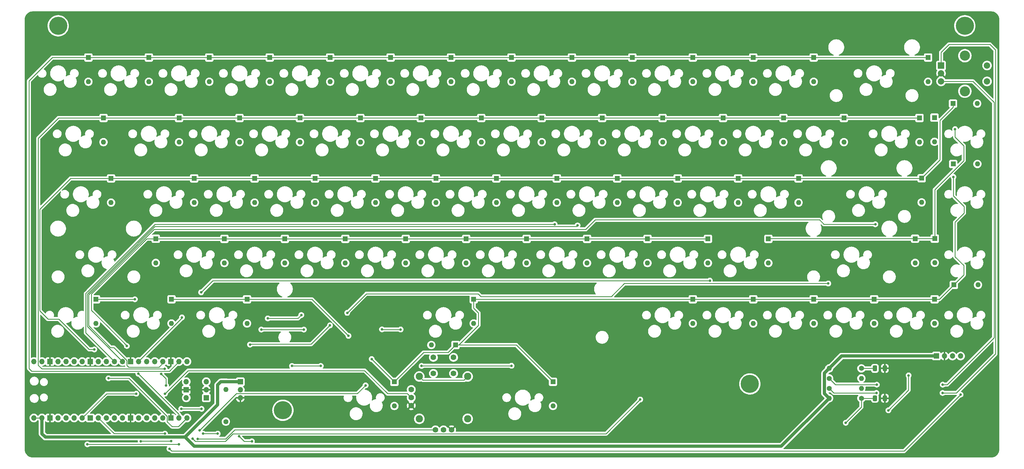
<source format=gbr>
%TF.GenerationSoftware,KiCad,Pcbnew,(6.0.5)*%
%TF.CreationDate,2022-05-31T00:14:22-04:00*%
%TF.ProjectId,pico_keyboard_v1,7069636f-5f6b-4657-9962-6f6172645f76,rev?*%
%TF.SameCoordinates,Original*%
%TF.FileFunction,Copper,L1,Top*%
%TF.FilePolarity,Positive*%
%FSLAX46Y46*%
G04 Gerber Fmt 4.6, Leading zero omitted, Abs format (unit mm)*
G04 Created by KiCad (PCBNEW (6.0.5)) date 2022-05-31 00:14:22*
%MOMM*%
%LPD*%
G01*
G04 APERTURE LIST*
G04 Aperture macros list*
%AMRoundRect*
0 Rectangle with rounded corners*
0 $1 Rounding radius*
0 $2 $3 $4 $5 $6 $7 $8 $9 X,Y pos of 4 corners*
0 Add a 4 corners polygon primitive as box body*
4,1,4,$2,$3,$4,$5,$6,$7,$8,$9,$2,$3,0*
0 Add four circle primitives for the rounded corners*
1,1,$1+$1,$2,$3*
1,1,$1+$1,$4,$5*
1,1,$1+$1,$6,$7*
1,1,$1+$1,$8,$9*
0 Add four rect primitives between the rounded corners*
20,1,$1+$1,$2,$3,$4,$5,0*
20,1,$1+$1,$4,$5,$6,$7,0*
20,1,$1+$1,$6,$7,$8,$9,0*
20,1,$1+$1,$8,$9,$2,$3,0*%
G04 Aperture macros list end*
%TA.AperFunction,ComponentPad*%
%ADD10C,5.700000*%
%TD*%
%TA.AperFunction,ComponentPad*%
%ADD11C,1.600000*%
%TD*%
%TA.AperFunction,ComponentPad*%
%ADD12O,1.600000X1.600000*%
%TD*%
%TA.AperFunction,SMDPad,CuDef*%
%ADD13RoundRect,0.250000X0.412500X0.650000X-0.412500X0.650000X-0.412500X-0.650000X0.412500X-0.650000X0*%
%TD*%
%TA.AperFunction,ComponentPad*%
%ADD14R,1.700000X1.700000*%
%TD*%
%TA.AperFunction,ComponentPad*%
%ADD15O,1.700000X1.700000*%
%TD*%
%TA.AperFunction,ComponentPad*%
%ADD16C,1.778000*%
%TD*%
%TA.AperFunction,ComponentPad*%
%ADD17C,2.286000*%
%TD*%
%TA.AperFunction,ComponentPad*%
%ADD18R,2.000000X2.000000*%
%TD*%
%TA.AperFunction,ComponentPad*%
%ADD19C,2.000000*%
%TD*%
%TA.AperFunction,ComponentPad*%
%ADD20C,3.200000*%
%TD*%
%TA.AperFunction,SMDPad,CuDef*%
%ADD21RoundRect,0.250000X-0.412500X-0.650000X0.412500X-0.650000X0.412500X0.650000X-0.412500X0.650000X0*%
%TD*%
%TA.AperFunction,ComponentPad*%
%ADD22R,1.600000X1.600000*%
%TD*%
%TA.AperFunction,ViaPad*%
%ADD23C,0.800000*%
%TD*%
%TA.AperFunction,Conductor*%
%ADD24C,0.250000*%
%TD*%
%TA.AperFunction,Conductor*%
%ADD25C,1.000000*%
%TD*%
G04 APERTURE END LIST*
D10*
%TO.P,REF\u002A\u002A,1*%
%TO.N,N/C*%
X150610000Y-181990000D03*
%TD*%
%TO.P,REF\u002A\u002A,1*%
%TO.N,N/C*%
X297780000Y-173680000D03*
%TD*%
%TO.P,REF\u002A\u002A,1*%
%TO.N,N/C*%
X365525000Y-60810000D03*
%TD*%
%TO.P,REF\u002A\u002A,1*%
%TO.N,N/C*%
X79775000Y-60810000D03*
%TD*%
D11*
%TO.P,R1,1*%
%TO.N,GPIO19*%
X332940000Y-178190000D03*
D12*
%TO.P,R1,2*%
%TO.N,+5V*%
X322780000Y-178190000D03*
%TD*%
D13*
%TO.P,C2,1*%
%TO.N,GND*%
X340320000Y-168790000D03*
%TO.P,C2,2*%
%TO.N,GPIO22*%
X337195000Y-168790000D03*
%TD*%
D14*
%TO.P,J1,1,Pin_1*%
%TO.N,+5V*%
X356580000Y-164890000D03*
D15*
%TO.P,J1,2,Pin_2*%
%TO.N,GND*%
X359120000Y-164890000D03*
%TO.P,J1,3,Pin_3*%
%TO.N,GPIO21*%
X361660000Y-164890000D03*
%TO.P,J1,4,Pin_4*%
%TO.N,GPIO20*%
X364200000Y-164890000D03*
%TD*%
D11*
%TO.P,R4,1*%
%TO.N,Net-(R4-Pad1)*%
X322780000Y-171923333D03*
D12*
%TO.P,R4,2*%
%TO.N,GPIO22*%
X332940000Y-171923333D03*
%TD*%
D11*
%TO.P,R3,1*%
%TO.N,Net-(R3-Pad1)*%
X322780000Y-175056666D03*
D12*
%TO.P,R3,2*%
%TO.N,GPIO19*%
X332940000Y-175056666D03*
%TD*%
D16*
%TO.P,U1,B1A,SEL+*%
%TO.N,Net-(D1-Pad2)*%
X198043750Y-165295000D03*
%TO.P,U1,B1B*%
%TO.N,N/C*%
X204393750Y-165295000D03*
%TO.P,U1,B2A,SEL-*%
%TO.N,C4*%
X198043750Y-170375000D03*
%TO.P,U1,B2B*%
%TO.N,N/C*%
X204393750Y-170375000D03*
%TO.P,U1,H1,H+*%
%TO.N,+3V3*%
X198678750Y-188155000D03*
%TO.P,U1,H2,H*%
%TO.N,GPIO27*%
X201218750Y-188155000D03*
%TO.P,U1,H3,H-*%
%TO.N,GND*%
X203758750Y-188155000D03*
D17*
%TO.P,U1,S1,SHIELD*%
%TO.N,unconnected-(U1-PadS1)*%
X193598750Y-171327500D03*
%TO.P,U1,S2,SHIELD*%
X193598750Y-184662500D03*
%TO.P,U1,S3,SHIELD*%
X208838750Y-184662500D03*
%TO.P,U1,S4,SHIELD*%
X208838750Y-171327500D03*
D16*
%TO.P,U1,V1,V+*%
%TO.N,+3V3*%
X191058750Y-175455000D03*
%TO.P,U1,V2,V*%
%TO.N,GPIO28*%
X191058750Y-177995000D03*
%TO.P,U1,V3,V-*%
%TO.N,GND*%
X191058750Y-180535000D03*
%TD*%
D11*
%TO.P,R2,1*%
%TO.N,GPIO22*%
X332940000Y-168790000D03*
D12*
%TO.P,R2,2*%
%TO.N,+5V*%
X322780000Y-168790000D03*
%TD*%
D14*
%TO.P,J2,1,Pin_1*%
%TO.N,Net-(J2-Pad1)*%
X126460000Y-178055000D03*
D15*
%TO.P,J2,2,Pin_2*%
%TO.N,GND*%
X126460000Y-175515000D03*
%TO.P,J2,3,Pin_3*%
%TO.N,Net-(J2-Pad3)*%
X126460000Y-172975000D03*
%TD*%
D18*
%TO.P,SW1,A,A*%
%TO.N,Net-(R3-Pad1)*%
X358045000Y-73314999D03*
D19*
%TO.P,SW1,B,B*%
%TO.N,Net-(R4-Pad1)*%
X358045000Y-78314999D03*
%TO.P,SW1,C,C*%
%TO.N,GND*%
X358045000Y-75814999D03*
D20*
%TO.P,SW1,MP*%
%TO.N,N/C*%
X365545000Y-70214999D03*
X365545000Y-81414999D03*
D19*
%TO.P,SW1,S1,S1*%
%TO.N,C13*%
X372545000Y-78314999D03*
%TO.P,SW1,S2,S2*%
%TO.N,Net-(D2-Pad2)*%
X372545000Y-73314999D03*
%TD*%
D21*
%TO.P,C1,1*%
%TO.N,GPIO19*%
X337195000Y-178190000D03*
%TO.P,C1,2*%
%TO.N,GND*%
X340320000Y-178190000D03*
%TD*%
D22*
%TO.P,D42,1,K*%
%TO.N,GPIO14*%
X241700000Y-70795000D03*
D12*
%TO.P,D42,2,A*%
%TO.N,Net-(D42-Pad2)*%
X241700000Y-78415000D03*
%TD*%
D22*
%TO.P,D51,1,K*%
%TO.N,GPIO18*%
X298850000Y-146995000D03*
D12*
%TO.P,D51,2,A*%
%TO.N,Net-(D51-Pad2)*%
X298850000Y-154615000D03*
%TD*%
D22*
%TO.P,D15,1,K*%
%TO.N,GPIO16*%
X141687500Y-108895000D03*
D12*
%TO.P,D15,2,A*%
%TO.N,Net-(D15-Pad2)*%
X141687500Y-116515000D03*
%TD*%
D22*
%TO.P,D48,1,K*%
%TO.N,GPIO15*%
X270275000Y-89845000D03*
D12*
%TO.P,D48,2,A*%
%TO.N,Net-(D48-Pad2)*%
X270275000Y-97465000D03*
%TD*%
D22*
%TO.P,D60,1,K*%
%TO.N,GPIO17*%
X349870000Y-127910000D03*
D12*
%TO.P,D60,2,A*%
%TO.N,Net-(D60-Pad2)*%
X349870000Y-135530000D03*
%TD*%
D22*
%TO.P,D34,1,K*%
%TO.N,GPIO15*%
X213125000Y-89845000D03*
D12*
%TO.P,D34,2,A*%
%TO.N,Net-(D34-Pad2)*%
X213125000Y-97465000D03*
%TD*%
D22*
%TO.P,D66,1,K*%
%TO.N,GPIO18*%
X356000000Y-146995000D03*
D12*
%TO.P,D66,2,A*%
%TO.N,Net-(D66-Pad2)*%
X356000000Y-154615000D03*
%TD*%
D22*
%TO.P,D46,1,K*%
%TO.N,GPIO18*%
X279800000Y-146995000D03*
D12*
%TO.P,D46,2,A*%
%TO.N,Net-(D46-Pad2)*%
X279800000Y-154615000D03*
%TD*%
D22*
%TO.P,D26,1,K*%
%TO.N,GPIO17*%
X189312500Y-127945000D03*
D12*
%TO.P,D26,2,A*%
%TO.N,Net-(D26-Pad2)*%
X189312500Y-135565000D03*
%TD*%
D22*
%TO.P,D53,1,K*%
%TO.N,GPIO15*%
X289325000Y-89845000D03*
D12*
%TO.P,D53,2,A*%
%TO.N,Net-(D53-Pad2)*%
X289325000Y-97465000D03*
%TD*%
D22*
%TO.P,D62,1,K*%
%TO.N,GPIO14*%
X317900000Y-70795000D03*
D12*
%TO.P,D62,2,A*%
%TO.N,Net-(D62-Pad2)*%
X317900000Y-78415000D03*
%TD*%
D22*
%TO.P,D21,1,K*%
%TO.N,GPIO17*%
X170262500Y-127945000D03*
D12*
%TO.P,D21,2,A*%
%TO.N,Net-(D21-Pad2)*%
X170262500Y-135565000D03*
%TD*%
D22*
%TO.P,D52,1,K*%
%TO.N,GPIO14*%
X279800000Y-70795000D03*
D12*
%TO.P,D52,2,A*%
%TO.N,Net-(D52-Pad2)*%
X279800000Y-78415000D03*
%TD*%
D22*
%TO.P,D58,1,K*%
%TO.N,GPIO15*%
X308375000Y-89845000D03*
D12*
%TO.P,D58,2,A*%
%TO.N,Net-(D58-Pad2)*%
X308375000Y-97465000D03*
%TD*%
D22*
%TO.P,D10,1,K*%
%TO.N,GPIO16*%
X122637499Y-108895000D03*
D12*
%TO.P,D10,2,A*%
%TO.N,Net-(D10-Pad2)*%
X122637499Y-116515000D03*
%TD*%
D22*
%TO.P,D57,1,K*%
%TO.N,GPIO14*%
X298850000Y-70795000D03*
D12*
%TO.P,D57,2,A*%
%TO.N,Net-(D57-Pad2)*%
X298850000Y-78415000D03*
%TD*%
D22*
%TO.P,D61,1,K*%
%TO.N,GPIO18*%
X317900000Y-146995000D03*
D12*
%TO.P,D61,2,A*%
%TO.N,Net-(D61-Pad2)*%
X317900000Y-154615000D03*
%TD*%
D22*
%TO.P,D56,1,K*%
%TO.N,GPIO17*%
X356060000Y-127870000D03*
D12*
%TO.P,D56,2,A*%
%TO.N,Net-(D56-Pad2)*%
X356060000Y-135490000D03*
%TD*%
D22*
%TO.P,D39,1,K*%
%TO.N,GPIO15*%
X232175000Y-89845000D03*
D12*
%TO.P,D39,2,A*%
%TO.N,Net-(D39-Pad2)*%
X232175000Y-97465000D03*
%TD*%
D22*
%TO.P,D64,1,K*%
%TO.N,GPIO16*%
X351920000Y-108830000D03*
D12*
%TO.P,D64,2,A*%
%TO.N,Net-(D64-Pad2)*%
X351920000Y-116450000D03*
%TD*%
D14*
%TO.P,J3,1,Pin_1*%
%TO.N,+5V*%
X137190000Y-173020000D03*
D15*
%TO.P,J3,2,Pin_2*%
%TO.N,Net-(J3-Pad2)*%
X137190000Y-175560000D03*
%TO.P,J3,3,Pin_3*%
%TO.N,GND*%
X137190000Y-178100000D03*
%TD*%
D22*
%TO.P,D65,1,K*%
%TO.N,GPIO18*%
X336950000Y-146995000D03*
D12*
%TO.P,D65,2,A*%
%TO.N,Net-(D65-Pad2)*%
X336950000Y-154615000D03*
%TD*%
D22*
%TO.P,D47,1,K*%
%TO.N,GPIO14*%
X260750000Y-70795000D03*
D12*
%TO.P,D47,2,A*%
%TO.N,Net-(D47-Pad2)*%
X260750000Y-78415000D03*
%TD*%
D22*
%TO.P,D49,1,K*%
%TO.N,GPIO16*%
X275037500Y-108895000D03*
D12*
%TO.P,D49,2,A*%
%TO.N,Net-(D49-Pad2)*%
X275037500Y-116515000D03*
%TD*%
D22*
%TO.P,D8,1,K*%
%TO.N,GPIO14*%
X108350000Y-70795000D03*
D12*
%TO.P,D8,2,A*%
%TO.N,Net-(D8-Pad2)*%
X108350000Y-78415000D03*
%TD*%
D15*
%TO.P,U2,1,GPIO0*%
%TO.N,C0*%
X72120000Y-166630000D03*
%TO.P,U2,2,GPIO1*%
%TO.N,C1*%
X74660000Y-166630000D03*
D14*
%TO.P,U2,3,GND*%
%TO.N,GND*%
X77200000Y-166630000D03*
D15*
%TO.P,U2,4,GPIO2*%
%TO.N,C2*%
X79740000Y-166630000D03*
%TO.P,U2,5,GPIO3*%
%TO.N,C3*%
X82280000Y-166630000D03*
%TO.P,U2,6,GPIO4*%
%TO.N,C4*%
X84820000Y-166630000D03*
%TO.P,U2,7,GPIO5*%
%TO.N,C5*%
X87360000Y-166630000D03*
D14*
%TO.P,U2,8,GND*%
%TO.N,GND*%
X89900000Y-166630000D03*
D15*
%TO.P,U2,9,GPIO6*%
%TO.N,C6*%
X92440000Y-166630000D03*
%TO.P,U2,10,GPIO7*%
%TO.N,C7*%
X94980000Y-166630000D03*
%TO.P,U2,11,GPIO8*%
%TO.N,C8*%
X97520000Y-166630000D03*
%TO.P,U2,12,GPIO9*%
%TO.N,C9*%
X100060000Y-166630000D03*
D14*
%TO.P,U2,13,GND*%
%TO.N,GND*%
X102600000Y-166630000D03*
D15*
%TO.P,U2,14,GPIO10*%
%TO.N,C10*%
X105140000Y-166630000D03*
%TO.P,U2,15,GPIO11*%
%TO.N,C11*%
X107680000Y-166630000D03*
%TO.P,U2,16,GPIO12*%
%TO.N,C12*%
X110220000Y-166630000D03*
%TO.P,U2,17,GPIO13*%
%TO.N,C13*%
X112760000Y-166630000D03*
D14*
%TO.P,U2,18,GND*%
%TO.N,GND*%
X115300000Y-166630000D03*
D15*
%TO.P,U2,19,GPIO14*%
%TO.N,GPIO14*%
X117840000Y-166630000D03*
%TO.P,U2,20,GPIO15*%
%TO.N,GPIO15*%
X120380000Y-166630000D03*
%TO.P,U2,21,GPIO16*%
%TO.N,GPIO16*%
X120380000Y-184410000D03*
%TO.P,U2,22,GPIO17*%
%TO.N,GPIO17*%
X117840000Y-184410000D03*
D14*
%TO.P,U2,23,GND*%
%TO.N,GND*%
X115300000Y-184410000D03*
D15*
%TO.P,U2,24,GPIO18*%
%TO.N,GPIO18*%
X112760000Y-184410000D03*
%TO.P,U2,25,GPIO19*%
%TO.N,GPIO19*%
X110220000Y-184410000D03*
%TO.P,U2,26,GPIO20*%
%TO.N,GPIO20*%
X107680000Y-184410000D03*
%TO.P,U2,27,GPIO21*%
%TO.N,GPIO21*%
X105140000Y-184410000D03*
D14*
%TO.P,U2,28,GND*%
%TO.N,GND*%
X102600000Y-184410000D03*
D15*
%TO.P,U2,29,GPIO22*%
%TO.N,GPIO22*%
X100060000Y-184410000D03*
%TO.P,U2,30,RUN*%
%TO.N,unconnected-(U2-Pad30)*%
X97520000Y-184410000D03*
%TO.P,U2,31,GPIO26_ADC0*%
%TO.N,GPIO26*%
X94980000Y-184410000D03*
%TO.P,U2,32,GPIO27_ADC1*%
%TO.N,GPIO27*%
X92440000Y-184410000D03*
D14*
%TO.P,U2,33,AGND*%
%TO.N,unconnected-(U2-Pad33)*%
X89900000Y-184410000D03*
D15*
%TO.P,U2,34,GPIO28_ADC2*%
%TO.N,GPIO28*%
X87360000Y-184410000D03*
%TO.P,U2,35,ADC_VREF*%
%TO.N,unconnected-(U2-Pad35)*%
X84820000Y-184410000D03*
%TO.P,U2,36,3V3*%
%TO.N,+3V3*%
X82280000Y-184410000D03*
%TO.P,U2,37,3V3_EN*%
%TO.N,unconnected-(U2-Pad37)*%
X79740000Y-184410000D03*
D14*
%TO.P,U2,38,GND*%
%TO.N,GND*%
X77200000Y-184410000D03*
D15*
%TO.P,U2,39,VSYS*%
%TO.N,+5V*%
X74660000Y-184410000D03*
%TO.P,U2,40,VBUS*%
X72120000Y-184410000D03*
%TO.P,U2,41,SWCLK*%
%TO.N,Net-(J2-Pad3)*%
X120150000Y-172980000D03*
D14*
%TO.P,U2,42,GND*%
%TO.N,GND*%
X120150000Y-175520000D03*
D15*
%TO.P,U2,43,SWDIO*%
%TO.N,Net-(J2-Pad1)*%
X120150000Y-178060000D03*
%TD*%
D11*
%TO.P,R5,1*%
%TO.N,GPIO26*%
X132630000Y-185570000D03*
D12*
%TO.P,R5,2*%
%TO.N,Net-(J3-Pad2)*%
X132630000Y-175410000D03*
%TD*%
D22*
%TO.P,D22,1,K*%
%TO.N,GPIO18*%
X185743750Y-172995000D03*
D12*
%TO.P,D22,2,A*%
%TO.N,Net-(D22-Pad2)*%
X185743750Y-180615000D03*
%TD*%
D22*
%TO.P,D59,1,K*%
%TO.N,GPIO16*%
X313137500Y-108895000D03*
D12*
%TO.P,D59,2,A*%
%TO.N,Net-(D59-Pad2)*%
X313137500Y-116515000D03*
%TD*%
D22*
%TO.P,D63,1,K*%
%TO.N,GPIO15*%
X327425000Y-89845000D03*
D12*
%TO.P,D63,2,A*%
%TO.N,Net-(D63-Pad2)*%
X327425000Y-97465000D03*
%TD*%
D22*
%TO.P,D41,1,K*%
%TO.N,GPIO17*%
X246462500Y-127945000D03*
D12*
%TO.P,D41,2,A*%
%TO.N,Net-(D41-Pad2)*%
X246462500Y-135565000D03*
%TD*%
D22*
%TO.P,D18,1,K*%
%TO.N,GPIO14*%
X146450000Y-70795000D03*
D12*
%TO.P,D18,2,A*%
%TO.N,Net-(D18-Pad2)*%
X146450000Y-78415000D03*
%TD*%
D22*
%TO.P,D54,1,K*%
%TO.N,GPIO16*%
X294087500Y-108895000D03*
D12*
%TO.P,D54,2,A*%
%TO.N,Net-(D54-Pad2)*%
X294087500Y-116515000D03*
%TD*%
D22*
%TO.P,D36,1,K*%
%TO.N,GPIO17*%
X227412500Y-127945000D03*
D12*
%TO.P,D36,2,A*%
%TO.N,Net-(D36-Pad2)*%
X227412500Y-135565000D03*
%TD*%
D22*
%TO.P,D30,1,K*%
%TO.N,GPIO16*%
X198837499Y-108895000D03*
D12*
%TO.P,D30,2,A*%
%TO.N,Net-(D30-Pad2)*%
X198837499Y-116515000D03*
%TD*%
D22*
%TO.P,D1,1,K*%
%TO.N,GPIO18*%
X205010000Y-161400000D03*
D12*
%TO.P,D1,2,A*%
%TO.N,Net-(D1-Pad2)*%
X197390000Y-161400000D03*
%TD*%
D22*
%TO.P,D40,1,K*%
%TO.N,GPIO16*%
X236937500Y-108895000D03*
D12*
%TO.P,D40,2,A*%
%TO.N,Net-(D40-Pad2)*%
X236937500Y-116515000D03*
%TD*%
D22*
%TO.P,D9,1,K*%
%TO.N,GPIO15*%
X117875000Y-89845000D03*
D12*
%TO.P,D9,2,A*%
%TO.N,Net-(D9-Pad2)*%
X117875000Y-97465000D03*
%TD*%
D22*
%TO.P,D69,1,K*%
%TO.N,GPIO17*%
X355980000Y-89740000D03*
D12*
%TO.P,D69,2,A*%
%TO.N,Net-(D69-Pad2)*%
X355980000Y-97360000D03*
%TD*%
D22*
%TO.P,D32,1,K*%
%TO.N,GPIO18*%
X210743750Y-146995000D03*
D12*
%TO.P,D32,2,A*%
%TO.N,Net-(D32-Pad2)*%
X210743750Y-154615000D03*
%TD*%
D22*
%TO.P,D20,1,K*%
%TO.N,GPIO16*%
X160737500Y-108895000D03*
D12*
%TO.P,D20,2,A*%
%TO.N,Net-(D20-Pad2)*%
X160737500Y-116515000D03*
%TD*%
D22*
%TO.P,D28,1,K*%
%TO.N,GPIO14*%
X184550000Y-70795000D03*
D12*
%TO.P,D28,2,A*%
%TO.N,Net-(D28-Pad2)*%
X184550000Y-78415000D03*
%TD*%
D22*
%TO.P,D5,1,K*%
%TO.N,GPIO16*%
X96443750Y-108895000D03*
D12*
%TO.P,D5,2,A*%
%TO.N,Net-(D5-Pad2)*%
X96443750Y-116515000D03*
%TD*%
D22*
%TO.P,D45,1,K*%
%TO.N,GPIO17*%
X265512500Y-127945000D03*
D12*
%TO.P,D45,2,A*%
%TO.N,Net-(D45-Pad2)*%
X265512500Y-135565000D03*
%TD*%
D22*
%TO.P,D38,1,K*%
%TO.N,GPIO14*%
X222650000Y-70795000D03*
D12*
%TO.P,D38,2,A*%
%TO.N,Net-(D38-Pad2)*%
X222650000Y-78415000D03*
%TD*%
D22*
%TO.P,D44,1,K*%
%TO.N,GPIO16*%
X255987500Y-108895000D03*
D12*
%TO.P,D44,2,A*%
%TO.N,Net-(D44-Pad2)*%
X255987500Y-116515000D03*
%TD*%
D22*
%TO.P,D3,1,K*%
%TO.N,GPIO14*%
X89300000Y-70795000D03*
D12*
%TO.P,D3,2,A*%
%TO.N,Net-(D3-Pad2)*%
X89300000Y-78415000D03*
%TD*%
D22*
%TO.P,D70,1,K*%
%TO.N,GPIO18*%
X362070000Y-142440000D03*
D12*
%TO.P,D70,2,A*%
%TO.N,Net-(D70-Pad2)*%
X369690000Y-142440000D03*
%TD*%
D22*
%TO.P,D19,1,K*%
%TO.N,GPIO15*%
X155975000Y-89845000D03*
D12*
%TO.P,D19,2,A*%
%TO.N,Net-(D19-Pad2)*%
X155975000Y-97465000D03*
%TD*%
D22*
%TO.P,D14,1,K*%
%TO.N,GPIO15*%
X136925000Y-89845000D03*
D12*
%TO.P,D14,2,A*%
%TO.N,Net-(D14-Pad2)*%
X136925000Y-97465000D03*
%TD*%
D22*
%TO.P,D43,1,K*%
%TO.N,GPIO15*%
X251225000Y-89845000D03*
D12*
%TO.P,D43,2,A*%
%TO.N,Net-(D43-Pad2)*%
X251225000Y-97465000D03*
%TD*%
D22*
%TO.P,D68,1,K*%
%TO.N,GPIO15*%
X351237500Y-89845000D03*
D12*
%TO.P,D68,2,A*%
%TO.N,Net-(D68-Pad2)*%
X351237500Y-97465000D03*
%TD*%
D22*
%TO.P,D17,1,K*%
%TO.N,GPIO18*%
X139306250Y-146995000D03*
D12*
%TO.P,D17,2,A*%
%TO.N,Net-(D17-Pad2)*%
X139306250Y-154615000D03*
%TD*%
D22*
%TO.P,D25,1,K*%
%TO.N,GPIO16*%
X179787500Y-108895000D03*
D12*
%TO.P,D25,2,A*%
%TO.N,Net-(D25-Pad2)*%
X179787500Y-116515000D03*
%TD*%
D22*
%TO.P,D33,1,K*%
%TO.N,GPIO14*%
X203600000Y-70795000D03*
D12*
%TO.P,D33,2,A*%
%TO.N,Net-(D33-Pad2)*%
X203600000Y-78415000D03*
%TD*%
D22*
%TO.P,D55,1,K*%
%TO.N,GPIO17*%
X303612500Y-127945000D03*
D12*
%TO.P,D55,2,A*%
%TO.N,Net-(D55-Pad2)*%
X303612500Y-135565000D03*
%TD*%
D22*
%TO.P,D6,1,K*%
%TO.N,GPIO17*%
X110540000Y-127920000D03*
D12*
%TO.P,D6,2,A*%
%TO.N,Net-(D6-Pad2)*%
X110540000Y-135540000D03*
%TD*%
D22*
%TO.P,D13,1,K*%
%TO.N,GPIO14*%
X127400000Y-70795000D03*
D12*
%TO.P,D13,2,A*%
%TO.N,Net-(D13-Pad2)*%
X127400000Y-78415000D03*
%TD*%
D22*
%TO.P,D2,1,K*%
%TO.N,GPIO16*%
X361820000Y-85300000D03*
D12*
%TO.P,D2,2,A*%
%TO.N,Net-(D2-Pad2)*%
X369440000Y-85300000D03*
%TD*%
D22*
%TO.P,D7,1,K*%
%TO.N,GPIO18*%
X91681250Y-146995000D03*
D12*
%TO.P,D7,2,A*%
%TO.N,Net-(D7-Pad2)*%
X91681250Y-154615000D03*
%TD*%
D22*
%TO.P,D29,1,K*%
%TO.N,GPIO15*%
X194075000Y-89845000D03*
D12*
%TO.P,D29,2,A*%
%TO.N,Net-(D29-Pad2)*%
X194075000Y-97465000D03*
%TD*%
D22*
%TO.P,D4,1,K*%
%TO.N,GPIO15*%
X94062500Y-89845000D03*
D12*
%TO.P,D4,2,A*%
%TO.N,Net-(D4-Pad2)*%
X94062500Y-97465000D03*
%TD*%
D22*
%TO.P,D23,1,K*%
%TO.N,GPIO14*%
X165500000Y-70795000D03*
D12*
%TO.P,D23,2,A*%
%TO.N,Net-(D23-Pad2)*%
X165500000Y-78415000D03*
%TD*%
D22*
%TO.P,D50,1,K*%
%TO.N,GPIO17*%
X284562500Y-127945000D03*
D12*
%TO.P,D50,2,A*%
%TO.N,Net-(D50-Pad2)*%
X284562500Y-135565000D03*
%TD*%
D22*
%TO.P,D27,1,K*%
%TO.N,GPIO18*%
X361880000Y-104340000D03*
D12*
%TO.P,D27,2,A*%
%TO.N,Net-(D27-Pad2)*%
X369500000Y-104340000D03*
%TD*%
D22*
%TO.P,D11,1,K*%
%TO.N,GPIO17*%
X132162500Y-127945000D03*
D12*
%TO.P,D11,2,A*%
%TO.N,Net-(D11-Pad2)*%
X132162500Y-135565000D03*
%TD*%
D22*
%TO.P,D35,1,K*%
%TO.N,GPIO16*%
X217887500Y-108895000D03*
D12*
%TO.P,D35,2,A*%
%TO.N,Net-(D35-Pad2)*%
X217887500Y-116515000D03*
%TD*%
D22*
%TO.P,D12,1,K*%
%TO.N,GPIO18*%
X115493750Y-146995000D03*
D12*
%TO.P,D12,2,A*%
%TO.N,Net-(D12-Pad2)*%
X115493750Y-154615000D03*
%TD*%
D22*
%TO.P,D16,1,K*%
%TO.N,GPIO17*%
X151212500Y-127945000D03*
D12*
%TO.P,D16,2,A*%
%TO.N,Net-(D16-Pad2)*%
X151212500Y-135565000D03*
%TD*%
D22*
%TO.P,D67,1,K*%
%TO.N,GPIO14*%
X353960000Y-70795000D03*
D12*
%TO.P,D67,2,A*%
%TO.N,Net-(D67-Pad2)*%
X353960000Y-78415000D03*
%TD*%
D22*
%TO.P,D24,1,K*%
%TO.N,GPIO15*%
X175025000Y-89845000D03*
D12*
%TO.P,D24,2,A*%
%TO.N,Net-(D24-Pad2)*%
X175025000Y-97465000D03*
%TD*%
D22*
%TO.P,D37,1,K*%
%TO.N,GPIO18*%
X235743750Y-172995000D03*
D12*
%TO.P,D37,2,A*%
%TO.N,Net-(D37-Pad2)*%
X235743750Y-180615000D03*
%TD*%
D22*
%TO.P,D31,1,K*%
%TO.N,GPIO17*%
X208362500Y-127945000D03*
D12*
%TO.P,D31,2,A*%
%TO.N,Net-(D31-Pad2)*%
X208362500Y-135565000D03*
%TD*%
D23*
%TO.N,GPIO18*%
X176670000Y-174130000D03*
X171274375Y-158525625D03*
X124370000Y-188300000D03*
X361960000Y-108430000D03*
X178589375Y-165840625D03*
X103955000Y-146995000D03*
%TO.N,GPIO17*%
X101420000Y-161720000D03*
X105060000Y-170480000D03*
X362460000Y-93360000D03*
%TO.N,GPIO15*%
X113330000Y-168915500D03*
%TO.N,GPIO16*%
X95640000Y-171910000D03*
X91170000Y-162810000D03*
%TO.N,GPIO20*%
X364200000Y-177040000D03*
X114840000Y-194110000D03*
%TO.N,GPIO19*%
X328000000Y-185920000D03*
%TO.N,+3V3*%
X123720000Y-190990000D03*
X88970978Y-192710000D03*
X117840000Y-192710000D03*
%TO.N,GPIO22*%
X263220000Y-178590000D03*
X115360000Y-191720000D03*
X105790978Y-191750000D03*
X122140000Y-190890000D03*
%TO.N,C13*%
X337340000Y-123350000D03*
%TO.N,C4*%
X156420000Y-151970000D03*
X145830000Y-153020000D03*
%TO.N,C5*%
X187710000Y-156520000D03*
X181830000Y-156480000D03*
X143800000Y-156540000D03*
X157210000Y-156540000D03*
%TO.N,C7*%
X153480000Y-168020000D03*
X222660000Y-167960000D03*
X162530000Y-168000000D03*
X194310000Y-168000000D03*
%TO.N,C8*%
X236250000Y-123350000D03*
%TO.N,C9*%
X243470000Y-123710000D03*
%TO.N,C10*%
X118780000Y-152710000D03*
X124820000Y-144820000D03*
X285170000Y-141120000D03*
%TO.N,C11*%
X140250000Y-161280000D03*
X170870000Y-151280000D03*
X165450000Y-155220000D03*
X322490000Y-142020000D03*
%TO.N,C12*%
X341440000Y-182010000D03*
X140830000Y-191760000D03*
X136830000Y-190150000D03*
X112260000Y-170545500D03*
X347810000Y-171010000D03*
X113760000Y-174170000D03*
%TO.N,GPIO27*%
X130060000Y-189360000D03*
X125420000Y-189350000D03*
X113420000Y-189350000D03*
%TO.N,GPIO28*%
X113440000Y-176760000D03*
X104380000Y-176760000D03*
%TO.N,GPIO26*%
X118550000Y-181540000D03*
X124970000Y-181540000D03*
%TO.N,Net-(R3-Pad1)*%
X358530000Y-176520000D03*
X337680000Y-176520000D03*
%TO.N,Net-(R4-Pad1)*%
X337790000Y-173910000D03*
X358560000Y-173910000D03*
%TD*%
D24*
%TO.N,GPIO18*%
X357515000Y-146995000D02*
X362070000Y-142440000D01*
X362460000Y-133570000D02*
X362460000Y-132670000D01*
X206060000Y-161400000D02*
X212270000Y-155190000D01*
X365250000Y-136360000D02*
X362460000Y-133570000D01*
X124370000Y-188300000D02*
X135924521Y-176745479D01*
X365250000Y-139260000D02*
X365250000Y-136360000D01*
X185743750Y-172995000D02*
X194978750Y-163760000D01*
X361960000Y-114430000D02*
X361960000Y-108430000D01*
X139306250Y-146995000D02*
X159743750Y-146995000D01*
X362610000Y-115080000D02*
X361960000Y-114430000D01*
X365300000Y-119830000D02*
X365300000Y-117770000D01*
X365300000Y-117770000D02*
X362610000Y-115080000D01*
X205010000Y-161400000D02*
X206060000Y-161400000D01*
X159743750Y-146995000D02*
X171274375Y-158525625D01*
X212270000Y-151300000D02*
X210743750Y-149773750D01*
X202650000Y-163760000D02*
X205010000Y-161400000D01*
X356000000Y-146995000D02*
X357515000Y-146995000D01*
X205010000Y-161400000D02*
X224148750Y-161400000D01*
X224148750Y-161400000D02*
X235743750Y-172995000D01*
X91681250Y-146995000D02*
X103955000Y-146995000D01*
X362460000Y-122670000D02*
X365300000Y-119830000D01*
X210743750Y-149773750D02*
X210743750Y-146995000D01*
X210743750Y-146995000D02*
X356000000Y-146995000D01*
X362460000Y-132670000D02*
X362460000Y-122670000D01*
X115493750Y-146995000D02*
X139306250Y-146995000D01*
X194978750Y-163760000D02*
X202650000Y-163760000D01*
X174054521Y-176745479D02*
X176670000Y-174130000D01*
X178589375Y-165840625D02*
X185743750Y-172995000D01*
X135924521Y-176745479D02*
X174054521Y-176745479D01*
X212270000Y-155190000D02*
X212270000Y-151300000D01*
X362070000Y-142440000D02*
X365250000Y-139260000D01*
%TO.N,GPIO17*%
X107649732Y-127920000D02*
X90859866Y-144709866D01*
X356060000Y-127870000D02*
X303687500Y-127870000D01*
X365210000Y-103259022D02*
X365210000Y-99410000D01*
X356060000Y-127870000D02*
X356060000Y-112409022D01*
X95360000Y-155580000D02*
X101420000Y-161640000D01*
X356060000Y-112409022D02*
X365210000Y-103259022D01*
X90240000Y-145329732D02*
X90240000Y-149470000D01*
X90240000Y-150460000D02*
X95360000Y-155580000D01*
X90240000Y-149470000D02*
X90240000Y-150460000D01*
X105060000Y-170480000D02*
X117840000Y-183260000D01*
X110565000Y-127945000D02*
X110540000Y-127920000D01*
X365210000Y-99410000D02*
X365210000Y-98630000D01*
X362460000Y-95880000D02*
X362460000Y-93360000D01*
X117840000Y-183260000D02*
X117840000Y-184410000D01*
X90859866Y-144709866D02*
X90240000Y-145329732D01*
X284562500Y-127945000D02*
X110565000Y-127945000D01*
X365210000Y-98630000D02*
X362460000Y-95880000D01*
X303687500Y-127870000D02*
X303612500Y-127945000D01*
X101420000Y-161640000D02*
X101420000Y-161720000D01*
X110540000Y-127920000D02*
X107649732Y-127920000D01*
%TO.N,GPIO14*%
X77927909Y-70795000D02*
X70580000Y-78142909D01*
X114830000Y-169640000D02*
X117840000Y-166630000D01*
X89300000Y-70795000D02*
X77927909Y-70795000D01*
X71410000Y-169640000D02*
X114830000Y-169640000D01*
X70580000Y-78142909D02*
X70580000Y-168810000D01*
X70580000Y-168810000D02*
X71410000Y-169640000D01*
X89300000Y-70795000D02*
X353960000Y-70795000D01*
%TO.N,GPIO15*%
X74625500Y-168915500D02*
X99810000Y-168915500D01*
X73485489Y-96234511D02*
X73485489Y-167775489D01*
X94062500Y-89845000D02*
X351237500Y-89845000D01*
X79875000Y-89845000D02*
X73485489Y-96234511D01*
X73485489Y-167775489D02*
X74440000Y-168730000D01*
X74440000Y-168730000D02*
X74625500Y-168915500D01*
X99810000Y-168915500D02*
X113330000Y-168915500D01*
X94062500Y-89845000D02*
X79875000Y-89845000D01*
%TO.N,GPIO16*%
X351855000Y-108895000D02*
X351920000Y-108830000D01*
X96443750Y-108895000D02*
X83675000Y-108895000D01*
X83675000Y-108895000D02*
X73935009Y-118634991D01*
X114125489Y-185584511D02*
X115670978Y-187130000D01*
X96443750Y-108895000D02*
X351855000Y-108895000D01*
X357680000Y-90610000D02*
X361830000Y-86460000D01*
X361830000Y-86460000D02*
X361830000Y-85230000D01*
X76558680Y-153244521D02*
X79964521Y-153244521D01*
X102100000Y-171910000D02*
X114125489Y-183935489D01*
X117660000Y-187130000D02*
X120380000Y-184410000D01*
X357710000Y-90640000D02*
X357680000Y-90610000D01*
X114125489Y-183935489D02*
X114125489Y-185584511D01*
X73935009Y-150620850D02*
X76558680Y-153244521D01*
X79964521Y-153244521D02*
X89530000Y-162810000D01*
X351920000Y-108830000D02*
X357710000Y-103040000D01*
X73935009Y-118634991D02*
X73935009Y-150620850D01*
X357710000Y-103040000D02*
X357710000Y-90640000D01*
X89530000Y-162810000D02*
X91170000Y-162810000D01*
X115670978Y-187130000D02*
X117660000Y-187130000D01*
X95640000Y-171910000D02*
X102100000Y-171910000D01*
%TO.N,unconnected-(U1-PadS1)*%
X193598750Y-171327500D02*
X194741750Y-172470500D01*
X194741750Y-172470500D02*
X207695750Y-172470500D01*
X207695750Y-172470500D02*
X208838750Y-171327500D01*
D25*
%TO.N,+5V*%
X122610000Y-193290000D02*
X307680000Y-193290000D01*
X130000000Y-180230000D02*
X130000000Y-174020000D01*
X74660000Y-189380000D02*
X74660000Y-184410000D01*
X322780000Y-168790000D02*
X326680000Y-164890000D01*
X119170000Y-190460000D02*
X119780000Y-190460000D01*
X133045000Y-173020000D02*
X137190000Y-173020000D01*
X119780000Y-190460000D02*
X122610000Y-193290000D01*
X321280489Y-170289511D02*
X322780000Y-168790000D01*
X307680000Y-193290000D02*
X322780000Y-178190000D01*
X321280489Y-176690489D02*
X321280489Y-170289511D01*
X75740000Y-190460000D02*
X74660000Y-189380000D01*
X322780000Y-178190000D02*
X321280489Y-176690489D01*
X133040000Y-173015000D02*
X133045000Y-173020000D01*
X130000000Y-174020000D02*
X131005000Y-173015000D01*
D24*
X72120000Y-184410000D02*
X74660000Y-184410000D01*
D25*
X326680000Y-164890000D02*
X356580000Y-164890000D01*
X131005000Y-173015000D02*
X133040000Y-173015000D01*
X119770000Y-190460000D02*
X130000000Y-180230000D01*
X119170000Y-190460000D02*
X75740000Y-190460000D01*
D24*
X119170000Y-190460000D02*
X119770000Y-190460000D01*
%TO.N,GPIO20*%
X115580000Y-194850000D02*
X114840000Y-194110000D01*
X364200000Y-177040000D02*
X346390000Y-194850000D01*
X346390000Y-194850000D02*
X115580000Y-194850000D01*
%TO.N,GPIO19*%
X337195000Y-178190000D02*
X332940000Y-178190000D01*
X332940000Y-178190000D02*
X332940000Y-180980000D01*
X332940000Y-180980000D02*
X328000000Y-185920000D01*
%TO.N,+3V3*%
X117840000Y-192710000D02*
X88970978Y-192710000D01*
X135405000Y-188155000D02*
X198678750Y-188155000D01*
X123720000Y-190990000D02*
X132570000Y-190990000D01*
X132570000Y-190990000D02*
X135405000Y-188155000D01*
%TO.N,GPIO22*%
X115360000Y-191720000D02*
X105820978Y-191720000D01*
X263220000Y-178590000D02*
X252441489Y-189368511D01*
X105820978Y-191720000D02*
X105790978Y-191750000D01*
X252441489Y-189368511D02*
X134827207Y-189368511D01*
X134827207Y-189368511D02*
X132445718Y-191750000D01*
X337195000Y-168790000D02*
X332940000Y-168790000D01*
X132445718Y-191750000D02*
X123000000Y-191750000D01*
X123000000Y-191750000D02*
X122140000Y-190890000D01*
%TO.N,C13*%
X319720000Y-121960000D02*
X249030000Y-121960000D01*
X102020000Y-168370000D02*
X111530000Y-168370000D01*
X89384811Y-155319093D02*
X96277859Y-162212141D01*
X337340000Y-123350000D02*
X321110000Y-123350000D01*
X321110000Y-123350000D02*
X319720000Y-121960000D01*
X96277859Y-162212141D02*
X97303151Y-162212141D01*
X246030000Y-124960000D02*
X109974014Y-124960000D01*
X101425489Y-167775489D02*
X102020000Y-168370000D01*
X111530000Y-168370000D02*
X112760000Y-167140000D01*
X89384811Y-145549203D02*
X89384811Y-155319093D01*
X112760000Y-167140000D02*
X112760000Y-166630000D01*
X97303151Y-162212141D02*
X101425489Y-166334479D01*
X109974014Y-124960000D02*
X89384811Y-145549203D01*
X249030000Y-121960000D02*
X246030000Y-124960000D01*
X101425489Y-166334479D02*
X101425489Y-167775489D01*
%TO.N,C4*%
X155370000Y-153020000D02*
X145830000Y-153020000D01*
X156420000Y-151970000D02*
X155370000Y-153020000D01*
%TO.N,C5*%
X157210000Y-156540000D02*
X143800000Y-156540000D01*
X187710000Y-156520000D02*
X181870000Y-156520000D01*
%TO.N,C7*%
X162530000Y-168000000D02*
X153500000Y-168000000D01*
X194350000Y-167960000D02*
X194310000Y-168000000D01*
X222660000Y-167960000D02*
X194350000Y-167960000D01*
X153500000Y-168000000D02*
X153480000Y-168020000D01*
%TO.N,C8*%
X110300000Y-123350000D02*
X97390771Y-136259229D01*
X96278058Y-137384521D02*
X96265479Y-137384521D01*
X236250000Y-123350000D02*
X110300000Y-123350000D01*
X96265479Y-137384521D02*
X89230000Y-144420000D01*
X97520000Y-166630000D02*
X88485771Y-157595771D01*
X88485771Y-145164229D02*
X89230000Y-144420000D01*
X97390771Y-136271808D02*
X96278058Y-137384521D01*
X97390771Y-136259229D02*
X97390771Y-136271808D01*
X88485771Y-157595771D02*
X88485771Y-145164229D01*
%TO.N,C9*%
X88935291Y-145363005D02*
X88935291Y-155505291D01*
X104872859Y-129425437D02*
X88935291Y-145363005D01*
X243105489Y-124074511D02*
X110211207Y-124074511D01*
X104872859Y-129412859D02*
X104872859Y-129425437D01*
X110211207Y-124074511D02*
X104872859Y-129412859D01*
X88935291Y-155505291D02*
X100060000Y-166630000D01*
X243470000Y-123710000D02*
X243105489Y-124074511D01*
%TO.N,C10*%
X128520000Y-141120000D02*
X124820000Y-144820000D01*
X118780000Y-152710000D02*
X118780000Y-152919050D01*
X285170000Y-141120000D02*
X128520000Y-141120000D01*
X105140000Y-166559050D02*
X105140000Y-166630000D01*
X118780000Y-152919050D02*
X105140000Y-166559050D01*
%TO.N,C11*%
X322490000Y-142020000D02*
X258240000Y-142020000D01*
X212988421Y-146138421D02*
X212110000Y-145260000D01*
X165450000Y-155220000D02*
X159500000Y-161170000D01*
X159500000Y-161170000D02*
X140360000Y-161170000D01*
X258240000Y-142020000D02*
X254160000Y-146100000D01*
X140360000Y-161170000D02*
X140250000Y-161280000D01*
X176890000Y-145260000D02*
X170870000Y-151280000D01*
X212110000Y-145260000D02*
X176890000Y-145260000D01*
X254160000Y-146100000D02*
X254121579Y-146138421D01*
X254121579Y-146138421D02*
X212988421Y-146138421D01*
%TO.N,C12*%
X347810000Y-175640000D02*
X347810000Y-171010000D01*
X341440000Y-182010000D02*
X347810000Y-175640000D01*
X113760000Y-172045500D02*
X112260000Y-170545500D01*
X113760000Y-174170000D02*
X113760000Y-172045500D01*
X138440000Y-191760000D02*
X140830000Y-191760000D01*
X136830000Y-190150000D02*
X138440000Y-191760000D01*
%TO.N,GPIO27*%
X97380000Y-189350000D02*
X92440000Y-184410000D01*
X130060000Y-189360000D02*
X125430000Y-189360000D01*
X113420000Y-189350000D02*
X97380000Y-189350000D01*
X125430000Y-189360000D02*
X125420000Y-189350000D01*
%TO.N,GPIO28*%
X95010000Y-176760000D02*
X87360000Y-184410000D01*
X104380000Y-176760000D02*
X95010000Y-176760000D01*
X183625479Y-176745479D02*
X176350000Y-169470000D01*
X189809229Y-176745479D02*
X183625479Y-176745479D01*
X120730000Y-169470000D02*
X113440000Y-176760000D01*
X191058750Y-177995000D02*
X189809229Y-176745479D01*
X176350000Y-169470000D02*
X120730000Y-169470000D01*
%TO.N,GPIO26*%
X124970000Y-181540000D02*
X118550000Y-181540000D01*
%TO.N,Net-(R3-Pad1)*%
X358045000Y-69155000D02*
X360530000Y-66670000D01*
X360530000Y-66670000D02*
X373430000Y-66670000D01*
X375209520Y-68449520D02*
X375209520Y-164190480D01*
X362880000Y-176520000D02*
X358530000Y-176520000D01*
X324243334Y-176520000D02*
X322780000Y-175056666D01*
X337680000Y-176520000D02*
X324243334Y-176520000D01*
X373430000Y-66670000D02*
X375209520Y-68449520D01*
X358045000Y-73314999D02*
X358045000Y-69155000D01*
X375209520Y-164190480D02*
X362880000Y-176520000D01*
%TO.N,Net-(R4-Pad1)*%
X337790000Y-173910000D02*
X324766667Y-173910000D01*
X368104999Y-78314999D02*
X374760000Y-84970000D01*
X374760000Y-84970000D02*
X374760000Y-159100000D01*
X374760000Y-159100000D02*
X359950000Y-173910000D01*
X324766667Y-173910000D02*
X322780000Y-171923333D01*
X358045000Y-78314999D02*
X368104999Y-78314999D01*
X359950000Y-173910000D02*
X358560000Y-173910000D01*
%TD*%
%TA.AperFunction,Conductor*%
%TO.N,GND*%
G36*
X373860018Y-56260000D02*
G01*
X373874851Y-56262310D01*
X373874855Y-56262310D01*
X373883724Y-56263691D01*
X373900923Y-56261442D01*
X373924863Y-56260609D01*
X374182710Y-56276206D01*
X374197814Y-56278040D01*
X374269786Y-56291229D01*
X374478760Y-56329525D01*
X374493526Y-56333164D01*
X374766231Y-56418142D01*
X374780445Y-56423534D01*
X374998223Y-56521547D01*
X375040906Y-56540757D01*
X375054379Y-56547828D01*
X375298813Y-56695595D01*
X375311334Y-56704238D01*
X375536171Y-56880385D01*
X375547560Y-56890475D01*
X375749525Y-57092440D01*
X375759615Y-57103829D01*
X375935762Y-57328666D01*
X375944405Y-57341187D01*
X376092172Y-57585621D01*
X376099242Y-57599092D01*
X376216466Y-57859555D01*
X376221859Y-57873773D01*
X376306836Y-58146473D01*
X376310477Y-58161246D01*
X376361960Y-58442186D01*
X376363794Y-58457290D01*
X376378953Y-58707904D01*
X376377692Y-58734716D01*
X376377690Y-58734852D01*
X376376309Y-58743724D01*
X376377473Y-58752626D01*
X376377473Y-58752628D01*
X376380436Y-58775283D01*
X376381500Y-58791621D01*
X376381500Y-194310633D01*
X376380000Y-194330018D01*
X376377690Y-194344851D01*
X376377690Y-194344855D01*
X376376309Y-194353724D01*
X376378558Y-194370919D01*
X376379391Y-194394863D01*
X376363794Y-194652710D01*
X376361960Y-194667814D01*
X376319918Y-194897237D01*
X376310477Y-194948754D01*
X376306836Y-194963526D01*
X376278206Y-195055405D01*
X376221859Y-195236227D01*
X376216466Y-195250445D01*
X376111326Y-195484059D01*
X376099243Y-195510906D01*
X376092172Y-195524379D01*
X375944405Y-195768813D01*
X375935762Y-195781334D01*
X375759615Y-196006171D01*
X375749525Y-196017560D01*
X375547560Y-196219525D01*
X375536171Y-196229615D01*
X375311334Y-196405762D01*
X375298813Y-196414405D01*
X375054379Y-196562172D01*
X375040908Y-196569242D01*
X374780445Y-196686466D01*
X374766231Y-196691858D01*
X374493527Y-196776836D01*
X374478760Y-196780475D01*
X374269786Y-196818771D01*
X374197814Y-196831960D01*
X374182710Y-196833794D01*
X373932096Y-196848953D01*
X373905284Y-196847692D01*
X373905148Y-196847690D01*
X373896276Y-196846309D01*
X373887374Y-196847473D01*
X373887372Y-196847473D01*
X373872707Y-196849391D01*
X373864714Y-196850436D01*
X373848379Y-196851500D01*
X71789367Y-196851500D01*
X71769982Y-196850000D01*
X71755149Y-196847690D01*
X71755145Y-196847690D01*
X71746276Y-196846309D01*
X71729077Y-196848558D01*
X71705137Y-196849391D01*
X71447290Y-196833794D01*
X71432186Y-196831960D01*
X71360214Y-196818771D01*
X71151240Y-196780475D01*
X71136473Y-196776836D01*
X70863769Y-196691858D01*
X70849555Y-196686466D01*
X70589092Y-196569242D01*
X70575621Y-196562172D01*
X70331187Y-196414405D01*
X70318666Y-196405762D01*
X70093829Y-196229615D01*
X70082440Y-196219525D01*
X69880475Y-196017560D01*
X69870385Y-196006171D01*
X69694238Y-195781334D01*
X69685595Y-195768813D01*
X69537828Y-195524379D01*
X69530757Y-195510906D01*
X69518674Y-195484059D01*
X69413534Y-195250445D01*
X69408141Y-195236227D01*
X69351795Y-195055405D01*
X69323164Y-194963526D01*
X69319523Y-194948754D01*
X69310083Y-194897237D01*
X69268040Y-194667814D01*
X69266206Y-194652710D01*
X69251269Y-194405768D01*
X69252520Y-194382216D01*
X69252334Y-194382199D01*
X69252769Y-194377350D01*
X69253576Y-194372552D01*
X69253729Y-194360000D01*
X69249773Y-194332376D01*
X69248500Y-194314514D01*
X69248500Y-184376695D01*
X70757251Y-184376695D01*
X70757548Y-184381848D01*
X70757548Y-184381851D01*
X70768197Y-184566539D01*
X70770110Y-184599715D01*
X70771247Y-184604761D01*
X70771248Y-184604767D01*
X70782031Y-184652614D01*
X70819222Y-184817639D01*
X70903266Y-185024616D01*
X70945745Y-185093935D01*
X71017291Y-185210688D01*
X71019987Y-185215088D01*
X71166250Y-185383938D01*
X71338126Y-185526632D01*
X71531000Y-185639338D01*
X71739692Y-185719030D01*
X71744760Y-185720061D01*
X71744763Y-185720062D01*
X71852012Y-185741882D01*
X71958597Y-185763567D01*
X71963772Y-185763757D01*
X71963774Y-185763757D01*
X72176673Y-185771564D01*
X72176677Y-185771564D01*
X72181837Y-185771753D01*
X72186957Y-185771097D01*
X72186959Y-185771097D01*
X72398288Y-185744025D01*
X72398289Y-185744025D01*
X72403416Y-185743368D01*
X72442434Y-185731662D01*
X72612429Y-185680661D01*
X72612434Y-185680659D01*
X72617384Y-185679174D01*
X72817994Y-185580896D01*
X72999860Y-185451173D01*
X73158096Y-185293489D01*
X73217594Y-185210689D01*
X73288453Y-185112077D01*
X73289774Y-185113026D01*
X73336663Y-185069849D01*
X73406600Y-185057628D01*
X73472042Y-185085158D01*
X73499874Y-185116995D01*
X73557285Y-185210680D01*
X73557290Y-185210687D01*
X73559987Y-185215088D01*
X73563367Y-185218990D01*
X73620737Y-185285219D01*
X73650220Y-185349804D01*
X73651500Y-185367717D01*
X73651500Y-189318157D01*
X73650763Y-189331764D01*
X73647696Y-189360000D01*
X73646676Y-189369388D01*
X73647213Y-189375523D01*
X73651050Y-189419388D01*
X73651379Y-189424214D01*
X73651500Y-189426686D01*
X73651500Y-189429769D01*
X73651801Y-189432837D01*
X73655690Y-189472506D01*
X73655812Y-189473819D01*
X73663913Y-189566413D01*
X73665400Y-189571532D01*
X73665920Y-189576833D01*
X73692791Y-189665834D01*
X73693126Y-189666967D01*
X73711892Y-189731556D01*
X73719091Y-189756336D01*
X73721544Y-189761068D01*
X73723084Y-189766169D01*
X73725978Y-189771612D01*
X73766731Y-189848260D01*
X73767343Y-189849426D01*
X73781684Y-189877091D01*
X73810108Y-189931926D01*
X73813431Y-189936089D01*
X73815934Y-189940796D01*
X73874755Y-190012918D01*
X73875446Y-190013774D01*
X73906738Y-190052973D01*
X73909242Y-190055477D01*
X73909884Y-190056195D01*
X73913585Y-190060528D01*
X73940935Y-190094062D01*
X73945682Y-190097989D01*
X73945684Y-190097991D01*
X73976262Y-190123287D01*
X73985042Y-190131277D01*
X74983145Y-191129379D01*
X74992247Y-191139522D01*
X75015968Y-191169025D01*
X75020696Y-191172992D01*
X75054421Y-191201291D01*
X75058069Y-191204472D01*
X75059881Y-191206115D01*
X75062075Y-191208309D01*
X75095349Y-191235642D01*
X75096147Y-191236304D01*
X75167474Y-191296154D01*
X75172144Y-191298722D01*
X75176261Y-191302103D01*
X75258120Y-191345995D01*
X75259280Y-191346624D01*
X75335389Y-191388466D01*
X75335394Y-191388468D01*
X75340787Y-191391433D01*
X75345865Y-191393044D01*
X75350563Y-191395563D01*
X75439498Y-191422753D01*
X75440702Y-191423128D01*
X75529306Y-191451235D01*
X75534597Y-191451828D01*
X75539698Y-191453388D01*
X75632311Y-191462795D01*
X75633431Y-191462915D01*
X75683227Y-191468500D01*
X75686756Y-191468500D01*
X75687739Y-191468555D01*
X75693426Y-191469003D01*
X75713683Y-191471060D01*
X75730336Y-191472752D01*
X75730339Y-191472752D01*
X75736463Y-191473374D01*
X75782112Y-191469059D01*
X75793969Y-191468500D01*
X104767123Y-191468500D01*
X104835244Y-191488502D01*
X104881737Y-191542158D01*
X104892433Y-191607670D01*
X104877474Y-191750000D01*
X104878164Y-191756565D01*
X104897163Y-191937330D01*
X104884391Y-192007168D01*
X104835889Y-192059015D01*
X104771853Y-192076500D01*
X89679178Y-192076500D01*
X89611057Y-192056498D01*
X89591831Y-192040157D01*
X89591558Y-192040460D01*
X89586646Y-192036037D01*
X89582231Y-192031134D01*
X89456697Y-191939928D01*
X89433072Y-191922763D01*
X89433071Y-191922762D01*
X89427730Y-191918882D01*
X89421702Y-191916198D01*
X89421700Y-191916197D01*
X89259297Y-191843891D01*
X89259296Y-191843891D01*
X89253266Y-191841206D01*
X89159866Y-191821353D01*
X89072922Y-191802872D01*
X89072917Y-191802872D01*
X89066465Y-191801500D01*
X88875491Y-191801500D01*
X88869039Y-191802872D01*
X88869034Y-191802872D01*
X88782090Y-191821353D01*
X88688690Y-191841206D01*
X88682660Y-191843891D01*
X88682659Y-191843891D01*
X88520256Y-191916197D01*
X88520254Y-191916198D01*
X88514226Y-191918882D01*
X88508885Y-191922762D01*
X88508884Y-191922763D01*
X88485259Y-191939928D01*
X88359725Y-192031134D01*
X88355304Y-192036044D01*
X88355303Y-192036045D01*
X88237375Y-192167018D01*
X88231938Y-192173056D01*
X88136451Y-192338444D01*
X88077436Y-192520072D01*
X88057474Y-192710000D01*
X88077436Y-192899928D01*
X88136451Y-193081556D01*
X88231938Y-193246944D01*
X88359725Y-193388866D01*
X88514226Y-193501118D01*
X88520254Y-193503802D01*
X88520256Y-193503803D01*
X88664792Y-193568154D01*
X88688690Y-193578794D01*
X88782091Y-193598647D01*
X88869034Y-193617128D01*
X88869039Y-193617128D01*
X88875491Y-193618500D01*
X89066465Y-193618500D01*
X89072917Y-193617128D01*
X89072922Y-193617128D01*
X89159865Y-193598647D01*
X89253266Y-193578794D01*
X89277164Y-193568154D01*
X89421700Y-193503803D01*
X89421702Y-193503802D01*
X89427730Y-193501118D01*
X89582231Y-193388866D01*
X89586646Y-193383963D01*
X89591558Y-193379540D01*
X89592683Y-193380789D01*
X89645992Y-193347949D01*
X89679178Y-193343500D01*
X114024653Y-193343500D01*
X114092774Y-193363502D01*
X114139267Y-193417158D01*
X114149371Y-193487432D01*
X114118291Y-193553808D01*
X114100960Y-193573056D01*
X114005473Y-193738444D01*
X113946458Y-193920072D01*
X113945768Y-193926633D01*
X113945768Y-193926635D01*
X113937089Y-194009210D01*
X113926496Y-194110000D01*
X113946458Y-194299928D01*
X114005473Y-194481556D01*
X114100960Y-194646944D01*
X114228747Y-194788866D01*
X114383248Y-194901118D01*
X114389276Y-194903802D01*
X114389278Y-194903803D01*
X114551681Y-194976109D01*
X114557712Y-194978794D01*
X114651113Y-194998647D01*
X114738056Y-195017128D01*
X114738061Y-195017128D01*
X114744513Y-195018500D01*
X114800405Y-195018500D01*
X114868526Y-195038502D01*
X114889500Y-195055405D01*
X115076348Y-195242253D01*
X115083888Y-195250539D01*
X115088000Y-195257018D01*
X115093777Y-195262443D01*
X115137651Y-195303643D01*
X115140493Y-195306398D01*
X115160230Y-195326135D01*
X115163427Y-195328615D01*
X115172447Y-195336318D01*
X115204679Y-195366586D01*
X115211625Y-195370405D01*
X115211628Y-195370407D01*
X115222434Y-195376348D01*
X115238953Y-195387199D01*
X115254959Y-195399614D01*
X115262228Y-195402759D01*
X115262232Y-195402762D01*
X115295537Y-195417174D01*
X115306187Y-195422391D01*
X115344940Y-195443695D01*
X115352615Y-195445666D01*
X115352616Y-195445666D01*
X115364562Y-195448733D01*
X115383267Y-195455137D01*
X115401855Y-195463181D01*
X115409678Y-195464420D01*
X115409688Y-195464423D01*
X115445524Y-195470099D01*
X115457144Y-195472505D01*
X115488959Y-195480673D01*
X115499970Y-195483500D01*
X115520224Y-195483500D01*
X115539934Y-195485051D01*
X115559943Y-195488220D01*
X115567835Y-195487474D01*
X115586580Y-195485702D01*
X115603962Y-195484059D01*
X115615819Y-195483500D01*
X346311233Y-195483500D01*
X346322416Y-195484027D01*
X346329909Y-195485702D01*
X346337835Y-195485453D01*
X346337836Y-195485453D01*
X346397986Y-195483562D01*
X346401945Y-195483500D01*
X346429856Y-195483500D01*
X346433791Y-195483003D01*
X346433856Y-195482995D01*
X346445693Y-195482062D01*
X346477951Y-195481048D01*
X346481970Y-195480922D01*
X346489889Y-195480673D01*
X346509343Y-195475021D01*
X346528700Y-195471013D01*
X346540930Y-195469468D01*
X346540931Y-195469468D01*
X346548797Y-195468474D01*
X346556168Y-195465555D01*
X346556170Y-195465555D01*
X346589912Y-195452196D01*
X346601142Y-195448351D01*
X346635983Y-195438229D01*
X346635984Y-195438229D01*
X346643593Y-195436018D01*
X346650412Y-195431985D01*
X346650417Y-195431983D01*
X346661028Y-195425707D01*
X346678776Y-195417012D01*
X346697617Y-195409552D01*
X346733387Y-195383564D01*
X346743307Y-195377048D01*
X346774535Y-195358580D01*
X346774538Y-195358578D01*
X346781362Y-195354542D01*
X346795683Y-195340221D01*
X346810717Y-195327380D01*
X346820694Y-195320131D01*
X346827107Y-195315472D01*
X346855298Y-195281395D01*
X346863288Y-195272616D01*
X364150499Y-177985405D01*
X364212811Y-177951379D01*
X364239594Y-177948500D01*
X364295487Y-177948500D01*
X364301939Y-177947128D01*
X364301944Y-177947128D01*
X364409291Y-177924310D01*
X364482288Y-177908794D01*
X364488319Y-177906109D01*
X364650722Y-177833803D01*
X364650724Y-177833802D01*
X364656752Y-177831118D01*
X364811253Y-177718866D01*
X364843662Y-177682872D01*
X364934621Y-177581852D01*
X364934622Y-177581851D01*
X364939040Y-177576944D01*
X365024144Y-177429540D01*
X365031223Y-177417279D01*
X365031224Y-177417278D01*
X365034527Y-177411556D01*
X365093542Y-177229928D01*
X365094248Y-177223216D01*
X365112814Y-177046565D01*
X365113504Y-177040000D01*
X365109437Y-177001309D01*
X365094232Y-176856635D01*
X365094232Y-176856633D01*
X365093542Y-176850072D01*
X365034527Y-176668444D01*
X365021368Y-176645651D01*
X364962890Y-176544366D01*
X364939040Y-176503056D01*
X364922483Y-176484667D01*
X364815675Y-176366045D01*
X364815674Y-176366044D01*
X364811253Y-176361134D01*
X364664209Y-176254300D01*
X364662094Y-176252763D01*
X364662093Y-176252762D01*
X364656752Y-176248882D01*
X364650724Y-176246198D01*
X364650722Y-176246197D01*
X364488319Y-176173891D01*
X364488318Y-176173891D01*
X364482288Y-176171206D01*
X364475833Y-176169834D01*
X364475824Y-176169831D01*
X364414373Y-176156769D01*
X364351900Y-176123041D01*
X364317579Y-176060891D01*
X364322307Y-175990052D01*
X364351476Y-175944428D01*
X375601767Y-164694137D01*
X375610057Y-164686593D01*
X375616538Y-164682480D01*
X375663179Y-164632812D01*
X375665933Y-164629971D01*
X375685654Y-164610250D01*
X375688132Y-164607055D01*
X375695838Y-164598033D01*
X375720678Y-164571581D01*
X375726106Y-164565801D01*
X375735866Y-164548048D01*
X375746719Y-164531525D01*
X375754273Y-164521786D01*
X375759133Y-164515521D01*
X375776696Y-164474937D01*
X375781903Y-164464307D01*
X375803215Y-164425540D01*
X375805186Y-164417863D01*
X375805188Y-164417858D01*
X375808252Y-164405922D01*
X375814658Y-164387210D01*
X375819554Y-164375897D01*
X375822701Y-164368625D01*
X375824066Y-164360010D01*
X375829617Y-164324961D01*
X375832024Y-164313340D01*
X375841048Y-164278191D01*
X375841048Y-164278190D01*
X375843020Y-164270510D01*
X375843020Y-164250249D01*
X375844571Y-164230538D01*
X375844636Y-164230131D01*
X375847739Y-164210537D01*
X375843579Y-164166526D01*
X375843020Y-164154669D01*
X375843020Y-68528283D01*
X375843547Y-68517099D01*
X375845221Y-68509611D01*
X375844677Y-68492286D01*
X375843082Y-68441553D01*
X375843020Y-68437595D01*
X375843020Y-68409664D01*
X375842514Y-68405658D01*
X375841581Y-68393812D01*
X375840442Y-68357557D01*
X375840193Y-68349630D01*
X375834542Y-68330178D01*
X375830534Y-68310826D01*
X375828987Y-68298583D01*
X375827994Y-68290723D01*
X375825076Y-68283352D01*
X375811720Y-68249617D01*
X375807875Y-68238390D01*
X375807241Y-68236207D01*
X375795538Y-68195927D01*
X375791504Y-68189105D01*
X375791501Y-68189099D01*
X375785226Y-68178488D01*
X375776530Y-68160738D01*
X375771992Y-68149276D01*
X375771989Y-68149271D01*
X375769072Y-68141903D01*
X375756421Y-68124490D01*
X375743093Y-68106145D01*
X375736577Y-68096227D01*
X375718095Y-68064977D01*
X375714062Y-68058157D01*
X375699738Y-68043833D01*
X375686896Y-68028798D01*
X375674992Y-68012413D01*
X375640926Y-67984231D01*
X375632147Y-67976242D01*
X373933652Y-66277747D01*
X373926112Y-66269461D01*
X373922000Y-66262982D01*
X373872348Y-66216356D01*
X373869507Y-66213602D01*
X373849770Y-66193865D01*
X373846573Y-66191385D01*
X373837551Y-66183680D01*
X373824122Y-66171069D01*
X373805321Y-66153414D01*
X373798375Y-66149595D01*
X373798372Y-66149593D01*
X373787566Y-66143652D01*
X373771047Y-66132801D01*
X373770583Y-66132441D01*
X373755041Y-66120386D01*
X373747772Y-66117241D01*
X373747768Y-66117238D01*
X373714463Y-66102826D01*
X373703813Y-66097609D01*
X373665060Y-66076305D01*
X373645437Y-66071267D01*
X373626734Y-66064863D01*
X373615420Y-66059967D01*
X373615419Y-66059967D01*
X373608145Y-66056819D01*
X373600322Y-66055580D01*
X373600312Y-66055577D01*
X373564476Y-66049901D01*
X373552856Y-66047495D01*
X373517711Y-66038472D01*
X373517710Y-66038472D01*
X373510030Y-66036500D01*
X373489776Y-66036500D01*
X373470065Y-66034949D01*
X373457886Y-66033020D01*
X373450057Y-66031780D01*
X373420786Y-66034547D01*
X373406039Y-66035941D01*
X373394181Y-66036500D01*
X360608768Y-66036500D01*
X360597585Y-66035973D01*
X360590092Y-66034298D01*
X360582166Y-66034547D01*
X360582165Y-66034547D01*
X360522002Y-66036438D01*
X360518044Y-66036500D01*
X360490144Y-66036500D01*
X360486154Y-66037004D01*
X360474320Y-66037936D01*
X360430111Y-66039326D01*
X360422497Y-66041538D01*
X360422492Y-66041539D01*
X360410659Y-66044977D01*
X360391296Y-66048988D01*
X360371203Y-66051526D01*
X360363836Y-66054443D01*
X360363831Y-66054444D01*
X360330092Y-66067802D01*
X360318865Y-66071646D01*
X360276407Y-66083982D01*
X360269581Y-66088019D01*
X360258972Y-66094293D01*
X360241224Y-66102988D01*
X360222383Y-66110448D01*
X360215967Y-66115110D01*
X360215966Y-66115110D01*
X360186613Y-66136436D01*
X360176693Y-66142952D01*
X360145465Y-66161420D01*
X360145462Y-66161422D01*
X360138638Y-66165458D01*
X360124317Y-66179779D01*
X360109284Y-66192619D01*
X360092893Y-66204528D01*
X360071847Y-66229968D01*
X360064702Y-66238605D01*
X360056712Y-66247384D01*
X357652747Y-68651348D01*
X357644461Y-68658888D01*
X357637982Y-68663000D01*
X357632557Y-68668777D01*
X357591357Y-68712651D01*
X357588602Y-68715493D01*
X357568865Y-68735230D01*
X357566385Y-68738427D01*
X357558682Y-68747447D01*
X357528414Y-68779679D01*
X357524595Y-68786625D01*
X357524593Y-68786628D01*
X357518652Y-68797434D01*
X357507801Y-68813953D01*
X357495386Y-68829959D01*
X357492241Y-68837228D01*
X357492238Y-68837232D01*
X357477826Y-68870537D01*
X357472609Y-68881187D01*
X357451305Y-68919940D01*
X357449334Y-68927615D01*
X357449334Y-68927616D01*
X357446267Y-68939562D01*
X357439863Y-68958266D01*
X357431819Y-68976855D01*
X357430580Y-68984678D01*
X357430577Y-68984688D01*
X357424901Y-69020524D01*
X357422495Y-69032144D01*
X357411500Y-69074970D01*
X357411500Y-69095224D01*
X357409949Y-69114934D01*
X357406780Y-69134943D01*
X357407526Y-69142835D01*
X357410941Y-69178961D01*
X357411500Y-69190819D01*
X357411500Y-71680499D01*
X357391498Y-71748620D01*
X357337842Y-71795113D01*
X357285500Y-71806499D01*
X356996866Y-71806499D01*
X356934684Y-71813254D01*
X356798295Y-71864384D01*
X356681739Y-71951738D01*
X356594385Y-72068294D01*
X356543255Y-72204683D01*
X356536500Y-72266865D01*
X356536500Y-74363133D01*
X356543255Y-74425315D01*
X356594385Y-74561704D01*
X356681739Y-74678260D01*
X356688919Y-74683641D01*
X356688920Y-74683642D01*
X356789503Y-74759025D01*
X356832018Y-74815884D01*
X356837044Y-74886703D01*
X356819824Y-74925016D01*
X356821230Y-74925878D01*
X356699795Y-75124041D01*
X356695313Y-75132836D01*
X356608266Y-75342987D01*
X356605217Y-75352372D01*
X356552115Y-75573553D01*
X356550572Y-75583300D01*
X356532725Y-75810069D01*
X356532725Y-75819929D01*
X356550572Y-76046698D01*
X356552115Y-76056445D01*
X356605217Y-76277626D01*
X356608266Y-76287011D01*
X356695313Y-76497162D01*
X356699795Y-76505957D01*
X356802432Y-76673444D01*
X356812890Y-76682906D01*
X356821666Y-76679123D01*
X357955905Y-75544884D01*
X358018217Y-75510858D01*
X358089032Y-75515923D01*
X358134095Y-75544884D01*
X359265290Y-76676079D01*
X359277670Y-76682839D01*
X359285320Y-76677112D01*
X359390205Y-76505957D01*
X359394687Y-76497162D01*
X359481734Y-76287011D01*
X359484783Y-76277626D01*
X359537885Y-76056445D01*
X359539428Y-76046698D01*
X359557275Y-75819929D01*
X359557275Y-75810069D01*
X359539428Y-75583300D01*
X359537885Y-75573553D01*
X359484783Y-75352372D01*
X359481734Y-75342987D01*
X359394687Y-75132836D01*
X359390205Y-75124041D01*
X359268770Y-74925878D01*
X359270851Y-74924603D01*
X359250280Y-74867260D01*
X359266242Y-74798081D01*
X359300497Y-74759025D01*
X359401080Y-74683642D01*
X359401081Y-74683641D01*
X359408261Y-74678260D01*
X359495615Y-74561704D01*
X359546745Y-74425315D01*
X359553500Y-74363133D01*
X359553500Y-73314999D01*
X371031835Y-73314999D01*
X371050465Y-73551710D01*
X371051619Y-73556517D01*
X371051620Y-73556523D01*
X371086640Y-73702390D01*
X371105895Y-73782593D01*
X371196760Y-74001962D01*
X371199346Y-74006182D01*
X371318241Y-74200201D01*
X371318245Y-74200207D01*
X371320824Y-74204415D01*
X371475031Y-74384968D01*
X371655584Y-74539175D01*
X371659792Y-74541754D01*
X371659798Y-74541758D01*
X371837574Y-74650699D01*
X371858037Y-74663239D01*
X371862607Y-74665132D01*
X371862611Y-74665134D01*
X372072833Y-74752210D01*
X372077406Y-74754104D01*
X372125349Y-74765614D01*
X372303476Y-74808379D01*
X372303482Y-74808380D01*
X372308289Y-74809534D01*
X372545000Y-74828164D01*
X372781711Y-74809534D01*
X372786518Y-74808380D01*
X372786524Y-74808379D01*
X372964651Y-74765614D01*
X373012594Y-74754104D01*
X373017167Y-74752210D01*
X373227389Y-74665134D01*
X373227393Y-74665132D01*
X373231963Y-74663239D01*
X373252426Y-74650699D01*
X373430202Y-74541758D01*
X373430208Y-74541754D01*
X373434416Y-74539175D01*
X373614969Y-74384968D01*
X373769176Y-74204415D01*
X373771755Y-74200207D01*
X373771759Y-74200201D01*
X373890654Y-74006182D01*
X373893240Y-74001962D01*
X373984105Y-73782593D01*
X374003360Y-73702390D01*
X374038380Y-73556523D01*
X374038381Y-73556517D01*
X374039535Y-73551710D01*
X374058165Y-73314999D01*
X374039535Y-73078288D01*
X373984105Y-72847405D01*
X373893240Y-72628036D01*
X373890654Y-72623816D01*
X373771759Y-72429797D01*
X373771755Y-72429791D01*
X373769176Y-72425583D01*
X373614969Y-72245030D01*
X373434416Y-72090823D01*
X373430208Y-72088244D01*
X373430202Y-72088240D01*
X373236183Y-71969345D01*
X373231963Y-71966759D01*
X373227393Y-71964866D01*
X373227389Y-71964864D01*
X373017167Y-71877788D01*
X373017165Y-71877787D01*
X373012594Y-71875894D01*
X372932391Y-71856639D01*
X372786524Y-71821619D01*
X372786518Y-71821618D01*
X372781711Y-71820464D01*
X372545000Y-71801834D01*
X372308289Y-71820464D01*
X372303482Y-71821618D01*
X372303476Y-71821619D01*
X372157609Y-71856639D01*
X372077406Y-71875894D01*
X372072835Y-71877787D01*
X372072833Y-71877788D01*
X371862611Y-71964864D01*
X371862607Y-71964866D01*
X371858037Y-71966759D01*
X371853817Y-71969345D01*
X371659798Y-72088240D01*
X371659792Y-72088244D01*
X371655584Y-72090823D01*
X371475031Y-72245030D01*
X371320824Y-72425583D01*
X371318245Y-72429791D01*
X371318241Y-72429797D01*
X371199346Y-72623816D01*
X371196760Y-72628036D01*
X371105895Y-72847405D01*
X371050465Y-73078288D01*
X371031835Y-73314999D01*
X359553500Y-73314999D01*
X359553500Y-72266865D01*
X359546745Y-72204683D01*
X359495615Y-72068294D01*
X359408261Y-71951738D01*
X359291705Y-71864384D01*
X359155316Y-71813254D01*
X359093134Y-71806499D01*
X358804500Y-71806499D01*
X358736379Y-71786497D01*
X358689886Y-71732841D01*
X358678500Y-71680499D01*
X358678500Y-70192868D01*
X363431689Y-70192868D01*
X363448238Y-70479882D01*
X363449063Y-70484087D01*
X363449064Y-70484095D01*
X363481010Y-70646920D01*
X363503586Y-70761994D01*
X363504973Y-70766044D01*
X363504974Y-70766049D01*
X363595321Y-71029929D01*
X363596710Y-71033985D01*
X363725885Y-71290821D01*
X363888721Y-71527749D01*
X363891608Y-71530922D01*
X363891609Y-71530923D01*
X364075340Y-71732841D01*
X364082206Y-71740387D01*
X364085501Y-71743142D01*
X364085502Y-71743143D01*
X364246537Y-71877788D01*
X364302759Y-71924797D01*
X364546298Y-72077570D01*
X364808318Y-72195876D01*
X364838050Y-72204683D01*
X365079857Y-72276310D01*
X365079862Y-72276311D01*
X365083970Y-72277528D01*
X365088204Y-72278176D01*
X365088209Y-72278177D01*
X365336811Y-72316218D01*
X365368153Y-72321014D01*
X365514485Y-72323313D01*
X365651317Y-72325463D01*
X365651323Y-72325463D01*
X365655608Y-72325530D01*
X365659860Y-72325015D01*
X365659868Y-72325015D01*
X365936756Y-72291507D01*
X365936761Y-72291506D01*
X365941017Y-72290991D01*
X366219097Y-72218038D01*
X366484704Y-72108020D01*
X366732922Y-71962973D01*
X366959159Y-71785581D01*
X367000285Y-71743143D01*
X367156244Y-71582205D01*
X367159227Y-71579127D01*
X367161760Y-71575679D01*
X367161764Y-71575674D01*
X367326887Y-71350885D01*
X367329425Y-71347430D01*
X367466604Y-71094778D01*
X367568225Y-70825847D01*
X367632407Y-70545612D01*
X367648651Y-70363605D01*
X367657743Y-70261725D01*
X367657743Y-70261723D01*
X367657963Y-70259259D01*
X367658427Y-70214999D01*
X367655804Y-70176526D01*
X367639165Y-69932451D01*
X367639164Y-69932445D01*
X367638873Y-69928174D01*
X367634336Y-69906263D01*
X367581443Y-69650854D01*
X367580574Y-69646657D01*
X367484607Y-69375656D01*
X367375900Y-69165040D01*
X367354715Y-69123994D01*
X367354715Y-69123993D01*
X367352750Y-69120187D01*
X367342177Y-69105142D01*
X367232554Y-68949166D01*
X367187441Y-68884976D01*
X367045683Y-68732426D01*
X366994661Y-68677520D01*
X366994658Y-68677518D01*
X366991740Y-68674377D01*
X366769268Y-68492286D01*
X366549411Y-68357557D01*
X366527799Y-68344313D01*
X366524142Y-68342072D01*
X366506048Y-68334129D01*
X366264830Y-68228242D01*
X366260898Y-68226516D01*
X366234963Y-68219128D01*
X365988534Y-68148931D01*
X365988535Y-68148931D01*
X365984406Y-68147755D01*
X365771704Y-68117484D01*
X365704036Y-68107853D01*
X365704034Y-68107853D01*
X365699784Y-68107248D01*
X365695495Y-68107226D01*
X365695488Y-68107225D01*
X365416583Y-68105764D01*
X365416576Y-68105764D01*
X365412297Y-68105742D01*
X365408053Y-68106301D01*
X365408049Y-68106301D01*
X365282660Y-68122809D01*
X365127266Y-68143267D01*
X365123126Y-68144400D01*
X365123124Y-68144400D01*
X365046311Y-68165414D01*
X364849964Y-68219128D01*
X364846016Y-68220812D01*
X364589476Y-68330236D01*
X364589472Y-68330238D01*
X364585524Y-68331922D01*
X364472180Y-68399757D01*
X364342521Y-68477356D01*
X364342517Y-68477359D01*
X364338839Y-68479560D01*
X364114472Y-68659312D01*
X363916577Y-68867850D01*
X363838249Y-68976855D01*
X363753192Y-69095224D01*
X363748814Y-69101316D01*
X363614288Y-69355391D01*
X363572496Y-69469594D01*
X363525328Y-69598487D01*
X363515489Y-69625372D01*
X363454245Y-69906263D01*
X363453909Y-69910533D01*
X363434045Y-70162937D01*
X363431689Y-70192868D01*
X358678500Y-70192868D01*
X358678500Y-69469594D01*
X358698502Y-69401473D01*
X358715405Y-69380499D01*
X360755499Y-67340405D01*
X360817811Y-67306379D01*
X360844594Y-67303500D01*
X373115406Y-67303500D01*
X373183527Y-67323502D01*
X373204501Y-67340405D01*
X374539115Y-68675019D01*
X374573141Y-68737331D01*
X374576020Y-68764114D01*
X374576020Y-83585926D01*
X374556018Y-83654047D01*
X374502362Y-83700540D01*
X374432088Y-83710644D01*
X374367508Y-83681150D01*
X374360925Y-83675021D01*
X371553103Y-80867198D01*
X369000904Y-78314999D01*
X371031835Y-78314999D01*
X371050465Y-78551710D01*
X371051619Y-78556517D01*
X371051620Y-78556523D01*
X371082370Y-78684603D01*
X371105895Y-78782593D01*
X371107788Y-78787164D01*
X371107789Y-78787166D01*
X371183108Y-78969002D01*
X371196760Y-79001962D01*
X371199346Y-79006182D01*
X371318241Y-79200201D01*
X371318245Y-79200207D01*
X371320824Y-79204415D01*
X371475031Y-79384968D01*
X371655584Y-79539175D01*
X371659792Y-79541754D01*
X371659798Y-79541758D01*
X371837587Y-79650707D01*
X371858037Y-79663239D01*
X371862607Y-79665132D01*
X371862611Y-79665134D01*
X372040748Y-79738920D01*
X372077406Y-79754104D01*
X372157609Y-79773359D01*
X372303476Y-79808379D01*
X372303482Y-79808380D01*
X372308289Y-79809534D01*
X372545000Y-79828164D01*
X372781711Y-79809534D01*
X372786518Y-79808380D01*
X372786524Y-79808379D01*
X372932391Y-79773359D01*
X373012594Y-79754104D01*
X373049252Y-79738920D01*
X373227389Y-79665134D01*
X373227393Y-79665132D01*
X373231963Y-79663239D01*
X373252413Y-79650707D01*
X373430202Y-79541758D01*
X373430208Y-79541754D01*
X373434416Y-79539175D01*
X373614969Y-79384968D01*
X373769176Y-79204415D01*
X373771755Y-79200207D01*
X373771759Y-79200201D01*
X373890654Y-79006182D01*
X373893240Y-79001962D01*
X373906893Y-78969002D01*
X373982211Y-78787166D01*
X373982212Y-78787164D01*
X373984105Y-78782593D01*
X374007630Y-78684603D01*
X374038380Y-78556523D01*
X374038381Y-78556517D01*
X374039535Y-78551710D01*
X374058165Y-78314999D01*
X374039535Y-78078288D01*
X374037740Y-78070808D01*
X373998616Y-77907849D01*
X373984105Y-77847405D01*
X373980567Y-77838864D01*
X373895135Y-77632610D01*
X373895133Y-77632606D01*
X373893240Y-77628036D01*
X373778866Y-77441395D01*
X373771759Y-77429797D01*
X373771755Y-77429791D01*
X373769176Y-77425583D01*
X373614969Y-77245030D01*
X373434416Y-77090823D01*
X373430208Y-77088244D01*
X373430202Y-77088240D01*
X373236183Y-76969345D01*
X373231963Y-76966759D01*
X373227393Y-76964866D01*
X373227389Y-76964864D01*
X373017167Y-76877788D01*
X373017165Y-76877787D01*
X373012594Y-76875894D01*
X372932391Y-76856639D01*
X372786524Y-76821619D01*
X372786518Y-76821618D01*
X372781711Y-76820464D01*
X372545000Y-76801834D01*
X372308289Y-76820464D01*
X372303482Y-76821618D01*
X372303476Y-76821619D01*
X372157609Y-76856639D01*
X372077406Y-76875894D01*
X372072835Y-76877787D01*
X372072833Y-76877788D01*
X371862611Y-76964864D01*
X371862607Y-76964866D01*
X371858037Y-76966759D01*
X371853817Y-76969345D01*
X371659798Y-77088240D01*
X371659792Y-77088244D01*
X371655584Y-77090823D01*
X371475031Y-77245030D01*
X371320824Y-77425583D01*
X371318245Y-77429791D01*
X371318241Y-77429797D01*
X371311134Y-77441395D01*
X371196760Y-77628036D01*
X371194867Y-77632606D01*
X371194865Y-77632610D01*
X371109433Y-77838864D01*
X371105895Y-77847405D01*
X371091384Y-77907849D01*
X371052261Y-78070808D01*
X371050465Y-78078288D01*
X371031835Y-78314999D01*
X369000904Y-78314999D01*
X368608651Y-77922746D01*
X368601111Y-77914460D01*
X368596999Y-77907981D01*
X368547347Y-77861355D01*
X368544506Y-77858601D01*
X368524769Y-77838864D01*
X368521572Y-77836384D01*
X368512550Y-77828679D01*
X368509598Y-77825907D01*
X368480320Y-77798413D01*
X368473374Y-77794594D01*
X368473371Y-77794592D01*
X368462565Y-77788651D01*
X368446046Y-77777800D01*
X368441839Y-77774537D01*
X368430040Y-77765385D01*
X368422771Y-77762240D01*
X368422767Y-77762237D01*
X368389462Y-77747825D01*
X368378812Y-77742608D01*
X368340059Y-77721304D01*
X368320436Y-77716266D01*
X368301733Y-77709862D01*
X368290419Y-77704966D01*
X368290418Y-77704966D01*
X368283144Y-77701818D01*
X368275321Y-77700579D01*
X368275311Y-77700576D01*
X368239475Y-77694900D01*
X368227855Y-77692494D01*
X368192710Y-77683471D01*
X368192709Y-77683471D01*
X368185029Y-77681499D01*
X368164775Y-77681499D01*
X368145064Y-77679948D01*
X368132885Y-77678019D01*
X368125056Y-77676779D01*
X368117164Y-77677525D01*
X368081038Y-77680940D01*
X368069180Y-77681499D01*
X359496566Y-77681499D01*
X359428445Y-77661497D01*
X359389133Y-77621334D01*
X359271759Y-77429797D01*
X359271755Y-77429791D01*
X359269176Y-77425583D01*
X359114969Y-77245030D01*
X359037073Y-77178500D01*
X358952474Y-77106246D01*
X358918598Y-77060313D01*
X358909122Y-77038331D01*
X358057812Y-76187021D01*
X358043868Y-76179407D01*
X358042035Y-76179538D01*
X358035420Y-76183789D01*
X357183920Y-77035289D01*
X357162974Y-77073647D01*
X357134218Y-77109071D01*
X357051999Y-77179293D01*
X356975031Y-77245030D01*
X356820824Y-77425583D01*
X356818245Y-77429791D01*
X356818241Y-77429797D01*
X356811134Y-77441395D01*
X356696760Y-77628036D01*
X356694867Y-77632606D01*
X356694865Y-77632610D01*
X356609433Y-77838864D01*
X356605895Y-77847405D01*
X356591384Y-77907849D01*
X356552261Y-78070808D01*
X356550465Y-78078288D01*
X356531835Y-78314999D01*
X356550465Y-78551710D01*
X356551619Y-78556517D01*
X356551620Y-78556523D01*
X356582370Y-78684603D01*
X356605895Y-78782593D01*
X356607788Y-78787164D01*
X356607789Y-78787166D01*
X356683108Y-78969002D01*
X356696760Y-79001962D01*
X356699346Y-79006182D01*
X356818241Y-79200201D01*
X356818245Y-79200207D01*
X356820824Y-79204415D01*
X356975031Y-79384968D01*
X357155584Y-79539175D01*
X357159792Y-79541754D01*
X357159798Y-79541758D01*
X357337587Y-79650707D01*
X357358037Y-79663239D01*
X357362607Y-79665132D01*
X357362611Y-79665134D01*
X357540748Y-79738920D01*
X357577406Y-79754104D01*
X357657609Y-79773359D01*
X357803476Y-79808379D01*
X357803482Y-79808380D01*
X357808289Y-79809534D01*
X358045000Y-79828164D01*
X358281711Y-79809534D01*
X358286518Y-79808380D01*
X358286524Y-79808379D01*
X358432391Y-79773359D01*
X358512594Y-79754104D01*
X358549252Y-79738920D01*
X358727389Y-79665134D01*
X358727393Y-79665132D01*
X358731963Y-79663239D01*
X358752413Y-79650707D01*
X358930202Y-79541758D01*
X358930208Y-79541754D01*
X358934416Y-79539175D01*
X359114969Y-79384968D01*
X359269176Y-79204415D01*
X359271755Y-79200207D01*
X359271759Y-79200201D01*
X359389133Y-79008664D01*
X359441781Y-78961033D01*
X359496566Y-78948499D01*
X367790405Y-78948499D01*
X367858526Y-78968501D01*
X367879500Y-78985404D01*
X374089595Y-85195499D01*
X374123621Y-85257811D01*
X374126500Y-85284594D01*
X374126500Y-158785406D01*
X374106498Y-158853527D01*
X374089595Y-158874501D01*
X359724500Y-173239595D01*
X359662188Y-173273621D01*
X359635405Y-173276500D01*
X359268200Y-173276500D01*
X359200079Y-173256498D01*
X359180853Y-173240157D01*
X359180580Y-173240460D01*
X359175668Y-173236037D01*
X359171253Y-173231134D01*
X359130552Y-173201563D01*
X359022094Y-173122763D01*
X359022093Y-173122762D01*
X359016752Y-173118882D01*
X359010724Y-173116198D01*
X359010722Y-173116197D01*
X358848319Y-173043891D01*
X358848318Y-173043891D01*
X358842288Y-173041206D01*
X358748888Y-173021353D01*
X358661944Y-173002872D01*
X358661939Y-173002872D01*
X358655487Y-173001500D01*
X358464513Y-173001500D01*
X358458061Y-173002872D01*
X358458056Y-173002872D01*
X358371112Y-173021353D01*
X358277712Y-173041206D01*
X358271682Y-173043891D01*
X358271681Y-173043891D01*
X358109278Y-173116197D01*
X358109276Y-173116198D01*
X358103248Y-173118882D01*
X357948747Y-173231134D01*
X357944326Y-173236044D01*
X357944325Y-173236045D01*
X357877440Y-173310329D01*
X357820960Y-173373056D01*
X357772813Y-173456449D01*
X357734438Y-173522917D01*
X357725473Y-173538444D01*
X357666458Y-173720072D01*
X357665768Y-173726633D01*
X357665768Y-173726635D01*
X357651384Y-173863489D01*
X357646496Y-173910000D01*
X357647186Y-173916565D01*
X357665508Y-174090886D01*
X357666458Y-174099928D01*
X357725473Y-174281556D01*
X357728776Y-174287278D01*
X357728777Y-174287279D01*
X357743838Y-174313365D01*
X357820960Y-174446944D01*
X357825378Y-174451851D01*
X357825379Y-174451852D01*
X357915909Y-174552396D01*
X357948747Y-174588866D01*
X358103248Y-174701118D01*
X358109276Y-174703802D01*
X358109278Y-174703803D01*
X358269251Y-174775027D01*
X358277712Y-174778794D01*
X358363745Y-174797081D01*
X358458056Y-174817128D01*
X358458061Y-174817128D01*
X358464513Y-174818500D01*
X358655487Y-174818500D01*
X358661939Y-174817128D01*
X358661944Y-174817128D01*
X358756255Y-174797081D01*
X358842288Y-174778794D01*
X358850749Y-174775027D01*
X359010722Y-174703803D01*
X359010724Y-174703802D01*
X359016752Y-174701118D01*
X359071659Y-174661226D01*
X359162020Y-174595574D01*
X359171253Y-174588866D01*
X359175668Y-174583963D01*
X359180580Y-174579540D01*
X359181705Y-174580789D01*
X359235014Y-174547949D01*
X359268200Y-174543500D01*
X359871233Y-174543500D01*
X359882416Y-174544027D01*
X359889909Y-174545702D01*
X359897835Y-174545453D01*
X359897836Y-174545453D01*
X359957986Y-174543562D01*
X359961945Y-174543500D01*
X359989856Y-174543500D01*
X359993791Y-174543003D01*
X359993856Y-174542995D01*
X360005693Y-174542062D01*
X360037951Y-174541048D01*
X360041970Y-174540922D01*
X360049889Y-174540673D01*
X360069343Y-174535021D01*
X360088700Y-174531013D01*
X360100930Y-174529468D01*
X360100931Y-174529468D01*
X360108797Y-174528474D01*
X360116168Y-174525555D01*
X360116170Y-174525555D01*
X360149912Y-174512196D01*
X360161142Y-174508351D01*
X360195983Y-174498229D01*
X360195984Y-174498229D01*
X360203593Y-174496018D01*
X360210412Y-174491985D01*
X360210417Y-174491983D01*
X360221028Y-174485707D01*
X360238776Y-174477012D01*
X360257617Y-174469552D01*
X360277987Y-174454753D01*
X360293387Y-174443564D01*
X360303307Y-174437048D01*
X360334535Y-174418580D01*
X360334538Y-174418578D01*
X360341362Y-174414542D01*
X360355683Y-174400221D01*
X360370717Y-174387380D01*
X360372432Y-174386134D01*
X360387107Y-174375472D01*
X360415298Y-174341395D01*
X360423288Y-174332616D01*
X374360925Y-160394980D01*
X374423237Y-160360954D01*
X374494052Y-160366019D01*
X374550888Y-160408566D01*
X374575699Y-160475086D01*
X374576020Y-160484075D01*
X374576020Y-163875885D01*
X374556018Y-163944006D01*
X374539115Y-163964980D01*
X362654500Y-175849595D01*
X362592188Y-175883621D01*
X362565405Y-175886500D01*
X359238200Y-175886500D01*
X359170079Y-175866498D01*
X359150853Y-175850157D01*
X359150580Y-175850460D01*
X359145668Y-175846037D01*
X359141253Y-175841134D01*
X359119620Y-175825417D01*
X358992094Y-175732763D01*
X358992093Y-175732762D01*
X358986752Y-175728882D01*
X358980724Y-175726198D01*
X358980722Y-175726197D01*
X358818319Y-175653891D01*
X358818318Y-175653891D01*
X358812288Y-175651206D01*
X358718888Y-175631353D01*
X358631944Y-175612872D01*
X358631939Y-175612872D01*
X358625487Y-175611500D01*
X358434513Y-175611500D01*
X358428061Y-175612872D01*
X358428056Y-175612872D01*
X358341112Y-175631353D01*
X358247712Y-175651206D01*
X358241682Y-175653891D01*
X358241681Y-175653891D01*
X358079278Y-175726197D01*
X358079276Y-175726198D01*
X358073248Y-175728882D01*
X357918747Y-175841134D01*
X357914326Y-175846044D01*
X357914325Y-175846045D01*
X357804842Y-175967639D01*
X357790960Y-175983056D01*
X357774439Y-176011672D01*
X357705256Y-176131500D01*
X357695473Y-176148444D01*
X357636458Y-176330072D01*
X357635768Y-176336633D01*
X357635768Y-176336635D01*
X357620210Y-176484667D01*
X357616496Y-176520000D01*
X357617186Y-176526565D01*
X357635757Y-176703255D01*
X357636458Y-176709928D01*
X357695473Y-176891556D01*
X357698776Y-176897278D01*
X357698777Y-176897279D01*
X357715225Y-176925768D01*
X357790960Y-177056944D01*
X357795378Y-177061851D01*
X357795379Y-177061852D01*
X357910350Y-177189540D01*
X357918747Y-177198866D01*
X357990328Y-177250873D01*
X358051192Y-177295093D01*
X358073248Y-177311118D01*
X358079276Y-177313802D01*
X358079278Y-177313803D01*
X358241681Y-177386109D01*
X358247712Y-177388794D01*
X358325230Y-177405271D01*
X358428056Y-177427128D01*
X358428061Y-177427128D01*
X358434513Y-177428500D01*
X358625487Y-177428500D01*
X358631939Y-177427128D01*
X358631944Y-177427128D01*
X358734770Y-177405271D01*
X358812288Y-177388794D01*
X358818319Y-177386109D01*
X358980722Y-177313803D01*
X358980724Y-177313802D01*
X358986752Y-177311118D01*
X359008809Y-177295093D01*
X359130868Y-177206411D01*
X359141253Y-177198866D01*
X359145668Y-177193963D01*
X359150580Y-177189540D01*
X359151705Y-177190789D01*
X359205014Y-177157949D01*
X359238200Y-177153500D01*
X362801233Y-177153500D01*
X362812416Y-177154027D01*
X362819909Y-177155702D01*
X362827835Y-177155453D01*
X362827836Y-177155453D01*
X362882268Y-177153742D01*
X362950983Y-177171594D01*
X362999139Y-177223763D01*
X363011445Y-177293685D01*
X362983996Y-177359160D01*
X362975321Y-177368775D01*
X354559672Y-185784423D01*
X346164500Y-194179595D01*
X346102188Y-194213621D01*
X346075405Y-194216500D01*
X308490019Y-194216500D01*
X308421898Y-194196498D01*
X308375405Y-194142842D01*
X308365301Y-194072568D01*
X308394237Y-194009210D01*
X308394062Y-194009065D01*
X308399626Y-194002340D01*
X308423287Y-193973738D01*
X308431277Y-193964958D01*
X322871116Y-179525118D01*
X322933428Y-179491092D01*
X322949227Y-179488692D01*
X323008087Y-179483543D01*
X323195610Y-179433296D01*
X323223933Y-179425707D01*
X323223935Y-179425706D01*
X323229243Y-179424284D01*
X323236078Y-179421097D01*
X323431762Y-179329849D01*
X323431767Y-179329846D01*
X323436749Y-179327523D01*
X323546211Y-179250877D01*
X323619789Y-179199357D01*
X323619792Y-179199355D01*
X323624300Y-179196198D01*
X323786198Y-179034300D01*
X323794795Y-179022023D01*
X323849785Y-178943489D01*
X323917523Y-178846749D01*
X323919846Y-178841767D01*
X323919849Y-178841762D01*
X324011961Y-178644225D01*
X324011961Y-178644224D01*
X324014284Y-178639243D01*
X324016176Y-178632184D01*
X324072119Y-178423402D01*
X324072119Y-178423400D01*
X324073543Y-178418087D01*
X324093498Y-178190000D01*
X324073543Y-177961913D01*
X324071853Y-177955606D01*
X324015707Y-177746067D01*
X324015706Y-177746065D01*
X324014284Y-177740757D01*
X323996272Y-177702129D01*
X323919849Y-177538238D01*
X323919846Y-177538233D01*
X323917523Y-177533251D01*
X323812805Y-177383699D01*
X323789357Y-177350211D01*
X323789355Y-177350208D01*
X323786198Y-177345700D01*
X323624300Y-177183802D01*
X323619792Y-177180645D01*
X323619789Y-177180643D01*
X323508246Y-177102540D01*
X323436749Y-177052477D01*
X323431767Y-177050154D01*
X323431762Y-177050151D01*
X323234225Y-176958039D01*
X323234224Y-176958039D01*
X323229243Y-176955716D01*
X323223935Y-176954294D01*
X323223933Y-176954293D01*
X323139779Y-176931744D01*
X323008087Y-176896457D01*
X322949229Y-176891308D01*
X322883112Y-176865445D01*
X322871116Y-176854882D01*
X322593448Y-176577214D01*
X322559422Y-176514902D01*
X322564487Y-176444087D01*
X322607034Y-176387251D01*
X322673554Y-176362440D01*
X322693525Y-176362599D01*
X322774514Y-176369685D01*
X322774525Y-176369685D01*
X322780000Y-176370164D01*
X323008087Y-176350209D01*
X323013392Y-176348787D01*
X323013406Y-176348785D01*
X323071539Y-176333207D01*
X323142516Y-176334895D01*
X323193248Y-176365818D01*
X323469390Y-176641961D01*
X323739687Y-176912258D01*
X323747221Y-176920537D01*
X323751334Y-176927018D01*
X323784641Y-176958295D01*
X323800985Y-176973643D01*
X323803827Y-176976398D01*
X323823564Y-176996135D01*
X323826761Y-176998615D01*
X323835781Y-177006318D01*
X323868013Y-177036586D01*
X323874959Y-177040405D01*
X323874962Y-177040407D01*
X323885768Y-177046348D01*
X323902287Y-177057199D01*
X323918293Y-177069614D01*
X323925562Y-177072759D01*
X323925566Y-177072762D01*
X323958871Y-177087174D01*
X323969521Y-177092391D01*
X324008274Y-177113695D01*
X324015949Y-177115666D01*
X324015950Y-177115666D01*
X324027896Y-177118733D01*
X324046601Y-177125137D01*
X324065189Y-177133181D01*
X324073012Y-177134420D01*
X324073022Y-177134423D01*
X324108858Y-177140099D01*
X324120478Y-177142505D01*
X324152293Y-177150673D01*
X324163304Y-177153500D01*
X324183558Y-177153500D01*
X324203268Y-177155051D01*
X324223277Y-177158220D01*
X324231169Y-177157474D01*
X324249914Y-177155702D01*
X324267296Y-177154059D01*
X324279153Y-177153500D01*
X331826338Y-177153500D01*
X331894459Y-177173502D01*
X331940952Y-177227158D01*
X331951056Y-177297432D01*
X331929551Y-177351771D01*
X331802477Y-177533251D01*
X331800154Y-177538233D01*
X331800151Y-177538238D01*
X331723728Y-177702129D01*
X331705716Y-177740757D01*
X331704294Y-177746065D01*
X331704293Y-177746067D01*
X331648147Y-177955606D01*
X331646457Y-177961913D01*
X331626502Y-178190000D01*
X331646457Y-178418087D01*
X331647881Y-178423400D01*
X331647881Y-178423402D01*
X331703825Y-178632184D01*
X331705716Y-178639243D01*
X331708039Y-178644224D01*
X331708039Y-178644225D01*
X331800151Y-178841762D01*
X331800154Y-178841767D01*
X331802477Y-178846749D01*
X331870215Y-178943489D01*
X331925206Y-179022023D01*
X331933802Y-179034300D01*
X332095700Y-179196198D01*
X332100208Y-179199355D01*
X332100211Y-179199357D01*
X332252771Y-179306181D01*
X332297099Y-179361638D01*
X332306500Y-179409394D01*
X332306500Y-180665406D01*
X332286498Y-180733527D01*
X332269595Y-180754501D01*
X328049500Y-184974595D01*
X327987188Y-185008621D01*
X327960405Y-185011500D01*
X327904513Y-185011500D01*
X327898061Y-185012872D01*
X327898056Y-185012872D01*
X327842807Y-185024616D01*
X327717712Y-185051206D01*
X327711682Y-185053891D01*
X327711681Y-185053891D01*
X327549278Y-185126197D01*
X327549276Y-185126198D01*
X327543248Y-185128882D01*
X327388747Y-185241134D01*
X327384326Y-185246044D01*
X327384325Y-185246045D01*
X327284207Y-185357238D01*
X327260960Y-185383056D01*
X327165473Y-185548444D01*
X327106458Y-185730072D01*
X327105768Y-185736633D01*
X327105768Y-185736635D01*
X327090800Y-185879050D01*
X327086496Y-185920000D01*
X327087186Y-185926565D01*
X327095463Y-186005312D01*
X327106458Y-186109928D01*
X327165473Y-186291556D01*
X327168776Y-186297278D01*
X327168777Y-186297279D01*
X327202686Y-186356010D01*
X327260960Y-186456944D01*
X327388747Y-186598866D01*
X327487843Y-186670864D01*
X327533955Y-186704366D01*
X327543248Y-186711118D01*
X327549276Y-186713802D01*
X327549278Y-186713803D01*
X327711681Y-186786109D01*
X327717712Y-186788794D01*
X327797281Y-186805707D01*
X327898056Y-186827128D01*
X327898061Y-186827128D01*
X327904513Y-186828500D01*
X328095487Y-186828500D01*
X328101939Y-186827128D01*
X328101944Y-186827128D01*
X328202719Y-186805707D01*
X328282288Y-186788794D01*
X328288319Y-186786109D01*
X328450722Y-186713803D01*
X328450724Y-186713802D01*
X328456752Y-186711118D01*
X328466046Y-186704366D01*
X328512157Y-186670864D01*
X328611253Y-186598866D01*
X328739040Y-186456944D01*
X328797314Y-186356010D01*
X328831223Y-186297279D01*
X328831224Y-186297278D01*
X328834527Y-186291556D01*
X328893542Y-186109928D01*
X328910907Y-185944706D01*
X328937920Y-185879050D01*
X328947122Y-185868782D01*
X331127134Y-183688771D01*
X332805905Y-182010000D01*
X340526496Y-182010000D01*
X340527186Y-182016565D01*
X340544109Y-182177575D01*
X340546458Y-182199928D01*
X340605473Y-182381556D01*
X340700960Y-182546944D01*
X340705378Y-182551851D01*
X340705379Y-182551852D01*
X340732389Y-182581850D01*
X340828747Y-182688866D01*
X340896981Y-182738441D01*
X340969223Y-182790928D01*
X340983248Y-182801118D01*
X340989276Y-182803802D01*
X340989278Y-182803803D01*
X341134899Y-182868637D01*
X341157712Y-182878794D01*
X341251113Y-182898647D01*
X341338056Y-182917128D01*
X341338061Y-182917128D01*
X341344513Y-182918500D01*
X341535487Y-182918500D01*
X341541939Y-182917128D01*
X341541944Y-182917128D01*
X341628887Y-182898647D01*
X341722288Y-182878794D01*
X341745101Y-182868637D01*
X341890722Y-182803803D01*
X341890724Y-182803802D01*
X341896752Y-182801118D01*
X341910778Y-182790928D01*
X341983019Y-182738441D01*
X342051253Y-182688866D01*
X342147611Y-182581850D01*
X342174621Y-182551852D01*
X342174622Y-182551851D01*
X342179040Y-182546944D01*
X342274527Y-182381556D01*
X342333542Y-182199928D01*
X342335892Y-182177575D01*
X342350907Y-182034707D01*
X342377920Y-181969050D01*
X342387122Y-181958782D01*
X348202247Y-176143657D01*
X348210537Y-176136113D01*
X348217018Y-176132000D01*
X348263659Y-176082332D01*
X348266413Y-176079491D01*
X348286134Y-176059770D01*
X348288612Y-176056575D01*
X348296318Y-176047553D01*
X348321158Y-176021101D01*
X348326586Y-176015321D01*
X348336346Y-175997568D01*
X348347199Y-175981045D01*
X348354753Y-175971306D01*
X348359613Y-175965041D01*
X348377176Y-175924457D01*
X348382383Y-175913827D01*
X348403695Y-175875060D01*
X348405666Y-175867383D01*
X348405668Y-175867378D01*
X348408732Y-175855442D01*
X348415138Y-175836730D01*
X348420034Y-175825417D01*
X348423181Y-175818145D01*
X348426398Y-175797837D01*
X348430097Y-175774481D01*
X348432504Y-175762860D01*
X348441528Y-175727711D01*
X348441528Y-175727710D01*
X348443500Y-175720030D01*
X348443500Y-175699769D01*
X348445051Y-175680058D01*
X348446979Y-175667885D01*
X348448219Y-175660057D01*
X348444059Y-175616046D01*
X348443500Y-175604189D01*
X348443500Y-171712524D01*
X348463502Y-171644403D01*
X348475858Y-171628221D01*
X348549040Y-171546944D01*
X348628970Y-171408502D01*
X348641223Y-171387279D01*
X348641224Y-171387278D01*
X348644527Y-171381556D01*
X348703542Y-171199928D01*
X348716249Y-171079033D01*
X348722814Y-171016565D01*
X348723504Y-171010000D01*
X348711020Y-170891217D01*
X348704232Y-170826635D01*
X348704232Y-170826633D01*
X348703542Y-170820072D01*
X348644527Y-170638444D01*
X348549040Y-170473056D01*
X348522430Y-170443502D01*
X348425675Y-170336045D01*
X348425674Y-170336044D01*
X348421253Y-170331134D01*
X348266752Y-170218882D01*
X348260724Y-170216198D01*
X348260722Y-170216197D01*
X348098319Y-170143891D01*
X348098318Y-170143891D01*
X348092288Y-170141206D01*
X347985729Y-170118556D01*
X347911944Y-170102872D01*
X347911939Y-170102872D01*
X347905487Y-170101500D01*
X347714513Y-170101500D01*
X347708061Y-170102872D01*
X347708056Y-170102872D01*
X347634271Y-170118556D01*
X347527712Y-170141206D01*
X347521682Y-170143891D01*
X347521681Y-170143891D01*
X347359278Y-170216197D01*
X347359276Y-170216198D01*
X347353248Y-170218882D01*
X347198747Y-170331134D01*
X347194326Y-170336044D01*
X347194325Y-170336045D01*
X347097571Y-170443502D01*
X347070960Y-170473056D01*
X346975473Y-170638444D01*
X346916458Y-170820072D01*
X346915768Y-170826633D01*
X346915768Y-170826635D01*
X346908980Y-170891217D01*
X346896496Y-171010000D01*
X346897186Y-171016565D01*
X346903752Y-171079033D01*
X346916458Y-171199928D01*
X346975473Y-171381556D01*
X346978776Y-171387278D01*
X346978777Y-171387279D01*
X346991030Y-171408502D01*
X347070960Y-171546944D01*
X347144137Y-171628215D01*
X347174853Y-171692221D01*
X347176500Y-171712524D01*
X347176500Y-175325405D01*
X347156498Y-175393526D01*
X347139595Y-175414500D01*
X341489500Y-181064595D01*
X341427188Y-181098621D01*
X341400405Y-181101500D01*
X341344513Y-181101500D01*
X341338061Y-181102872D01*
X341338056Y-181102872D01*
X341271568Y-181117005D01*
X341157712Y-181141206D01*
X341151682Y-181143891D01*
X341151681Y-181143891D01*
X340989278Y-181216197D01*
X340989276Y-181216198D01*
X340983248Y-181218882D01*
X340977907Y-181222762D01*
X340977906Y-181222763D01*
X340928015Y-181259011D01*
X340828747Y-181331134D01*
X340824326Y-181336044D01*
X340824325Y-181336045D01*
X340717408Y-181454789D01*
X340700960Y-181473056D01*
X340605473Y-181638444D01*
X340546458Y-181820072D01*
X340545768Y-181826633D01*
X340545768Y-181826635D01*
X340544192Y-181841629D01*
X340526496Y-182010000D01*
X332805905Y-182010000D01*
X333332253Y-181483652D01*
X333340539Y-181476112D01*
X333347018Y-181472000D01*
X333393644Y-181422348D01*
X333396398Y-181419507D01*
X333416135Y-181399770D01*
X333418615Y-181396573D01*
X333426320Y-181387551D01*
X333451159Y-181361100D01*
X333456586Y-181355321D01*
X333460405Y-181348375D01*
X333460407Y-181348372D01*
X333466348Y-181337566D01*
X333477199Y-181321047D01*
X333483611Y-181312780D01*
X333489614Y-181305041D01*
X333492759Y-181297772D01*
X333492762Y-181297768D01*
X333507174Y-181264463D01*
X333512391Y-181253813D01*
X333533695Y-181215060D01*
X333538733Y-181195437D01*
X333545137Y-181176734D01*
X333550033Y-181165420D01*
X333550033Y-181165419D01*
X333553181Y-181158145D01*
X333554420Y-181150322D01*
X333554423Y-181150312D01*
X333560099Y-181114476D01*
X333562505Y-181102856D01*
X333571528Y-181067711D01*
X333571528Y-181067710D01*
X333573500Y-181060030D01*
X333573500Y-181039776D01*
X333575051Y-181020065D01*
X333576980Y-181007886D01*
X333578220Y-181000057D01*
X333574059Y-180956038D01*
X333573500Y-180944181D01*
X333573500Y-179409394D01*
X333593502Y-179341273D01*
X333627229Y-179306181D01*
X333779789Y-179199357D01*
X333779792Y-179199355D01*
X333784300Y-179196198D01*
X333946198Y-179034300D01*
X333954310Y-179022715D01*
X334056181Y-178877229D01*
X334111638Y-178832901D01*
X334159394Y-178823500D01*
X335903456Y-178823500D01*
X335971577Y-178843502D01*
X336018070Y-178897158D01*
X336028783Y-178936497D01*
X336034118Y-178987914D01*
X336034974Y-178996166D01*
X336037155Y-179002702D01*
X336037155Y-179002704D01*
X336062974Y-179080092D01*
X336090950Y-179163946D01*
X336184022Y-179314348D01*
X336189204Y-179319521D01*
X336232070Y-179362312D01*
X336309197Y-179439305D01*
X336315427Y-179443145D01*
X336315428Y-179443146D01*
X336452788Y-179527816D01*
X336459762Y-179532115D01*
X336539505Y-179558564D01*
X336621111Y-179585632D01*
X336621113Y-179585632D01*
X336627639Y-179587797D01*
X336634475Y-179588497D01*
X336634478Y-179588498D01*
X336677531Y-179592909D01*
X336732100Y-179598500D01*
X337657900Y-179598500D01*
X337661146Y-179598163D01*
X337661150Y-179598163D01*
X337756808Y-179588238D01*
X337756812Y-179588237D01*
X337763666Y-179587526D01*
X337770202Y-179585345D01*
X337770204Y-179585345D01*
X337919891Y-179535405D01*
X337931446Y-179531550D01*
X338081848Y-179438478D01*
X338106783Y-179413500D01*
X338201634Y-179318483D01*
X338206805Y-179313303D01*
X338226927Y-179280659D01*
X338295775Y-179168968D01*
X338295776Y-179168966D01*
X338299615Y-179162738D01*
X338331974Y-179065179D01*
X338353132Y-179001389D01*
X338353132Y-179001387D01*
X338355297Y-178994861D01*
X338357492Y-178973444D01*
X338362989Y-178919785D01*
X338366000Y-178890400D01*
X338366000Y-178887095D01*
X339149501Y-178887095D01*
X339149838Y-178893614D01*
X339159757Y-178989206D01*
X339162649Y-179002600D01*
X339214088Y-179156784D01*
X339220261Y-179169962D01*
X339305563Y-179307807D01*
X339314599Y-179319208D01*
X339429329Y-179433739D01*
X339440740Y-179442751D01*
X339578743Y-179527816D01*
X339591924Y-179533963D01*
X339746210Y-179585138D01*
X339759586Y-179588005D01*
X339853938Y-179597672D01*
X339860354Y-179598000D01*
X340047885Y-179598000D01*
X340063124Y-179593525D01*
X340064329Y-179592135D01*
X340066000Y-179584452D01*
X340066000Y-179579884D01*
X340574000Y-179579884D01*
X340578475Y-179595123D01*
X340579865Y-179596328D01*
X340587548Y-179597999D01*
X340779595Y-179597999D01*
X340786114Y-179597662D01*
X340881706Y-179587743D01*
X340895100Y-179584851D01*
X341049284Y-179533412D01*
X341062462Y-179527239D01*
X341200307Y-179441937D01*
X341211708Y-179432901D01*
X341326239Y-179318171D01*
X341335251Y-179306760D01*
X341420316Y-179168757D01*
X341426463Y-179155576D01*
X341477638Y-179001290D01*
X341480505Y-178987914D01*
X341490172Y-178893562D01*
X341490500Y-178887146D01*
X341490500Y-178462115D01*
X341486025Y-178446876D01*
X341484635Y-178445671D01*
X341476952Y-178444000D01*
X340592115Y-178444000D01*
X340576876Y-178448475D01*
X340575671Y-178449865D01*
X340574000Y-178457548D01*
X340574000Y-179579884D01*
X340066000Y-179579884D01*
X340066000Y-178462115D01*
X340061525Y-178446876D01*
X340060135Y-178445671D01*
X340052452Y-178444000D01*
X339167616Y-178444000D01*
X339152377Y-178448475D01*
X339151172Y-178449865D01*
X339149501Y-178457548D01*
X339149501Y-178887095D01*
X338366000Y-178887095D01*
X338366000Y-177917885D01*
X339149500Y-177917885D01*
X339153975Y-177933124D01*
X339155365Y-177934329D01*
X339163048Y-177936000D01*
X340047885Y-177936000D01*
X340063124Y-177931525D01*
X340064329Y-177930135D01*
X340066000Y-177922452D01*
X340066000Y-177917885D01*
X340574000Y-177917885D01*
X340578475Y-177933124D01*
X340579865Y-177934329D01*
X340587548Y-177936000D01*
X341472384Y-177936000D01*
X341487623Y-177931525D01*
X341488828Y-177930135D01*
X341490499Y-177922452D01*
X341490499Y-177492905D01*
X341490162Y-177486386D01*
X341480243Y-177390794D01*
X341477351Y-177377400D01*
X341425912Y-177223216D01*
X341419739Y-177210038D01*
X341334437Y-177072193D01*
X341325401Y-177060792D01*
X341210671Y-176946261D01*
X341199260Y-176937249D01*
X341061257Y-176852184D01*
X341048076Y-176846037D01*
X340893790Y-176794862D01*
X340880414Y-176791995D01*
X340786062Y-176782328D01*
X340779645Y-176782000D01*
X340592115Y-176782000D01*
X340576876Y-176786475D01*
X340575671Y-176787865D01*
X340574000Y-176795548D01*
X340574000Y-177917885D01*
X340066000Y-177917885D01*
X340066000Y-176800116D01*
X340061525Y-176784877D01*
X340060135Y-176783672D01*
X340052452Y-176782001D01*
X339860405Y-176782001D01*
X339853886Y-176782338D01*
X339758294Y-176792257D01*
X339744900Y-176795149D01*
X339590716Y-176846588D01*
X339577538Y-176852761D01*
X339439693Y-176938063D01*
X339428292Y-176947099D01*
X339313761Y-177061829D01*
X339304749Y-177073240D01*
X339219684Y-177211243D01*
X339213537Y-177224424D01*
X339162362Y-177378710D01*
X339159495Y-177392086D01*
X339149828Y-177486438D01*
X339149500Y-177492847D01*
X339149500Y-177917885D01*
X338366000Y-177917885D01*
X338366000Y-177489600D01*
X338365499Y-177484774D01*
X338355738Y-177390692D01*
X338355737Y-177390688D01*
X338355026Y-177383834D01*
X338352845Y-177377296D01*
X338315990Y-177266828D01*
X338313406Y-177195878D01*
X338341877Y-177142642D01*
X338419040Y-177056944D01*
X338494775Y-176925768D01*
X338511223Y-176897279D01*
X338511224Y-176897278D01*
X338514527Y-176891556D01*
X338573542Y-176709928D01*
X338574244Y-176703255D01*
X338592814Y-176526565D01*
X338593504Y-176520000D01*
X338589790Y-176484667D01*
X338574232Y-176336635D01*
X338574232Y-176336633D01*
X338573542Y-176330072D01*
X338514527Y-176148444D01*
X338504745Y-176131500D01*
X338435561Y-176011672D01*
X338419040Y-175983056D01*
X338405159Y-175967639D01*
X338295675Y-175846045D01*
X338295674Y-175846044D01*
X338291253Y-175841134D01*
X338136752Y-175728882D01*
X338130724Y-175726198D01*
X338130722Y-175726197D01*
X337968319Y-175653891D01*
X337968318Y-175653891D01*
X337962288Y-175651206D01*
X337868888Y-175631353D01*
X337781944Y-175612872D01*
X337781939Y-175612872D01*
X337775487Y-175611500D01*
X337584513Y-175611500D01*
X337578061Y-175612872D01*
X337578056Y-175612872D01*
X337491112Y-175631353D01*
X337397712Y-175651206D01*
X337391682Y-175653891D01*
X337391681Y-175653891D01*
X337229278Y-175726197D01*
X337229276Y-175726198D01*
X337223248Y-175728882D01*
X337217907Y-175732762D01*
X337217906Y-175732763D01*
X337090380Y-175825417D01*
X337068747Y-175841134D01*
X337064332Y-175846037D01*
X337059420Y-175850460D01*
X337058295Y-175849211D01*
X337004986Y-175882051D01*
X336971800Y-175886500D01*
X334194593Y-175886500D01*
X334126472Y-175866498D01*
X334079979Y-175812842D01*
X334069875Y-175742568D01*
X334080398Y-175707250D01*
X334171961Y-175510892D01*
X334171963Y-175510886D01*
X334174284Y-175505909D01*
X334176189Y-175498802D01*
X334232119Y-175290068D01*
X334232119Y-175290066D01*
X334233543Y-175284753D01*
X334253498Y-175056666D01*
X334233543Y-174828579D01*
X334230475Y-174817128D01*
X334199656Y-174702111D01*
X334201346Y-174631135D01*
X334241140Y-174572339D01*
X334306404Y-174544391D01*
X334321363Y-174543500D01*
X337081800Y-174543500D01*
X337149921Y-174563502D01*
X337169147Y-174579843D01*
X337169420Y-174579540D01*
X337174332Y-174583963D01*
X337178747Y-174588866D01*
X337187980Y-174595574D01*
X337278342Y-174661226D01*
X337333248Y-174701118D01*
X337339276Y-174703802D01*
X337339278Y-174703803D01*
X337499251Y-174775027D01*
X337507712Y-174778794D01*
X337593745Y-174797081D01*
X337688056Y-174817128D01*
X337688061Y-174817128D01*
X337694513Y-174818500D01*
X337885487Y-174818500D01*
X337891939Y-174817128D01*
X337891944Y-174817128D01*
X337986255Y-174797081D01*
X338072288Y-174778794D01*
X338080749Y-174775027D01*
X338240722Y-174703803D01*
X338240724Y-174703802D01*
X338246752Y-174701118D01*
X338401253Y-174588866D01*
X338434091Y-174552396D01*
X338524621Y-174451852D01*
X338524622Y-174451851D01*
X338529040Y-174446944D01*
X338606162Y-174313365D01*
X338621223Y-174287279D01*
X338621224Y-174287278D01*
X338624527Y-174281556D01*
X338683542Y-174099928D01*
X338684493Y-174090886D01*
X338702814Y-173916565D01*
X338703504Y-173910000D01*
X338698616Y-173863489D01*
X338684232Y-173726635D01*
X338684232Y-173726633D01*
X338683542Y-173720072D01*
X338624527Y-173538444D01*
X338615563Y-173522917D01*
X338577187Y-173456449D01*
X338529040Y-173373056D01*
X338472561Y-173310329D01*
X338405675Y-173236045D01*
X338405674Y-173236044D01*
X338401253Y-173231134D01*
X338246752Y-173118882D01*
X338240724Y-173116198D01*
X338240722Y-173116197D01*
X338078319Y-173043891D01*
X338078318Y-173043891D01*
X338072288Y-173041206D01*
X337978888Y-173021353D01*
X337891944Y-173002872D01*
X337891939Y-173002872D01*
X337885487Y-173001500D01*
X337694513Y-173001500D01*
X337688061Y-173002872D01*
X337688056Y-173002872D01*
X337601112Y-173021353D01*
X337507712Y-173041206D01*
X337501682Y-173043891D01*
X337501681Y-173043891D01*
X337339278Y-173116197D01*
X337339276Y-173116198D01*
X337333248Y-173118882D01*
X337327907Y-173122762D01*
X337327906Y-173122763D01*
X337219448Y-173201563D01*
X337178747Y-173231134D01*
X337174332Y-173236037D01*
X337169420Y-173240460D01*
X337168295Y-173239211D01*
X337114986Y-173272051D01*
X337081800Y-173276500D01*
X333688398Y-173276500D01*
X333620277Y-173256498D01*
X333573784Y-173202842D01*
X333563680Y-173132568D01*
X333593174Y-173067988D01*
X333616127Y-173047287D01*
X333617123Y-173046590D01*
X333739756Y-172960721D01*
X333779789Y-172932690D01*
X333779792Y-172932688D01*
X333784300Y-172929531D01*
X333946198Y-172767633D01*
X333951215Y-172760469D01*
X334039353Y-172634594D01*
X334077523Y-172580082D01*
X334079846Y-172575100D01*
X334079849Y-172575095D01*
X334171961Y-172377558D01*
X334171961Y-172377557D01*
X334174284Y-172372576D01*
X334184128Y-172335840D01*
X334232119Y-172156735D01*
X334232120Y-172156731D01*
X334233543Y-172151420D01*
X334253498Y-171923333D01*
X334233543Y-171695246D01*
X334232119Y-171689931D01*
X334175707Y-171479400D01*
X334175706Y-171479398D01*
X334174284Y-171474090D01*
X334164916Y-171454000D01*
X334079849Y-171271571D01*
X334079846Y-171271566D01*
X334077523Y-171266584D01*
X333946198Y-171079033D01*
X333784300Y-170917135D01*
X333779792Y-170913978D01*
X333779789Y-170913976D01*
X333645680Y-170820072D01*
X333596749Y-170785810D01*
X333591767Y-170783487D01*
X333591762Y-170783484D01*
X333394225Y-170691372D01*
X333394224Y-170691372D01*
X333389243Y-170689049D01*
X333383935Y-170687627D01*
X333383933Y-170687626D01*
X333173402Y-170631214D01*
X333173400Y-170631214D01*
X333168087Y-170629790D01*
X332940000Y-170609835D01*
X332711913Y-170629790D01*
X332706600Y-170631214D01*
X332706598Y-170631214D01*
X332496067Y-170687626D01*
X332496065Y-170687627D01*
X332490757Y-170689049D01*
X332485776Y-170691372D01*
X332485775Y-170691372D01*
X332288238Y-170783484D01*
X332288233Y-170783487D01*
X332283251Y-170785810D01*
X332234320Y-170820072D01*
X332100211Y-170913976D01*
X332100208Y-170913978D01*
X332095700Y-170917135D01*
X331933802Y-171079033D01*
X331802477Y-171266584D01*
X331800154Y-171271566D01*
X331800151Y-171271571D01*
X331715084Y-171454000D01*
X331705716Y-171474090D01*
X331704294Y-171479398D01*
X331704293Y-171479400D01*
X331647881Y-171689931D01*
X331646457Y-171695246D01*
X331626502Y-171923333D01*
X331646457Y-172151420D01*
X331647880Y-172156731D01*
X331647881Y-172156735D01*
X331695873Y-172335840D01*
X331705716Y-172372576D01*
X331708039Y-172377557D01*
X331708039Y-172377558D01*
X331800151Y-172575095D01*
X331800154Y-172575100D01*
X331802477Y-172580082D01*
X331840647Y-172634594D01*
X331928786Y-172760469D01*
X331933802Y-172767633D01*
X332095700Y-172929531D01*
X332100208Y-172932688D01*
X332100211Y-172932690D01*
X332140244Y-172960721D01*
X332262878Y-173046590D01*
X332263873Y-173047287D01*
X332308201Y-173102744D01*
X332315510Y-173173363D01*
X332283479Y-173236724D01*
X332222278Y-173272709D01*
X332191602Y-173276500D01*
X325081262Y-173276500D01*
X325013141Y-173256498D01*
X324992167Y-173239595D01*
X324089152Y-172336580D01*
X324055126Y-172274268D01*
X324056540Y-172214874D01*
X324068211Y-172171317D01*
X324073543Y-172151420D01*
X324093498Y-171923333D01*
X324073543Y-171695246D01*
X324072119Y-171689931D01*
X324015707Y-171479400D01*
X324015706Y-171479398D01*
X324014284Y-171474090D01*
X324004916Y-171454000D01*
X323919849Y-171271571D01*
X323919846Y-171271566D01*
X323917523Y-171266584D01*
X323786198Y-171079033D01*
X323624300Y-170917135D01*
X323619792Y-170913978D01*
X323619789Y-170913976D01*
X323485680Y-170820072D01*
X323436749Y-170785810D01*
X323431767Y-170783487D01*
X323431762Y-170783484D01*
X323234225Y-170691372D01*
X323234224Y-170691372D01*
X323229243Y-170689049D01*
X323223935Y-170687627D01*
X323223933Y-170687626D01*
X323013402Y-170631214D01*
X323013400Y-170631214D01*
X323008087Y-170629790D01*
X322780000Y-170609835D01*
X322774525Y-170610314D01*
X322774524Y-170610314D01*
X322693527Y-170617400D01*
X322623922Y-170603410D01*
X322572930Y-170554011D01*
X322556740Y-170484885D01*
X322580493Y-170417980D01*
X322593451Y-170402784D01*
X322871117Y-170125118D01*
X322933429Y-170091092D01*
X322949229Y-170088692D01*
X323008087Y-170083543D01*
X323163362Y-170041937D01*
X323223933Y-170025707D01*
X323223935Y-170025706D01*
X323229243Y-170024284D01*
X323234225Y-170021961D01*
X323431762Y-169929849D01*
X323431767Y-169929846D01*
X323436749Y-169927523D01*
X323548094Y-169849558D01*
X323619789Y-169799357D01*
X323619792Y-169799355D01*
X323624300Y-169796198D01*
X323786198Y-169634300D01*
X323917523Y-169446749D01*
X323919846Y-169441767D01*
X323919849Y-169441762D01*
X324011961Y-169244225D01*
X324011961Y-169244224D01*
X324014284Y-169239243D01*
X324073543Y-169018087D01*
X324078692Y-168959231D01*
X324104555Y-168893113D01*
X324115118Y-168881117D01*
X324206235Y-168790000D01*
X331626502Y-168790000D01*
X331646457Y-169018087D01*
X331647881Y-169023400D01*
X331647881Y-169023402D01*
X331674846Y-169124034D01*
X331705716Y-169239243D01*
X331708039Y-169244224D01*
X331708039Y-169244225D01*
X331800151Y-169441762D01*
X331800154Y-169441767D01*
X331802477Y-169446749D01*
X331933802Y-169634300D01*
X332095700Y-169796198D01*
X332100208Y-169799355D01*
X332100211Y-169799357D01*
X332171906Y-169849558D01*
X332283251Y-169927523D01*
X332288233Y-169929846D01*
X332288238Y-169929849D01*
X332485775Y-170021961D01*
X332490757Y-170024284D01*
X332496065Y-170025706D01*
X332496067Y-170025707D01*
X332706598Y-170082119D01*
X332706600Y-170082119D01*
X332711913Y-170083543D01*
X332940000Y-170103498D01*
X333168087Y-170083543D01*
X333173400Y-170082119D01*
X333173402Y-170082119D01*
X333383933Y-170025707D01*
X333383935Y-170025706D01*
X333389243Y-170024284D01*
X333394225Y-170021961D01*
X333591762Y-169929849D01*
X333591767Y-169929846D01*
X333596749Y-169927523D01*
X333708094Y-169849558D01*
X333779789Y-169799357D01*
X333779792Y-169799355D01*
X333784300Y-169796198D01*
X333946198Y-169634300D01*
X333977703Y-169589307D01*
X334056181Y-169477229D01*
X334111638Y-169432901D01*
X334159394Y-169423500D01*
X335903456Y-169423500D01*
X335971577Y-169443502D01*
X336018070Y-169497158D01*
X336028783Y-169536497D01*
X336034118Y-169587914D01*
X336034974Y-169596166D01*
X336037155Y-169602702D01*
X336037155Y-169602704D01*
X336075315Y-169717081D01*
X336090950Y-169763946D01*
X336184022Y-169914348D01*
X336309197Y-170039305D01*
X336315427Y-170043145D01*
X336315428Y-170043146D01*
X336452788Y-170127816D01*
X336459762Y-170132115D01*
X336501534Y-170145970D01*
X336621111Y-170185632D01*
X336621113Y-170185632D01*
X336627639Y-170187797D01*
X336634475Y-170188497D01*
X336634478Y-170188498D01*
X336677531Y-170192909D01*
X336732100Y-170198500D01*
X337657900Y-170198500D01*
X337661146Y-170198163D01*
X337661150Y-170198163D01*
X337756808Y-170188238D01*
X337756812Y-170188237D01*
X337763666Y-170187526D01*
X337770202Y-170185345D01*
X337770204Y-170185345D01*
X337906616Y-170139834D01*
X337931446Y-170131550D01*
X338081848Y-170038478D01*
X338206805Y-169913303D01*
X338220681Y-169890792D01*
X338295775Y-169768968D01*
X338295776Y-169768966D01*
X338299615Y-169762738D01*
X338338431Y-169645711D01*
X338353132Y-169601389D01*
X338353132Y-169601387D01*
X338355297Y-169594861D01*
X338358308Y-169565479D01*
X338363029Y-169519400D01*
X338366000Y-169490400D01*
X338366000Y-169487095D01*
X339149501Y-169487095D01*
X339149838Y-169493614D01*
X339159757Y-169589206D01*
X339162649Y-169602600D01*
X339214088Y-169756784D01*
X339220261Y-169769962D01*
X339305563Y-169907807D01*
X339314599Y-169919208D01*
X339429329Y-170033739D01*
X339440740Y-170042751D01*
X339578743Y-170127816D01*
X339591924Y-170133963D01*
X339746210Y-170185138D01*
X339759586Y-170188005D01*
X339853938Y-170197672D01*
X339860354Y-170198000D01*
X340047885Y-170198000D01*
X340063124Y-170193525D01*
X340064329Y-170192135D01*
X340066000Y-170184452D01*
X340066000Y-170179884D01*
X340574000Y-170179884D01*
X340578475Y-170195123D01*
X340579865Y-170196328D01*
X340587548Y-170197999D01*
X340779595Y-170197999D01*
X340786114Y-170197662D01*
X340881706Y-170187743D01*
X340895100Y-170184851D01*
X341049284Y-170133412D01*
X341062462Y-170127239D01*
X341200307Y-170041937D01*
X341211708Y-170032901D01*
X341326239Y-169918171D01*
X341335251Y-169906760D01*
X341420316Y-169768757D01*
X341426463Y-169755576D01*
X341477638Y-169601290D01*
X341480505Y-169587914D01*
X341490172Y-169493562D01*
X341490500Y-169487146D01*
X341490500Y-169062115D01*
X341486025Y-169046876D01*
X341484635Y-169045671D01*
X341476952Y-169044000D01*
X340592115Y-169044000D01*
X340576876Y-169048475D01*
X340575671Y-169049865D01*
X340574000Y-169057548D01*
X340574000Y-170179884D01*
X340066000Y-170179884D01*
X340066000Y-169062115D01*
X340061525Y-169046876D01*
X340060135Y-169045671D01*
X340052452Y-169044000D01*
X339167616Y-169044000D01*
X339152377Y-169048475D01*
X339151172Y-169049865D01*
X339149501Y-169057548D01*
X339149501Y-169487095D01*
X338366000Y-169487095D01*
X338366000Y-168517885D01*
X339149500Y-168517885D01*
X339153975Y-168533124D01*
X339155365Y-168534329D01*
X339163048Y-168536000D01*
X340047885Y-168536000D01*
X340063124Y-168531525D01*
X340064329Y-168530135D01*
X340066000Y-168522452D01*
X340066000Y-168517885D01*
X340574000Y-168517885D01*
X340578475Y-168533124D01*
X340579865Y-168534329D01*
X340587548Y-168536000D01*
X341472384Y-168536000D01*
X341487623Y-168531525D01*
X341488828Y-168530135D01*
X341490499Y-168522452D01*
X341490499Y-168092905D01*
X341490162Y-168086386D01*
X341480243Y-167990794D01*
X341477351Y-167977400D01*
X341425912Y-167823216D01*
X341419739Y-167810038D01*
X341334437Y-167672193D01*
X341325401Y-167660792D01*
X341210671Y-167546261D01*
X341199260Y-167537249D01*
X341061257Y-167452184D01*
X341048076Y-167446037D01*
X340893790Y-167394862D01*
X340880414Y-167391995D01*
X340786062Y-167382328D01*
X340779645Y-167382000D01*
X340592115Y-167382000D01*
X340576876Y-167386475D01*
X340575671Y-167387865D01*
X340574000Y-167395548D01*
X340574000Y-168517885D01*
X340066000Y-168517885D01*
X340066000Y-167400116D01*
X340061525Y-167384877D01*
X340060135Y-167383672D01*
X340052452Y-167382001D01*
X339860405Y-167382001D01*
X339853886Y-167382338D01*
X339758294Y-167392257D01*
X339744900Y-167395149D01*
X339590716Y-167446588D01*
X339577538Y-167452761D01*
X339439693Y-167538063D01*
X339428292Y-167547099D01*
X339313761Y-167661829D01*
X339304749Y-167673240D01*
X339219684Y-167811243D01*
X339213537Y-167824424D01*
X339162362Y-167978710D01*
X339159495Y-167992086D01*
X339149828Y-168086438D01*
X339149500Y-168092855D01*
X339149500Y-168517885D01*
X338366000Y-168517885D01*
X338366000Y-168089600D01*
X338364562Y-168075738D01*
X338355738Y-167990692D01*
X338355737Y-167990688D01*
X338355026Y-167983834D01*
X338347075Y-167960000D01*
X338301368Y-167823002D01*
X338299050Y-167816054D01*
X338205978Y-167665652D01*
X338080803Y-167540695D01*
X338074572Y-167536854D01*
X337936468Y-167451725D01*
X337936466Y-167451724D01*
X337930238Y-167447885D01*
X337840583Y-167418148D01*
X337768889Y-167394368D01*
X337768887Y-167394368D01*
X337762361Y-167392203D01*
X337755525Y-167391503D01*
X337755522Y-167391502D01*
X337712469Y-167387091D01*
X337657900Y-167381500D01*
X336732100Y-167381500D01*
X336728854Y-167381837D01*
X336728850Y-167381837D01*
X336633192Y-167391762D01*
X336633188Y-167391763D01*
X336626334Y-167392474D01*
X336619798Y-167394655D01*
X336619796Y-167394655D01*
X336603428Y-167400116D01*
X336458554Y-167448450D01*
X336308152Y-167541522D01*
X336183195Y-167666697D01*
X336179355Y-167672927D01*
X336179354Y-167672928D01*
X336099070Y-167803173D01*
X336090385Y-167817262D01*
X336083959Y-167836635D01*
X336038248Y-167974452D01*
X336034703Y-167985139D01*
X336034003Y-167991975D01*
X336034002Y-167991978D01*
X336028739Y-168043344D01*
X336001897Y-168109071D01*
X335943782Y-168149852D01*
X335903395Y-168156500D01*
X334159394Y-168156500D01*
X334091273Y-168136498D01*
X334056181Y-168102771D01*
X333949357Y-167950211D01*
X333949355Y-167950208D01*
X333946198Y-167945700D01*
X333784300Y-167783802D01*
X333779792Y-167780645D01*
X333779789Y-167780643D01*
X333627731Y-167674171D01*
X333596749Y-167652477D01*
X333591767Y-167650154D01*
X333591762Y-167650151D01*
X333394225Y-167558039D01*
X333394224Y-167558039D01*
X333389243Y-167555716D01*
X333383935Y-167554294D01*
X333383933Y-167554293D01*
X333173402Y-167497881D01*
X333173400Y-167497881D01*
X333168087Y-167496457D01*
X332940000Y-167476502D01*
X332711913Y-167496457D01*
X332706600Y-167497881D01*
X332706598Y-167497881D01*
X332496067Y-167554293D01*
X332496065Y-167554294D01*
X332490757Y-167555716D01*
X332485776Y-167558039D01*
X332485775Y-167558039D01*
X332288238Y-167650151D01*
X332288233Y-167650154D01*
X332283251Y-167652477D01*
X332252269Y-167674171D01*
X332100211Y-167780643D01*
X332100208Y-167780645D01*
X332095700Y-167783802D01*
X331933802Y-167945700D01*
X331930645Y-167950208D01*
X331930643Y-167950211D01*
X331891184Y-168006565D01*
X331802477Y-168133251D01*
X331800154Y-168138233D01*
X331800151Y-168138238D01*
X331712937Y-168325271D01*
X331705716Y-168340757D01*
X331704294Y-168346065D01*
X331704293Y-168346067D01*
X331647881Y-168556598D01*
X331646457Y-168561913D01*
X331626502Y-168790000D01*
X324206235Y-168790000D01*
X327060829Y-165935405D01*
X327123141Y-165901379D01*
X327149924Y-165898500D01*
X355158991Y-165898500D01*
X355227112Y-165918502D01*
X355273605Y-165972158D01*
X355275903Y-165977694D01*
X355276232Y-165978296D01*
X355279385Y-165986705D01*
X355366739Y-166103261D01*
X355483295Y-166190615D01*
X355619684Y-166241745D01*
X355681866Y-166248500D01*
X357478134Y-166248500D01*
X357540316Y-166241745D01*
X357676705Y-166190615D01*
X357793261Y-166103261D01*
X357880615Y-165986705D01*
X357906183Y-165918502D01*
X357924798Y-165868848D01*
X357967440Y-165812084D01*
X358034001Y-165787384D01*
X358103350Y-165802592D01*
X358138017Y-165830580D01*
X358163218Y-165859673D01*
X358170580Y-165866883D01*
X358334434Y-166002916D01*
X358342881Y-166008831D01*
X358526756Y-166116279D01*
X358536042Y-166120729D01*
X358735001Y-166196703D01*
X358744899Y-166199579D01*
X358848250Y-166220606D01*
X358862299Y-166219410D01*
X358866000Y-166209065D01*
X358866000Y-166208517D01*
X359374000Y-166208517D01*
X359378064Y-166222359D01*
X359391478Y-166224393D01*
X359398184Y-166223534D01*
X359408262Y-166221392D01*
X359612255Y-166160191D01*
X359621842Y-166156433D01*
X359813095Y-166062739D01*
X359821945Y-166057464D01*
X359995328Y-165933792D01*
X360003200Y-165927139D01*
X360154052Y-165776812D01*
X360160730Y-165768965D01*
X360288022Y-165591819D01*
X360289279Y-165592722D01*
X360336373Y-165549362D01*
X360406311Y-165537145D01*
X360471751Y-165564678D01*
X360499579Y-165596511D01*
X360508234Y-165610635D01*
X360559987Y-165695088D01*
X360706250Y-165863938D01*
X360878126Y-166006632D01*
X361071000Y-166119338D01*
X361075825Y-166121180D01*
X361075826Y-166121181D01*
X361128790Y-166141406D01*
X361279692Y-166199030D01*
X361284760Y-166200061D01*
X361284763Y-166200062D01*
X361372460Y-166217904D01*
X361498597Y-166243567D01*
X361503772Y-166243757D01*
X361503774Y-166243757D01*
X361716673Y-166251564D01*
X361716677Y-166251564D01*
X361721837Y-166251753D01*
X361726957Y-166251097D01*
X361726959Y-166251097D01*
X361938288Y-166224025D01*
X361938289Y-166224025D01*
X361943416Y-166223368D01*
X361948366Y-166221883D01*
X362152429Y-166160661D01*
X362152434Y-166160659D01*
X362157384Y-166159174D01*
X362357994Y-166060896D01*
X362539860Y-165931173D01*
X362543994Y-165927054D01*
X362673221Y-165798277D01*
X362698096Y-165773489D01*
X362784932Y-165652644D01*
X362828453Y-165592077D01*
X362829776Y-165593028D01*
X362876645Y-165549857D01*
X362946580Y-165537625D01*
X363012026Y-165565144D01*
X363039875Y-165596994D01*
X363048234Y-165610635D01*
X363099987Y-165695088D01*
X363246250Y-165863938D01*
X363418126Y-166006632D01*
X363611000Y-166119338D01*
X363615825Y-166121180D01*
X363615826Y-166121181D01*
X363668790Y-166141406D01*
X363819692Y-166199030D01*
X363824760Y-166200061D01*
X363824763Y-166200062D01*
X363912460Y-166217904D01*
X364038597Y-166243567D01*
X364043772Y-166243757D01*
X364043774Y-166243757D01*
X364256673Y-166251564D01*
X364256677Y-166251564D01*
X364261837Y-166251753D01*
X364266957Y-166251097D01*
X364266959Y-166251097D01*
X364478288Y-166224025D01*
X364478289Y-166224025D01*
X364483416Y-166223368D01*
X364488366Y-166221883D01*
X364692429Y-166160661D01*
X364692434Y-166160659D01*
X364697384Y-166159174D01*
X364897994Y-166060896D01*
X365079860Y-165931173D01*
X365083994Y-165927054D01*
X365213221Y-165798277D01*
X365238096Y-165773489D01*
X365326331Y-165650697D01*
X365365435Y-165596277D01*
X365368453Y-165592077D01*
X365381995Y-165564678D01*
X365465136Y-165396453D01*
X365465137Y-165396451D01*
X365467430Y-165391811D01*
X365503285Y-165273800D01*
X365530865Y-165183023D01*
X365530865Y-165183021D01*
X365532370Y-165178069D01*
X365561529Y-164956590D01*
X365563156Y-164890000D01*
X365544852Y-164667361D01*
X365490431Y-164450702D01*
X365401354Y-164245840D01*
X365330773Y-164136738D01*
X365282822Y-164062617D01*
X365282820Y-164062614D01*
X365280014Y-164058277D01*
X365129670Y-163893051D01*
X365125619Y-163889852D01*
X365125615Y-163889848D01*
X364958414Y-163757800D01*
X364958410Y-163757798D01*
X364954359Y-163754598D01*
X364918028Y-163734542D01*
X364886482Y-163717128D01*
X364758789Y-163646638D01*
X364753920Y-163644914D01*
X364753916Y-163644912D01*
X364553087Y-163573795D01*
X364553083Y-163573794D01*
X364548212Y-163572069D01*
X364543119Y-163571162D01*
X364543116Y-163571161D01*
X364333373Y-163533800D01*
X364333367Y-163533799D01*
X364328284Y-163532894D01*
X364254452Y-163531992D01*
X364110081Y-163530228D01*
X364110079Y-163530228D01*
X364104911Y-163530165D01*
X363884091Y-163563955D01*
X363671756Y-163633357D01*
X363598757Y-163671358D01*
X363510834Y-163717128D01*
X363473607Y-163736507D01*
X363469474Y-163739610D01*
X363469471Y-163739612D01*
X363376289Y-163809575D01*
X363294965Y-163870635D01*
X363140629Y-164032138D01*
X363033201Y-164189621D01*
X362978293Y-164234621D01*
X362907768Y-164242792D01*
X362844021Y-164211538D01*
X362823324Y-164187054D01*
X362742822Y-164062617D01*
X362742820Y-164062614D01*
X362740014Y-164058277D01*
X362589670Y-163893051D01*
X362585619Y-163889852D01*
X362585615Y-163889848D01*
X362418414Y-163757800D01*
X362418410Y-163757798D01*
X362414359Y-163754598D01*
X362378028Y-163734542D01*
X362346482Y-163717128D01*
X362218789Y-163646638D01*
X362213920Y-163644914D01*
X362213916Y-163644912D01*
X362013087Y-163573795D01*
X362013083Y-163573794D01*
X362008212Y-163572069D01*
X362003119Y-163571162D01*
X362003116Y-163571161D01*
X361793373Y-163533800D01*
X361793367Y-163533799D01*
X361788284Y-163532894D01*
X361714452Y-163531992D01*
X361570081Y-163530228D01*
X361570079Y-163530228D01*
X361564911Y-163530165D01*
X361344091Y-163563955D01*
X361131756Y-163633357D01*
X361058757Y-163671358D01*
X360970834Y-163717128D01*
X360933607Y-163736507D01*
X360929474Y-163739610D01*
X360929471Y-163739612D01*
X360836289Y-163809575D01*
X360754965Y-163870635D01*
X360600629Y-164032138D01*
X360597720Y-164036403D01*
X360597714Y-164036411D01*
X360588560Y-164049830D01*
X360493204Y-164189618D01*
X360492898Y-164190066D01*
X360437987Y-164235069D01*
X360367462Y-164243240D01*
X360303715Y-164211986D01*
X360283018Y-164187502D01*
X360202426Y-164062926D01*
X360196136Y-164054757D01*
X360052806Y-163897240D01*
X360045273Y-163890215D01*
X359878139Y-163758222D01*
X359869552Y-163752517D01*
X359683117Y-163649599D01*
X359673705Y-163645369D01*
X359472959Y-163574280D01*
X359462988Y-163571646D01*
X359391837Y-163558972D01*
X359378540Y-163560432D01*
X359374000Y-163574989D01*
X359374000Y-166208517D01*
X358866000Y-166208517D01*
X358866000Y-163573102D01*
X358862082Y-163559758D01*
X358847806Y-163557771D01*
X358809324Y-163563660D01*
X358799288Y-163566051D01*
X358596868Y-163632212D01*
X358587359Y-163636209D01*
X358398463Y-163734542D01*
X358389738Y-163740036D01*
X358219433Y-163867905D01*
X358211726Y-163874748D01*
X358134478Y-163955584D01*
X358072954Y-163991014D01*
X358002042Y-163987557D01*
X357944255Y-163946311D01*
X357925402Y-163912763D01*
X357883767Y-163801703D01*
X357880615Y-163793295D01*
X357793261Y-163676739D01*
X357676705Y-163589385D01*
X357540316Y-163538255D01*
X357478134Y-163531500D01*
X355681866Y-163531500D01*
X355619684Y-163538255D01*
X355483295Y-163589385D01*
X355366739Y-163676739D01*
X355279385Y-163793295D01*
X355276233Y-163801703D01*
X355271923Y-163809575D01*
X355270259Y-163808664D01*
X355234337Y-163856490D01*
X355167776Y-163881193D01*
X355158991Y-163881500D01*
X326741843Y-163881500D01*
X326728236Y-163880763D01*
X326696738Y-163877341D01*
X326696733Y-163877341D01*
X326690612Y-163876676D01*
X326664362Y-163878973D01*
X326640612Y-163881050D01*
X326635786Y-163881379D01*
X326633314Y-163881500D01*
X326630231Y-163881500D01*
X326618262Y-163882674D01*
X326587494Y-163885690D01*
X326586181Y-163885812D01*
X326541916Y-163889685D01*
X326493587Y-163893913D01*
X326488468Y-163895400D01*
X326483167Y-163895920D01*
X326394166Y-163922791D01*
X326393033Y-163923126D01*
X326309586Y-163947370D01*
X326309582Y-163947372D01*
X326303664Y-163949091D01*
X326298932Y-163951544D01*
X326293831Y-163953084D01*
X326288388Y-163955978D01*
X326211740Y-163996731D01*
X326210574Y-163997343D01*
X326150659Y-164028401D01*
X326128074Y-164040108D01*
X326123911Y-164043431D01*
X326119204Y-164045934D01*
X326047082Y-164104755D01*
X326046226Y-164105446D01*
X326007027Y-164136738D01*
X326004523Y-164139242D01*
X326003805Y-164139884D01*
X325999472Y-164143585D01*
X325965938Y-164170935D01*
X325962011Y-164175682D01*
X325962009Y-164175684D01*
X325936713Y-164206262D01*
X325928723Y-164215042D01*
X324296576Y-165847190D01*
X322688884Y-167454882D01*
X322626572Y-167488908D01*
X322610773Y-167491308D01*
X322551913Y-167496457D01*
X322411037Y-167534205D01*
X322336067Y-167554293D01*
X322336065Y-167554294D01*
X322330757Y-167555716D01*
X322325776Y-167558039D01*
X322325775Y-167558039D01*
X322128238Y-167650151D01*
X322128233Y-167650154D01*
X322123251Y-167652477D01*
X322092269Y-167674171D01*
X321940211Y-167780643D01*
X321940208Y-167780645D01*
X321935700Y-167783802D01*
X321773802Y-167945700D01*
X321770645Y-167950208D01*
X321770643Y-167950211D01*
X321731184Y-168006565D01*
X321642477Y-168133251D01*
X321640154Y-168138233D01*
X321640151Y-168138238D01*
X321552937Y-168325271D01*
X321545716Y-168340757D01*
X321544294Y-168346065D01*
X321544293Y-168346067D01*
X321533788Y-168385271D01*
X321486457Y-168561913D01*
X321481944Y-168613502D01*
X321481308Y-168620770D01*
X321455445Y-168686888D01*
X321444882Y-168698884D01*
X320611110Y-169532656D01*
X320600967Y-169541758D01*
X320571464Y-169565479D01*
X320541415Y-169601290D01*
X320539198Y-169603932D01*
X320536017Y-169607580D01*
X320534374Y-169609392D01*
X320532180Y-169611586D01*
X320504847Y-169644860D01*
X320504185Y-169645658D01*
X320444335Y-169716985D01*
X320441767Y-169721655D01*
X320438386Y-169725772D01*
X320415338Y-169768757D01*
X320394512Y-169807597D01*
X320393883Y-169808756D01*
X320352027Y-169884892D01*
X320352024Y-169884900D01*
X320349056Y-169890298D01*
X320347444Y-169895380D01*
X320344927Y-169900074D01*
X320317727Y-169989042D01*
X320317407Y-169990070D01*
X320289254Y-170078817D01*
X320288660Y-170084113D01*
X320287102Y-170089209D01*
X320279267Y-170166346D01*
X320277707Y-170181698D01*
X320277578Y-170182904D01*
X320271989Y-170232738D01*
X320271989Y-170236265D01*
X320271934Y-170237250D01*
X320271487Y-170242930D01*
X320269649Y-170261027D01*
X320267903Y-170278220D01*
X320267115Y-170285973D01*
X320267695Y-170292104D01*
X320271430Y-170331620D01*
X320271989Y-170343478D01*
X320271989Y-176628643D01*
X320271252Y-176642249D01*
X320267830Y-176673749D01*
X320267830Y-176673756D01*
X320267165Y-176679877D01*
X320267702Y-176686012D01*
X320271539Y-176729877D01*
X320271868Y-176734703D01*
X320271989Y-176737175D01*
X320271989Y-176740258D01*
X320272290Y-176743326D01*
X320276179Y-176782995D01*
X320276301Y-176784308D01*
X320277418Y-176797077D01*
X320284402Y-176876902D01*
X320285889Y-176882021D01*
X320286409Y-176887322D01*
X320313280Y-176976323D01*
X320313615Y-176977456D01*
X320336329Y-177055634D01*
X320339580Y-177066825D01*
X320342033Y-177071557D01*
X320343573Y-177076658D01*
X320346467Y-177082101D01*
X320387220Y-177158749D01*
X320387832Y-177159915D01*
X320427760Y-177236942D01*
X320430597Y-177242415D01*
X320433920Y-177246578D01*
X320436423Y-177251285D01*
X320495244Y-177323407D01*
X320495935Y-177324263D01*
X320527227Y-177363462D01*
X320529731Y-177365966D01*
X320530373Y-177366684D01*
X320534074Y-177371017D01*
X320561424Y-177404551D01*
X320596756Y-177433780D01*
X320605526Y-177441762D01*
X321264670Y-178100906D01*
X321298696Y-178163218D01*
X321293631Y-178234033D01*
X321264670Y-178279096D01*
X307299171Y-192244595D01*
X307236859Y-192278621D01*
X307210076Y-192281500D01*
X141789231Y-192281500D01*
X141721110Y-192261498D01*
X141674617Y-192207842D01*
X141664513Y-192137568D01*
X141669397Y-192116569D01*
X141723542Y-191949928D01*
X141726408Y-191922666D01*
X141742814Y-191766565D01*
X141743504Y-191760000D01*
X141723542Y-191570072D01*
X141664527Y-191388444D01*
X141569040Y-191223056D01*
X141552430Y-191204608D01*
X141445675Y-191086045D01*
X141445674Y-191086044D01*
X141441253Y-191081134D01*
X141286752Y-190968882D01*
X141280724Y-190966198D01*
X141280722Y-190966197D01*
X141118319Y-190893891D01*
X141118318Y-190893891D01*
X141112288Y-190891206D01*
X141018888Y-190871353D01*
X140931944Y-190852872D01*
X140931939Y-190852872D01*
X140925487Y-190851500D01*
X140734513Y-190851500D01*
X140728061Y-190852872D01*
X140728056Y-190852872D01*
X140641112Y-190871353D01*
X140547712Y-190891206D01*
X140541682Y-190893891D01*
X140541681Y-190893891D01*
X140379278Y-190966197D01*
X140379276Y-190966198D01*
X140373248Y-190968882D01*
X140218747Y-191081134D01*
X140214332Y-191086037D01*
X140209420Y-191090460D01*
X140208295Y-191089211D01*
X140154986Y-191122051D01*
X140121800Y-191126500D01*
X138754595Y-191126500D01*
X138686474Y-191106498D01*
X138665499Y-191089595D01*
X137793011Y-190217106D01*
X137758986Y-190154794D01*
X137764051Y-190083978D01*
X137806598Y-190027143D01*
X137873118Y-190002332D01*
X137882107Y-190002011D01*
X252362722Y-190002011D01*
X252373905Y-190002538D01*
X252381398Y-190004213D01*
X252389324Y-190003964D01*
X252389325Y-190003964D01*
X252449475Y-190002073D01*
X252453434Y-190002011D01*
X252481345Y-190002011D01*
X252485280Y-190001514D01*
X252485345Y-190001506D01*
X252497182Y-190000573D01*
X252529440Y-189999559D01*
X252533459Y-189999433D01*
X252541378Y-189999184D01*
X252560832Y-189993532D01*
X252580189Y-189989524D01*
X252592419Y-189987979D01*
X252592420Y-189987979D01*
X252600286Y-189986985D01*
X252607657Y-189984066D01*
X252607659Y-189984066D01*
X252641401Y-189970707D01*
X252652631Y-189966862D01*
X252687472Y-189956740D01*
X252687473Y-189956740D01*
X252695082Y-189954529D01*
X252701901Y-189950496D01*
X252701906Y-189950494D01*
X252712517Y-189944218D01*
X252730265Y-189935523D01*
X252749106Y-189928063D01*
X252784876Y-189902075D01*
X252794796Y-189895559D01*
X252826024Y-189877091D01*
X252826027Y-189877089D01*
X252832851Y-189873053D01*
X252847172Y-189858732D01*
X252862206Y-189845891D01*
X252872183Y-189838642D01*
X252878596Y-189833983D01*
X252906787Y-189799906D01*
X252914777Y-189791127D01*
X263170499Y-179535405D01*
X263232811Y-179501379D01*
X263259594Y-179498500D01*
X263315487Y-179498500D01*
X263321939Y-179497128D01*
X263321944Y-179497128D01*
X263414392Y-179477477D01*
X263502288Y-179458794D01*
X263508319Y-179456109D01*
X263670722Y-179383803D01*
X263670724Y-179383802D01*
X263676752Y-179381118D01*
X263700173Y-179364102D01*
X263750519Y-179327523D01*
X263831253Y-179268866D01*
X263843332Y-179255451D01*
X263954621Y-179131852D01*
X263954622Y-179131851D01*
X263959040Y-179126944D01*
X264036378Y-178992991D01*
X264051223Y-178967279D01*
X264051224Y-178967278D01*
X264054527Y-178961556D01*
X264113542Y-178779928D01*
X264116524Y-178751562D01*
X264132814Y-178596565D01*
X264133504Y-178590000D01*
X264125872Y-178517388D01*
X264114232Y-178406635D01*
X264114232Y-178406633D01*
X264113542Y-178400072D01*
X264054527Y-178218444D01*
X263959040Y-178053056D01*
X263935305Y-178026695D01*
X263835675Y-177916045D01*
X263835674Y-177916044D01*
X263831253Y-177911134D01*
X263706597Y-177820566D01*
X263682094Y-177802763D01*
X263682093Y-177802762D01*
X263676752Y-177798882D01*
X263670724Y-177796198D01*
X263670722Y-177796197D01*
X263508319Y-177723891D01*
X263508318Y-177723891D01*
X263502288Y-177721206D01*
X263387656Y-177696840D01*
X263321944Y-177682872D01*
X263321939Y-177682872D01*
X263315487Y-177681500D01*
X263124513Y-177681500D01*
X263118061Y-177682872D01*
X263118056Y-177682872D01*
X263052344Y-177696840D01*
X262937712Y-177721206D01*
X262931682Y-177723891D01*
X262931681Y-177723891D01*
X262769278Y-177796197D01*
X262769276Y-177796198D01*
X262763248Y-177798882D01*
X262757907Y-177802762D01*
X262757906Y-177802763D01*
X262733403Y-177820566D01*
X262608747Y-177911134D01*
X262604326Y-177916044D01*
X262604325Y-177916045D01*
X262504696Y-178026695D01*
X262480960Y-178053056D01*
X262385473Y-178218444D01*
X262326458Y-178400072D01*
X262325768Y-178406633D01*
X262325768Y-178406635D01*
X262319128Y-178469810D01*
X262309980Y-178556857D01*
X262309093Y-178565292D01*
X262282080Y-178630949D01*
X262272878Y-178641217D01*
X252215989Y-188698106D01*
X252153677Y-188732132D01*
X252126894Y-188735011D01*
X205212631Y-188735011D01*
X205144510Y-188715009D01*
X205098017Y-188661353D01*
X205087913Y-188591079D01*
X205092072Y-188572383D01*
X205127378Y-188456177D01*
X205129555Y-188446107D01*
X205158427Y-188226799D01*
X205158946Y-188220124D01*
X205160456Y-188158364D01*
X205160262Y-188151646D01*
X205142139Y-187931203D01*
X205140456Y-187921041D01*
X205087011Y-187708263D01*
X205083693Y-187698516D01*
X204996212Y-187497323D01*
X204991345Y-187488246D01*
X204920018Y-187377993D01*
X204909332Y-187368791D01*
X204899767Y-187373194D01*
X204117960Y-188155000D01*
X203847845Y-188425116D01*
X203785533Y-188459141D01*
X203714717Y-188454076D01*
X203669655Y-188425115D01*
X203399540Y-188155000D01*
X202620532Y-187375993D01*
X202608996Y-187369693D01*
X202596714Y-187379315D01*
X202593110Y-187384599D01*
X202538198Y-187429602D01*
X202467673Y-187437773D01*
X202403926Y-187406519D01*
X202383229Y-187382035D01*
X202332580Y-187303743D01*
X202332578Y-187303740D01*
X202329770Y-187299400D01*
X202175109Y-187129430D01*
X202171058Y-187126231D01*
X202171054Y-187126227D01*
X202015742Y-187003570D01*
X202972115Y-187003570D01*
X202978858Y-187015897D01*
X203745939Y-187782979D01*
X203759882Y-187790592D01*
X203761716Y-187790461D01*
X203768330Y-187786210D01*
X204539912Y-187014627D01*
X204546929Y-187001776D01*
X204539155Y-186991107D01*
X204538546Y-186990625D01*
X204529960Y-186984921D01*
X204337901Y-186878900D01*
X204328502Y-186874675D01*
X204121700Y-186801443D01*
X204111743Y-186798813D01*
X203895758Y-186760339D01*
X203885507Y-186759370D01*
X203666136Y-186756690D01*
X203655852Y-186757410D01*
X203439001Y-186790592D01*
X203428974Y-186792981D01*
X203220454Y-186861135D01*
X203210945Y-186865132D01*
X203016353Y-186966431D01*
X203007640Y-186971918D01*
X202980569Y-186992244D01*
X202972115Y-187003570D01*
X202015742Y-187003570D01*
X202001401Y-186992244D01*
X201994765Y-186987003D01*
X201793581Y-186875943D01*
X201655732Y-186827128D01*
X201581834Y-186800959D01*
X201581830Y-186800958D01*
X201576959Y-186799233D01*
X201571866Y-186798326D01*
X201571863Y-186798325D01*
X201355806Y-186759839D01*
X201355800Y-186759838D01*
X201350717Y-186758933D01*
X201277534Y-186758039D01*
X201126101Y-186756189D01*
X201126099Y-186756189D01*
X201120931Y-186756126D01*
X200969360Y-186779319D01*
X200898881Y-186790104D01*
X200898878Y-186790105D01*
X200893772Y-186790886D01*
X200852781Y-186804284D01*
X200680254Y-186860675D01*
X200680252Y-186860676D01*
X200675341Y-186862281D01*
X200471503Y-186968392D01*
X200467370Y-186971495D01*
X200467367Y-186971497D01*
X200408232Y-187015897D01*
X200287733Y-187106370D01*
X200128966Y-187272510D01*
X200052813Y-187384147D01*
X199997904Y-187429147D01*
X199927380Y-187437318D01*
X199863632Y-187406064D01*
X199842935Y-187381580D01*
X199792580Y-187303743D01*
X199792578Y-187303740D01*
X199789770Y-187299400D01*
X199635109Y-187129430D01*
X199631058Y-187126231D01*
X199631054Y-187126227D01*
X199461401Y-186992244D01*
X199454765Y-186987003D01*
X199253581Y-186875943D01*
X199115732Y-186827128D01*
X199041834Y-186800959D01*
X199041830Y-186800958D01*
X199036959Y-186799233D01*
X199031866Y-186798326D01*
X199031863Y-186798325D01*
X198815806Y-186759839D01*
X198815800Y-186759838D01*
X198810717Y-186758933D01*
X198737534Y-186758039D01*
X198586101Y-186756189D01*
X198586099Y-186756189D01*
X198580931Y-186756126D01*
X198429360Y-186779319D01*
X198358881Y-186790104D01*
X198358878Y-186790105D01*
X198353772Y-186790886D01*
X198312781Y-186804284D01*
X198140254Y-186860675D01*
X198140252Y-186860676D01*
X198135341Y-186862281D01*
X197931503Y-186968392D01*
X197927370Y-186971495D01*
X197927367Y-186971497D01*
X197868232Y-187015897D01*
X197747733Y-187106370D01*
X197588966Y-187272510D01*
X197586057Y-187276775D01*
X197586051Y-187276783D01*
X197514253Y-187382035D01*
X197459466Y-187462350D01*
X197458492Y-187461686D01*
X197411531Y-187507090D01*
X197353018Y-187521500D01*
X135483763Y-187521500D01*
X135472579Y-187520973D01*
X135465091Y-187519299D01*
X135457168Y-187519548D01*
X135397033Y-187521438D01*
X135393075Y-187521500D01*
X135365144Y-187521500D01*
X135361229Y-187521995D01*
X135361225Y-187521995D01*
X135361167Y-187522003D01*
X135361138Y-187522006D01*
X135349296Y-187522939D01*
X135305110Y-187524327D01*
X135290763Y-187528495D01*
X135285658Y-187529978D01*
X135266306Y-187533986D01*
X135254068Y-187535532D01*
X135254066Y-187535533D01*
X135246203Y-187536526D01*
X135205086Y-187552806D01*
X135193885Y-187556641D01*
X135151406Y-187568982D01*
X135144587Y-187573015D01*
X135144582Y-187573017D01*
X135133971Y-187579293D01*
X135116221Y-187587990D01*
X135097383Y-187595448D01*
X135090967Y-187600109D01*
X135090966Y-187600110D01*
X135080960Y-187607380D01*
X135068660Y-187616317D01*
X135061625Y-187621428D01*
X135051701Y-187627947D01*
X135020460Y-187646422D01*
X135020455Y-187646426D01*
X135013637Y-187650458D01*
X134999313Y-187664782D01*
X134984281Y-187677621D01*
X134967893Y-187689528D01*
X134942788Y-187719875D01*
X134939712Y-187723593D01*
X134931722Y-187732373D01*
X132344500Y-190319595D01*
X132282188Y-190353621D01*
X132255405Y-190356500D01*
X130621856Y-190356500D01*
X130553735Y-190336498D01*
X130507242Y-190282842D01*
X130497138Y-190212568D01*
X130526632Y-190147988D01*
X130547795Y-190128564D01*
X130592344Y-190096197D01*
X130671253Y-190038866D01*
X130680257Y-190028866D01*
X130794621Y-189901852D01*
X130794622Y-189901851D01*
X130799040Y-189896944D01*
X130860134Y-189791127D01*
X130891223Y-189737279D01*
X130891224Y-189737278D01*
X130894527Y-189731556D01*
X130953542Y-189549928D01*
X130973504Y-189360000D01*
X130953542Y-189170072D01*
X130894527Y-188988444D01*
X130888754Y-188978444D01*
X130802341Y-188828774D01*
X130799040Y-188823056D01*
X130671253Y-188681134D01*
X130572157Y-188609136D01*
X130522094Y-188572763D01*
X130522093Y-188572762D01*
X130516752Y-188568882D01*
X130510724Y-188566198D01*
X130510722Y-188566197D01*
X130348319Y-188493891D01*
X130348318Y-188493891D01*
X130342288Y-188491206D01*
X130248888Y-188471353D01*
X130161944Y-188452872D01*
X130161939Y-188452872D01*
X130155487Y-188451500D01*
X129964513Y-188451500D01*
X129958061Y-188452872D01*
X129958056Y-188452872D01*
X129871112Y-188471353D01*
X129777712Y-188491206D01*
X129771682Y-188493891D01*
X129771681Y-188493891D01*
X129609278Y-188566197D01*
X129609276Y-188566198D01*
X129603248Y-188568882D01*
X129597907Y-188572762D01*
X129597906Y-188572763D01*
X129475973Y-188661353D01*
X129448747Y-188681134D01*
X129444332Y-188686037D01*
X129439420Y-188690460D01*
X129438295Y-188689211D01*
X129384986Y-188722051D01*
X129351800Y-188726500D01*
X126137204Y-188726500D01*
X126069083Y-188706498D01*
X126043568Y-188684811D01*
X126035668Y-188676037D01*
X126035666Y-188676036D01*
X126031253Y-188671134D01*
X125921067Y-188591079D01*
X125882094Y-188562763D01*
X125882093Y-188562762D01*
X125876752Y-188558882D01*
X125870724Y-188556198D01*
X125870722Y-188556197D01*
X125708319Y-188483891D01*
X125708318Y-188483891D01*
X125702288Y-188481206D01*
X125598481Y-188459141D01*
X125521944Y-188442872D01*
X125521939Y-188442872D01*
X125515487Y-188441500D01*
X125428594Y-188441500D01*
X125360473Y-188421498D01*
X125313980Y-188367842D01*
X125303876Y-188297568D01*
X125333370Y-188232988D01*
X125339499Y-188226405D01*
X127995904Y-185570000D01*
X131316502Y-185570000D01*
X131336457Y-185798087D01*
X131337881Y-185803400D01*
X131337881Y-185803402D01*
X131391961Y-186005228D01*
X131395716Y-186019243D01*
X131398039Y-186024224D01*
X131398039Y-186024225D01*
X131490151Y-186221762D01*
X131490154Y-186221767D01*
X131492477Y-186226749D01*
X131623802Y-186414300D01*
X131785700Y-186576198D01*
X131790208Y-186579355D01*
X131790211Y-186579357D01*
X131868389Y-186634098D01*
X131973251Y-186707523D01*
X131978233Y-186709846D01*
X131978238Y-186709849D01*
X132169024Y-186798813D01*
X132180757Y-186804284D01*
X132186065Y-186805706D01*
X132186067Y-186805707D01*
X132396598Y-186862119D01*
X132396600Y-186862119D01*
X132401913Y-186863543D01*
X132630000Y-186883498D01*
X132858087Y-186863543D01*
X132863400Y-186862119D01*
X132863402Y-186862119D01*
X133073933Y-186805707D01*
X133073935Y-186805706D01*
X133079243Y-186804284D01*
X133090976Y-186798813D01*
X133281762Y-186709849D01*
X133281767Y-186709846D01*
X133286749Y-186707523D01*
X133391611Y-186634098D01*
X133469789Y-186579357D01*
X133469792Y-186579355D01*
X133474300Y-186576198D01*
X133636198Y-186414300D01*
X133767523Y-186226749D01*
X133769846Y-186221767D01*
X133769849Y-186221762D01*
X133861961Y-186024225D01*
X133861961Y-186024224D01*
X133864284Y-186019243D01*
X133868040Y-186005228D01*
X133922119Y-185803402D01*
X133922119Y-185803400D01*
X133923543Y-185798087D01*
X133943498Y-185570000D01*
X133923543Y-185341913D01*
X133922119Y-185336598D01*
X133865707Y-185126067D01*
X133865706Y-185126065D01*
X133864284Y-185120757D01*
X133860679Y-185113026D01*
X133769849Y-184918238D01*
X133769846Y-184918233D01*
X133767523Y-184913251D01*
X133636198Y-184725700D01*
X133474300Y-184563802D01*
X133469792Y-184560645D01*
X133469789Y-184560643D01*
X133354487Y-184479908D01*
X133286749Y-184432477D01*
X133281767Y-184430154D01*
X133281762Y-184430151D01*
X133084225Y-184338039D01*
X133084224Y-184338039D01*
X133079243Y-184335716D01*
X133073935Y-184334294D01*
X133073933Y-184334293D01*
X132863402Y-184277881D01*
X132863400Y-184277881D01*
X132858087Y-184276457D01*
X132630000Y-184256502D01*
X132401913Y-184276457D01*
X132396600Y-184277881D01*
X132396598Y-184277881D01*
X132186067Y-184334293D01*
X132186065Y-184334294D01*
X132180757Y-184335716D01*
X132175776Y-184338039D01*
X132175775Y-184338039D01*
X131978238Y-184430151D01*
X131978233Y-184430154D01*
X131973251Y-184432477D01*
X131905513Y-184479908D01*
X131790211Y-184560643D01*
X131790208Y-184560645D01*
X131785700Y-184563802D01*
X131623802Y-184725700D01*
X131492477Y-184913251D01*
X131490154Y-184918233D01*
X131490151Y-184918238D01*
X131399321Y-185113026D01*
X131395716Y-185120757D01*
X131394294Y-185126065D01*
X131394293Y-185126067D01*
X131337881Y-185336598D01*
X131336457Y-185341913D01*
X131316502Y-185570000D01*
X127995904Y-185570000D01*
X131587645Y-181978259D01*
X147246587Y-181978259D01*
X147246759Y-181981654D01*
X147246759Y-181981655D01*
X147260917Y-182261128D01*
X147264992Y-182341574D01*
X147265529Y-182344929D01*
X147265530Y-182344935D01*
X147299007Y-182553935D01*
X147322527Y-182700777D01*
X147418519Y-183051664D01*
X147499209Y-183256507D01*
X147526384Y-183325495D01*
X147551845Y-183390133D01*
X147553428Y-183393148D01*
X147719362Y-183709206D01*
X147719367Y-183709214D01*
X147720946Y-183712222D01*
X147722840Y-183715040D01*
X147722845Y-183715049D01*
X147864275Y-183925518D01*
X147923843Y-184014165D01*
X148158163Y-184292428D01*
X148251739Y-184381851D01*
X148418702Y-184541405D01*
X148418709Y-184541411D01*
X148421165Y-184543758D01*
X148709771Y-184765214D01*
X148776502Y-184805787D01*
X149017692Y-184952433D01*
X149017697Y-184952436D01*
X149020607Y-184954205D01*
X149023695Y-184955651D01*
X149023694Y-184955651D01*
X149346952Y-185107077D01*
X149346962Y-185107081D01*
X149350036Y-185108521D01*
X149353254Y-185109623D01*
X149353257Y-185109624D01*
X149690981Y-185225253D01*
X149690989Y-185225255D01*
X149694204Y-185226356D01*
X150049084Y-185306332D01*
X150130970Y-185315662D01*
X150407144Y-185347128D01*
X150407152Y-185347128D01*
X150410527Y-185347513D01*
X150413931Y-185347531D01*
X150413934Y-185347531D01*
X150612058Y-185348568D01*
X150774303Y-185349418D01*
X150777689Y-185349068D01*
X150777691Y-185349068D01*
X151132765Y-185312375D01*
X151132774Y-185312374D01*
X151136157Y-185312024D01*
X151139490Y-185311310D01*
X151139493Y-185311309D01*
X151261190Y-185285219D01*
X151491856Y-185235768D01*
X151837239Y-185121544D01*
X151840323Y-185120138D01*
X151840332Y-185120135D01*
X152151936Y-184978128D01*
X152168265Y-184970686D01*
X152242745Y-184926463D01*
X152478128Y-184786704D01*
X152478132Y-184786701D01*
X152481063Y-184784961D01*
X152771973Y-184566539D01*
X153037592Y-184317977D01*
X153274813Y-184042182D01*
X153417595Y-183834434D01*
X153478931Y-183745190D01*
X153478936Y-183745182D01*
X153480861Y-183742381D01*
X153482473Y-183739387D01*
X153482478Y-183739379D01*
X153616161Y-183491102D01*
X153653325Y-183422080D01*
X153790188Y-183085027D01*
X153797926Y-183057865D01*
X153813310Y-183003859D01*
X171641526Y-183003859D01*
X171641679Y-183008247D01*
X171641679Y-183008253D01*
X171650349Y-183256507D01*
X171651451Y-183288078D01*
X171652213Y-183292401D01*
X171652214Y-183292408D01*
X171672922Y-183409848D01*
X171700835Y-183568150D01*
X171702190Y-183572321D01*
X171702192Y-183572328D01*
X171746667Y-183709206D01*
X171788717Y-183838623D01*
X171790645Y-183842576D01*
X171790647Y-183842581D01*
X171816523Y-183895633D01*
X171913387Y-184094233D01*
X171915842Y-184097872D01*
X171915845Y-184097878D01*
X171992201Y-184211080D01*
X172072417Y-184330005D01*
X172262713Y-184541350D01*
X172480570Y-184724154D01*
X172721748Y-184874859D01*
X172981554Y-184990531D01*
X173254929Y-185068921D01*
X173259283Y-185069533D01*
X173259288Y-185069534D01*
X173429520Y-185093458D01*
X173536554Y-185108500D01*
X173749768Y-185108500D01*
X173751954Y-185108347D01*
X173751958Y-185108347D01*
X173958065Y-185093935D01*
X173958070Y-185093934D01*
X173962450Y-185093628D01*
X174240627Y-185034499D01*
X174244756Y-185032996D01*
X174244760Y-185032995D01*
X174503724Y-184938740D01*
X174503728Y-184938738D01*
X174507869Y-184937231D01*
X174511759Y-184935163D01*
X174511765Y-184935160D01*
X174755080Y-184805787D01*
X174755086Y-184805783D01*
X174758972Y-184803717D01*
X174762532Y-184801130D01*
X174762536Y-184801128D01*
X174953342Y-184662500D01*
X191942143Y-184662500D01*
X191962539Y-184921650D01*
X191963693Y-184926457D01*
X191963694Y-184926463D01*
X191991792Y-185043500D01*
X192023223Y-185174420D01*
X192025116Y-185178991D01*
X192025117Y-185178993D01*
X192111672Y-185387954D01*
X192122702Y-185414584D01*
X192258527Y-185636229D01*
X192261744Y-185639996D01*
X192261745Y-185639997D01*
X192365728Y-185761745D01*
X192427352Y-185833898D01*
X192442420Y-185846767D01*
X192604754Y-185985413D01*
X192625021Y-186002723D01*
X192846666Y-186138548D01*
X192851236Y-186140441D01*
X192851238Y-186140442D01*
X193082257Y-186236133D01*
X193086830Y-186238027D01*
X193173293Y-186258785D01*
X193334787Y-186297556D01*
X193334793Y-186297557D01*
X193339600Y-186298711D01*
X193598750Y-186319107D01*
X193857900Y-186298711D01*
X193862707Y-186297557D01*
X193862713Y-186297556D01*
X194024207Y-186258785D01*
X194110670Y-186238027D01*
X194115243Y-186236133D01*
X194346262Y-186140442D01*
X194346264Y-186140441D01*
X194350834Y-186138548D01*
X194572479Y-186002723D01*
X194592747Y-185985413D01*
X194755080Y-185846767D01*
X194770148Y-185833898D01*
X194831772Y-185761745D01*
X194935755Y-185639997D01*
X194935756Y-185639996D01*
X194938973Y-185636229D01*
X195074798Y-185414584D01*
X195085829Y-185387954D01*
X195172383Y-185178993D01*
X195172384Y-185178991D01*
X195174277Y-185174420D01*
X195205708Y-185043500D01*
X195233806Y-184926463D01*
X195233807Y-184926457D01*
X195234961Y-184921650D01*
X195255357Y-184662500D01*
X207182143Y-184662500D01*
X207202539Y-184921650D01*
X207203693Y-184926457D01*
X207203694Y-184926463D01*
X207231792Y-185043500D01*
X207263223Y-185174420D01*
X207265116Y-185178991D01*
X207265117Y-185178993D01*
X207351672Y-185387954D01*
X207362702Y-185414584D01*
X207498527Y-185636229D01*
X207501744Y-185639996D01*
X207501745Y-185639997D01*
X207605728Y-185761745D01*
X207667352Y-185833898D01*
X207682420Y-185846767D01*
X207844754Y-185985413D01*
X207865021Y-186002723D01*
X208086666Y-186138548D01*
X208091236Y-186140441D01*
X208091238Y-186140442D01*
X208322257Y-186236133D01*
X208326830Y-186238027D01*
X208413293Y-186258785D01*
X208574787Y-186297556D01*
X208574793Y-186297557D01*
X208579600Y-186298711D01*
X208838750Y-186319107D01*
X209097900Y-186298711D01*
X209102707Y-186297557D01*
X209102713Y-186297556D01*
X209264207Y-186258785D01*
X209350670Y-186238027D01*
X209355243Y-186236133D01*
X209586262Y-186140442D01*
X209586264Y-186140441D01*
X209590834Y-186138548D01*
X209812479Y-186002723D01*
X209832747Y-185985413D01*
X209995080Y-185846767D01*
X210010148Y-185833898D01*
X210071772Y-185761745D01*
X210175755Y-185639997D01*
X210175756Y-185639996D01*
X210178973Y-185636229D01*
X210314798Y-185414584D01*
X210325829Y-185387954D01*
X210412383Y-185178993D01*
X210412384Y-185178991D01*
X210414277Y-185174420D01*
X210445708Y-185043500D01*
X210473806Y-184926463D01*
X210473807Y-184926457D01*
X210474961Y-184921650D01*
X210495357Y-184662500D01*
X210474961Y-184403350D01*
X210467330Y-184371562D01*
X210415432Y-184155392D01*
X210414277Y-184150580D01*
X210392447Y-184097878D01*
X210316692Y-183914988D01*
X210316691Y-183914986D01*
X210314798Y-183910416D01*
X210178973Y-183688771D01*
X210150917Y-183655921D01*
X210013361Y-183494864D01*
X210010148Y-183491102D01*
X209932288Y-183424603D01*
X209816247Y-183325495D01*
X209816246Y-183325494D01*
X209812479Y-183322277D01*
X209590834Y-183186452D01*
X209586264Y-183184559D01*
X209586262Y-183184558D01*
X209355243Y-183088867D01*
X209355241Y-183088866D01*
X209350670Y-183086973D01*
X209229425Y-183057865D01*
X209102713Y-183027444D01*
X209102707Y-183027443D01*
X209097900Y-183026289D01*
X208838750Y-183005893D01*
X208579600Y-183026289D01*
X208574793Y-183027443D01*
X208574787Y-183027444D01*
X208448075Y-183057865D01*
X208326830Y-183086973D01*
X208322259Y-183088866D01*
X208322257Y-183088867D01*
X208091238Y-183184558D01*
X208091236Y-183184559D01*
X208086666Y-183186452D01*
X207865021Y-183322277D01*
X207861254Y-183325494D01*
X207861253Y-183325495D01*
X207745212Y-183424603D01*
X207667352Y-183491102D01*
X207664139Y-183494864D01*
X207526584Y-183655921D01*
X207498527Y-183688771D01*
X207362702Y-183910416D01*
X207360809Y-183914986D01*
X207360808Y-183914988D01*
X207285053Y-184097878D01*
X207263223Y-184150580D01*
X207262068Y-184155392D01*
X207210171Y-184371562D01*
X207202539Y-184403350D01*
X207182143Y-184662500D01*
X195255357Y-184662500D01*
X195234961Y-184403350D01*
X195227330Y-184371562D01*
X195175432Y-184155392D01*
X195174277Y-184150580D01*
X195152447Y-184097878D01*
X195076692Y-183914988D01*
X195076691Y-183914986D01*
X195074798Y-183910416D01*
X194938973Y-183688771D01*
X194910917Y-183655921D01*
X194773361Y-183494864D01*
X194770148Y-183491102D01*
X194692288Y-183424603D01*
X194576247Y-183325495D01*
X194576246Y-183325494D01*
X194572479Y-183322277D01*
X194350834Y-183186452D01*
X194346264Y-183184559D01*
X194346262Y-183184558D01*
X194115243Y-183088867D01*
X194115241Y-183088866D01*
X194110670Y-183086973D01*
X193989425Y-183057865D01*
X193862713Y-183027444D01*
X193862707Y-183027443D01*
X193857900Y-183026289D01*
X193598750Y-183005893D01*
X193339600Y-183026289D01*
X193334793Y-183027443D01*
X193334787Y-183027444D01*
X193208075Y-183057865D01*
X193086830Y-183086973D01*
X193082259Y-183088866D01*
X193082257Y-183088867D01*
X192851238Y-183184558D01*
X192851236Y-183184559D01*
X192846666Y-183186452D01*
X192625021Y-183322277D01*
X192621254Y-183325494D01*
X192621253Y-183325495D01*
X192505212Y-183424603D01*
X192427352Y-183491102D01*
X192424139Y-183494864D01*
X192286584Y-183655921D01*
X192258527Y-183688771D01*
X192122702Y-183910416D01*
X192120809Y-183914986D01*
X192120808Y-183914988D01*
X192045053Y-184097878D01*
X192023223Y-184150580D01*
X192022068Y-184155392D01*
X191970171Y-184371562D01*
X191962539Y-184403350D01*
X191942143Y-184662500D01*
X174953342Y-184662500D01*
X174985488Y-184639145D01*
X174985491Y-184639142D01*
X174989051Y-184636556D01*
X174992218Y-184633498D01*
X175190460Y-184442057D01*
X175190464Y-184442053D01*
X175193625Y-184439000D01*
X175198722Y-184432477D01*
X175310175Y-184289823D01*
X175368715Y-184214896D01*
X175438380Y-184094233D01*
X175508706Y-183972425D01*
X175508709Y-183972420D01*
X175510911Y-183968605D01*
X175512561Y-183964521D01*
X175512564Y-183964515D01*
X175603524Y-183739379D01*
X175617446Y-183704921D01*
X175686247Y-183428976D01*
X175687520Y-183416870D01*
X175715515Y-183150510D01*
X175715515Y-183150507D01*
X175715974Y-183146141D01*
X175714760Y-183111372D01*
X175711006Y-183003859D01*
X221641526Y-183003859D01*
X221641679Y-183008247D01*
X221641679Y-183008253D01*
X221650349Y-183256507D01*
X221651451Y-183288078D01*
X221652213Y-183292401D01*
X221652214Y-183292408D01*
X221672922Y-183409848D01*
X221700835Y-183568150D01*
X221702190Y-183572321D01*
X221702192Y-183572328D01*
X221746667Y-183709206D01*
X221788717Y-183838623D01*
X221790645Y-183842576D01*
X221790647Y-183842581D01*
X221816523Y-183895633D01*
X221913387Y-184094233D01*
X221915842Y-184097872D01*
X221915845Y-184097878D01*
X221992201Y-184211080D01*
X222072417Y-184330005D01*
X222262713Y-184541350D01*
X222480570Y-184724154D01*
X222721748Y-184874859D01*
X222981554Y-184990531D01*
X223254929Y-185068921D01*
X223259283Y-185069533D01*
X223259288Y-185069534D01*
X223429520Y-185093458D01*
X223536554Y-185108500D01*
X223749768Y-185108500D01*
X223751954Y-185108347D01*
X223751958Y-185108347D01*
X223958065Y-185093935D01*
X223958070Y-185093934D01*
X223962450Y-185093628D01*
X224240627Y-185034499D01*
X224244756Y-185032996D01*
X224244760Y-185032995D01*
X224503724Y-184938740D01*
X224503728Y-184938738D01*
X224507869Y-184937231D01*
X224511759Y-184935163D01*
X224511765Y-184935160D01*
X224755080Y-184805787D01*
X224755086Y-184805783D01*
X224758972Y-184803717D01*
X224762532Y-184801130D01*
X224762536Y-184801128D01*
X224985488Y-184639145D01*
X224985491Y-184639142D01*
X224989051Y-184636556D01*
X224992218Y-184633498D01*
X225190460Y-184442057D01*
X225190464Y-184442053D01*
X225193625Y-184439000D01*
X225198722Y-184432477D01*
X225310175Y-184289823D01*
X225368715Y-184214896D01*
X225438380Y-184094233D01*
X225508706Y-183972425D01*
X225508709Y-183972420D01*
X225510911Y-183968605D01*
X225512561Y-183964521D01*
X225512564Y-183964515D01*
X225603524Y-183739379D01*
X225617446Y-183704921D01*
X225686247Y-183428976D01*
X225687520Y-183416870D01*
X225715515Y-183150510D01*
X225715515Y-183150507D01*
X225715974Y-183146141D01*
X225714760Y-183111372D01*
X225706203Y-182866319D01*
X225706202Y-182866313D01*
X225706049Y-182861922D01*
X225704708Y-182854313D01*
X225657427Y-182586173D01*
X225656665Y-182581850D01*
X225655310Y-182577679D01*
X225655308Y-182577672D01*
X225570144Y-182315566D01*
X225568783Y-182311377D01*
X225444113Y-182055767D01*
X225441658Y-182052128D01*
X225441655Y-182052122D01*
X225305798Y-181850707D01*
X225285083Y-181819995D01*
X225094787Y-181608650D01*
X224876930Y-181425846D01*
X224635752Y-181275141D01*
X224375946Y-181159469D01*
X224102571Y-181081079D01*
X224098217Y-181080467D01*
X224098212Y-181080466D01*
X223921808Y-181055675D01*
X223820946Y-181041500D01*
X223607732Y-181041500D01*
X223605546Y-181041653D01*
X223605542Y-181041653D01*
X223399435Y-181056065D01*
X223399430Y-181056066D01*
X223395050Y-181056372D01*
X223116873Y-181115501D01*
X223112744Y-181117004D01*
X223112740Y-181117005D01*
X222853776Y-181211260D01*
X222853772Y-181211262D01*
X222849631Y-181212769D01*
X222845741Y-181214837D01*
X222845735Y-181214840D01*
X222602420Y-181344213D01*
X222602414Y-181344217D01*
X222598528Y-181346283D01*
X222594968Y-181348870D01*
X222594964Y-181348872D01*
X222420450Y-181475663D01*
X222368449Y-181513444D01*
X222365285Y-181516500D01*
X222365282Y-181516502D01*
X222167040Y-181707943D01*
X222167036Y-181707947D01*
X222163875Y-181711000D01*
X222161168Y-181714465D01*
X222161166Y-181714467D01*
X222083563Y-181813794D01*
X221988785Y-181935104D01*
X221961909Y-181981655D01*
X221915872Y-182061394D01*
X221846589Y-182181395D01*
X221844939Y-182185479D01*
X221844936Y-182185485D01*
X221787665Y-182327237D01*
X221740054Y-182445079D01*
X221738990Y-182449348D01*
X221738989Y-182449350D01*
X221721421Y-182519813D01*
X221671253Y-182721024D01*
X221670794Y-182725392D01*
X221670793Y-182725397D01*
X221644260Y-182977842D01*
X221641526Y-183003859D01*
X175711006Y-183003859D01*
X175706203Y-182866319D01*
X175706202Y-182866313D01*
X175706049Y-182861922D01*
X175704708Y-182854313D01*
X175657427Y-182586173D01*
X175656665Y-182581850D01*
X175655310Y-182577679D01*
X175655308Y-182577672D01*
X175570144Y-182315566D01*
X175568783Y-182311377D01*
X175444113Y-182055767D01*
X175441658Y-182052128D01*
X175441655Y-182052122D01*
X175305798Y-181850707D01*
X175285083Y-181819995D01*
X175094787Y-181608650D01*
X174876930Y-181425846D01*
X174635752Y-181275141D01*
X174375946Y-181159469D01*
X174102571Y-181081079D01*
X174098217Y-181080467D01*
X174098212Y-181080466D01*
X173921808Y-181055675D01*
X173820946Y-181041500D01*
X173607732Y-181041500D01*
X173605546Y-181041653D01*
X173605542Y-181041653D01*
X173399435Y-181056065D01*
X173399430Y-181056066D01*
X173395050Y-181056372D01*
X173116873Y-181115501D01*
X173112744Y-181117004D01*
X173112740Y-181117005D01*
X172853776Y-181211260D01*
X172853772Y-181211262D01*
X172849631Y-181212769D01*
X172845741Y-181214837D01*
X172845735Y-181214840D01*
X172602420Y-181344213D01*
X172602414Y-181344217D01*
X172598528Y-181346283D01*
X172594968Y-181348870D01*
X172594964Y-181348872D01*
X172420450Y-181475663D01*
X172368449Y-181513444D01*
X172365285Y-181516500D01*
X172365282Y-181516502D01*
X172167040Y-181707943D01*
X172167036Y-181707947D01*
X172163875Y-181711000D01*
X172161168Y-181714465D01*
X172161166Y-181714467D01*
X172083563Y-181813794D01*
X171988785Y-181935104D01*
X171961909Y-181981655D01*
X171915872Y-182061394D01*
X171846589Y-182181395D01*
X171844939Y-182185479D01*
X171844936Y-182185485D01*
X171787665Y-182327237D01*
X171740054Y-182445079D01*
X171738990Y-182449348D01*
X171738989Y-182449350D01*
X171721421Y-182519813D01*
X171671253Y-182721024D01*
X171670794Y-182725392D01*
X171670793Y-182725397D01*
X171644260Y-182977842D01*
X171641526Y-183003859D01*
X153813310Y-183003859D01*
X153848545Y-182880166D01*
X153889850Y-182735164D01*
X153890423Y-182731812D01*
X153950571Y-182379930D01*
X153950571Y-182379928D01*
X153951143Y-182376583D01*
X153953285Y-182341574D01*
X153972053Y-182034707D01*
X153973351Y-182013481D01*
X153973433Y-181990000D01*
X153953760Y-181626751D01*
X153894972Y-181267752D01*
X153797756Y-180917202D01*
X153795538Y-180911626D01*
X153664508Y-180582365D01*
X153663249Y-180579201D01*
X153589798Y-180440476D01*
X153494624Y-180260723D01*
X153494620Y-180260716D01*
X153493025Y-180257704D01*
X153491118Y-180254888D01*
X153491113Y-180254879D01*
X153290985Y-179959292D01*
X153289075Y-179956471D01*
X153053785Y-179679027D01*
X152901400Y-179534419D01*
X152792375Y-179430958D01*
X152792374Y-179430957D01*
X152789908Y-179428617D01*
X152579411Y-179268261D01*
X152503237Y-179210232D01*
X152503235Y-179210230D01*
X152500530Y-179208170D01*
X152497618Y-179206413D01*
X152497613Y-179206410D01*
X152191951Y-179022023D01*
X152191945Y-179022020D01*
X152189036Y-179020265D01*
X151923825Y-178897158D01*
X151862167Y-178868537D01*
X151862165Y-178868536D01*
X151859071Y-178867100D01*
X151514494Y-178750467D01*
X151505234Y-178748414D01*
X151364584Y-178717233D01*
X151159336Y-178671731D01*
X151030217Y-178657476D01*
X150801133Y-178632184D01*
X150801128Y-178632184D01*
X150797752Y-178631811D01*
X150794353Y-178631805D01*
X150794352Y-178631805D01*
X150622762Y-178631506D01*
X150433972Y-178631176D01*
X150311870Y-178644225D01*
X150075634Y-178669471D01*
X150075628Y-178669472D01*
X150072250Y-178669833D01*
X149716820Y-178747330D01*
X149371838Y-178862759D01*
X149368745Y-178864182D01*
X149368744Y-178864182D01*
X149212892Y-178935866D01*
X149041340Y-179014771D01*
X149038406Y-179016527D01*
X149038404Y-179016528D01*
X149016247Y-179029789D01*
X148729192Y-179201588D01*
X148439046Y-179421023D01*
X148174296Y-179670511D01*
X148172084Y-179673101D01*
X148172083Y-179673102D01*
X147983251Y-179894196D01*
X147938040Y-179947132D01*
X147733040Y-180247651D01*
X147685618Y-180336465D01*
X147564787Y-180562760D01*
X147561694Y-180568552D01*
X147560419Y-180571724D01*
X147560417Y-180571728D01*
X147428692Y-180899408D01*
X147426009Y-180906081D01*
X147425090Y-180909349D01*
X147425088Y-180909356D01*
X147328490Y-181253012D01*
X147327569Y-181256290D01*
X147327007Y-181259647D01*
X147327007Y-181259648D01*
X147277711Y-181554233D01*
X147267528Y-181615082D01*
X147246587Y-181978259D01*
X131587645Y-181978259D01*
X135197938Y-178367966D01*
X135858257Y-178367966D01*
X135888565Y-178502446D01*
X135891645Y-178512275D01*
X135971770Y-178709603D01*
X135976413Y-178718794D01*
X136087694Y-178900388D01*
X136093777Y-178908699D01*
X136233213Y-179069667D01*
X136240580Y-179076883D01*
X136404434Y-179212916D01*
X136412881Y-179218831D01*
X136596756Y-179326279D01*
X136606042Y-179330729D01*
X136805001Y-179406703D01*
X136814899Y-179409579D01*
X136918250Y-179430606D01*
X136932299Y-179429410D01*
X136936000Y-179419065D01*
X136936000Y-179418517D01*
X137444000Y-179418517D01*
X137448064Y-179432359D01*
X137461478Y-179434393D01*
X137468184Y-179433534D01*
X137478262Y-179431392D01*
X137682255Y-179370191D01*
X137691842Y-179366433D01*
X137883095Y-179272739D01*
X137891945Y-179267464D01*
X138065328Y-179143792D01*
X138073200Y-179137139D01*
X138224052Y-178986812D01*
X138230730Y-178978965D01*
X138355003Y-178806020D01*
X138360313Y-178797183D01*
X138454670Y-178606267D01*
X138458469Y-178596672D01*
X138520377Y-178392910D01*
X138522555Y-178382837D01*
X138523986Y-178371962D01*
X138521775Y-178357778D01*
X138508617Y-178354000D01*
X137462115Y-178354000D01*
X137446876Y-178358475D01*
X137445671Y-178359865D01*
X137444000Y-178367548D01*
X137444000Y-179418517D01*
X136936000Y-179418517D01*
X136936000Y-178372115D01*
X136931525Y-178356876D01*
X136930135Y-178355671D01*
X136922452Y-178354000D01*
X135873225Y-178354000D01*
X135859694Y-178357973D01*
X135858257Y-178367966D01*
X135197938Y-178367966D01*
X135700046Y-177865858D01*
X135762358Y-177831832D01*
X135822446Y-177833434D01*
X135868295Y-177846000D01*
X138508344Y-177846000D01*
X138521875Y-177842027D01*
X138523180Y-177832947D01*
X138481214Y-177665875D01*
X138477894Y-177656124D01*
X138434021Y-177555221D01*
X138425202Y-177484774D01*
X138455868Y-177420743D01*
X138516285Y-177383455D01*
X138549571Y-177378979D01*
X169710278Y-177378979D01*
X169778399Y-177398981D01*
X169824892Y-177452637D01*
X169834996Y-177522911D01*
X169830611Y-177542343D01*
X169792254Y-177665875D01*
X169782639Y-177696840D01*
X169781938Y-177702129D01*
X169753585Y-177916045D01*
X169751789Y-177929593D01*
X169751989Y-177934922D01*
X169751989Y-177934923D01*
X169752162Y-177939525D01*
X169760598Y-178164216D01*
X169761693Y-178169434D01*
X169806470Y-178382837D01*
X169808812Y-178394001D01*
X169895052Y-178612377D01*
X169904084Y-178627261D01*
X170012558Y-178806020D01*
X170016854Y-178813100D01*
X170170735Y-178990432D01*
X170174867Y-178993820D01*
X170348166Y-179135917D01*
X170348172Y-179135921D01*
X170352294Y-179139301D01*
X170356930Y-179141940D01*
X170356933Y-179141942D01*
X170473279Y-179208170D01*
X170556340Y-179255451D01*
X170777039Y-179335561D01*
X170782288Y-179336510D01*
X170782291Y-179336511D01*
X170829132Y-179344981D01*
X171008080Y-179377340D01*
X171012219Y-179377535D01*
X171012226Y-179377536D01*
X171031190Y-179378430D01*
X171031199Y-179378430D01*
X171032679Y-179378500D01*
X171197700Y-179378500D01*
X171290532Y-179370623D01*
X171367387Y-179364102D01*
X171367391Y-179364101D01*
X171372698Y-179363651D01*
X171377853Y-179362313D01*
X171377859Y-179362312D01*
X171564872Y-179313773D01*
X171599956Y-179304667D01*
X171604822Y-179302475D01*
X171604825Y-179302474D01*
X171809167Y-179210424D01*
X171809170Y-179210423D01*
X171814028Y-179208234D01*
X172008791Y-179077112D01*
X172016596Y-179069667D01*
X172117463Y-178973444D01*
X172178677Y-178915049D01*
X172190131Y-178899655D01*
X172288173Y-178767881D01*
X172318828Y-178726679D01*
X172321496Y-178721433D01*
X172422819Y-178522144D01*
X172422819Y-178522143D01*
X172425237Y-178517388D01*
X172494861Y-178293160D01*
X172507809Y-178195475D01*
X172525011Y-178065690D01*
X172525011Y-178065687D01*
X172525711Y-178060407D01*
X172516902Y-177825784D01*
X172468688Y-177595999D01*
X172451020Y-177551260D01*
X172444603Y-177480554D01*
X172477431Y-177417603D01*
X172539081Y-177382393D01*
X172568213Y-177378979D01*
X173625425Y-177378979D01*
X173693546Y-177398981D01*
X173740039Y-177452637D01*
X173748622Y-177523875D01*
X173749810Y-177524025D01*
X173710250Y-177837179D01*
X173710250Y-178152821D01*
X173749810Y-178465975D01*
X173828307Y-178771702D01*
X173829760Y-178775371D01*
X173829760Y-178775372D01*
X173935081Y-179041381D01*
X173944503Y-179065179D01*
X173946409Y-179068647D01*
X173946410Y-179068648D01*
X174093148Y-179335561D01*
X174096566Y-179341779D01*
X174229769Y-179525118D01*
X174279470Y-179593525D01*
X174282096Y-179597140D01*
X174498168Y-179827233D01*
X174501219Y-179829757D01*
X174501220Y-179829758D01*
X174524686Y-179849171D01*
X174741375Y-180028432D01*
X175007881Y-180197562D01*
X175011460Y-180199246D01*
X175011467Y-180199250D01*
X175289894Y-180330267D01*
X175289898Y-180330269D01*
X175293484Y-180331956D01*
X175297256Y-180333182D01*
X175297257Y-180333182D01*
X175311399Y-180337777D01*
X175593678Y-180429495D01*
X175903730Y-180488641D01*
X176139912Y-180503500D01*
X176297588Y-180503500D01*
X176533770Y-180488641D01*
X176843822Y-180429495D01*
X177126101Y-180337777D01*
X177140243Y-180333182D01*
X177140244Y-180333182D01*
X177144016Y-180331956D01*
X177147602Y-180330269D01*
X177147606Y-180330267D01*
X177426033Y-180199250D01*
X177426040Y-180199246D01*
X177429619Y-180197562D01*
X177696125Y-180028432D01*
X177858388Y-179894196D01*
X177923626Y-179866186D01*
X177993651Y-179877893D01*
X178046230Y-179925600D01*
X178064671Y-179994159D01*
X178060961Y-180021763D01*
X178055953Y-180041850D01*
X178021253Y-180181024D01*
X178020794Y-180185392D01*
X178020793Y-180185397D01*
X177992770Y-180452025D01*
X177991526Y-180463859D01*
X177991679Y-180468247D01*
X177991679Y-180468253D01*
X178000943Y-180733527D01*
X178001451Y-180748078D01*
X178002213Y-180752401D01*
X178002214Y-180752408D01*
X178030289Y-180911626D01*
X178050835Y-181028150D01*
X178052190Y-181032321D01*
X178052192Y-181032328D01*
X178113821Y-181222001D01*
X178138717Y-181298623D01*
X178140645Y-181302576D01*
X178140647Y-181302581D01*
X178186525Y-181396644D01*
X178263387Y-181554233D01*
X178265842Y-181557872D01*
X178265845Y-181557878D01*
X178344775Y-181674896D01*
X178422417Y-181790005D01*
X178612713Y-182001350D01*
X178830570Y-182184154D01*
X179071748Y-182334859D01*
X179331554Y-182450531D01*
X179604929Y-182528921D01*
X179609283Y-182529533D01*
X179609288Y-182529534D01*
X179779520Y-182553458D01*
X179886554Y-182568500D01*
X180099768Y-182568500D01*
X180101954Y-182568347D01*
X180101958Y-182568347D01*
X180308065Y-182553935D01*
X180308070Y-182553934D01*
X180312450Y-182553628D01*
X180590627Y-182494499D01*
X180594756Y-182492996D01*
X180594760Y-182492995D01*
X180853724Y-182398740D01*
X180853728Y-182398738D01*
X180857869Y-182397231D01*
X180861759Y-182395163D01*
X180861765Y-182395160D01*
X181105080Y-182265787D01*
X181105086Y-182265783D01*
X181108972Y-182263717D01*
X181112532Y-182261130D01*
X181112536Y-182261128D01*
X181335488Y-182099145D01*
X181335491Y-182099142D01*
X181339051Y-182096556D01*
X181342218Y-182093498D01*
X181540460Y-181902057D01*
X181540464Y-181902053D01*
X181543625Y-181899000D01*
X181588449Y-181841629D01*
X181670814Y-181736206D01*
X181718715Y-181674896D01*
X181788380Y-181554233D01*
X181858706Y-181432425D01*
X181858709Y-181432420D01*
X181860911Y-181428605D01*
X181862561Y-181424521D01*
X181862564Y-181424515D01*
X181955116Y-181195438D01*
X181967446Y-181164921D01*
X181969136Y-181158145D01*
X182035182Y-180893247D01*
X182036247Y-180888976D01*
X182038325Y-180869211D01*
X182065043Y-180615000D01*
X184430252Y-180615000D01*
X184450207Y-180843087D01*
X184451631Y-180848400D01*
X184451631Y-180848402D01*
X184507602Y-181057285D01*
X184509466Y-181064243D01*
X184511789Y-181069224D01*
X184511789Y-181069225D01*
X184603901Y-181266762D01*
X184603904Y-181266767D01*
X184606227Y-181271749D01*
X184659879Y-181348372D01*
X184711679Y-181422349D01*
X184737552Y-181459300D01*
X184899450Y-181621198D01*
X184903958Y-181624355D01*
X184903961Y-181624357D01*
X184970689Y-181671080D01*
X185087001Y-181752523D01*
X185091983Y-181754846D01*
X185091988Y-181754849D01*
X185289525Y-181846961D01*
X185294507Y-181849284D01*
X185299815Y-181850706D01*
X185299817Y-181850707D01*
X185510348Y-181907119D01*
X185510350Y-181907119D01*
X185515663Y-181908543D01*
X185743750Y-181928498D01*
X185971837Y-181908543D01*
X185977150Y-181907119D01*
X185977152Y-181907119D01*
X186187683Y-181850707D01*
X186187685Y-181850706D01*
X186192993Y-181849284D01*
X186197975Y-181846961D01*
X186395512Y-181754849D01*
X186395517Y-181754846D01*
X186400499Y-181752523D01*
X186492126Y-181688365D01*
X190270214Y-181688365D01*
X190275495Y-181695420D01*
X190448596Y-181796571D01*
X190457882Y-181801021D01*
X190662833Y-181879283D01*
X190672731Y-181882159D01*
X190887712Y-181925897D01*
X190897940Y-181927116D01*
X191117175Y-181935156D01*
X191127461Y-181934689D01*
X191345070Y-181906813D01*
X191355148Y-181904671D01*
X191565277Y-181841629D01*
X191574875Y-181837868D01*
X191771888Y-181741352D01*
X191780733Y-181736079D01*
X191835959Y-181696686D01*
X191844359Y-181685987D01*
X191837372Y-181672833D01*
X191071561Y-180907021D01*
X191057618Y-180899408D01*
X191055784Y-180899539D01*
X191049170Y-180903790D01*
X190276971Y-181675990D01*
X190270214Y-181688365D01*
X186492126Y-181688365D01*
X186516811Y-181671080D01*
X186583539Y-181624357D01*
X186583542Y-181624355D01*
X186588050Y-181621198D01*
X186749948Y-181459300D01*
X186775822Y-181422349D01*
X186827621Y-181348372D01*
X186881273Y-181271749D01*
X186883596Y-181266767D01*
X186883599Y-181266762D01*
X186975711Y-181069225D01*
X186975711Y-181069224D01*
X186978034Y-181064243D01*
X186979899Y-181057285D01*
X187035869Y-180848402D01*
X187035869Y-180848400D01*
X187037293Y-180843087D01*
X187057248Y-180615000D01*
X187047704Y-180505907D01*
X189657677Y-180505907D01*
X189670307Y-180724932D01*
X189671740Y-180735134D01*
X189719969Y-180949143D01*
X189723052Y-180958983D01*
X189805587Y-181162240D01*
X189810240Y-181171451D01*
X189896848Y-181312780D01*
X189907305Y-181322241D01*
X189916081Y-181318458D01*
X190686729Y-180547811D01*
X190693106Y-180536132D01*
X191423158Y-180536132D01*
X191423289Y-180537966D01*
X191427540Y-180544580D01*
X192197175Y-181314214D01*
X192209181Y-181320770D01*
X192220920Y-181311802D01*
X192257299Y-181261174D01*
X192262610Y-181252335D01*
X192359806Y-181055675D01*
X192363604Y-181046082D01*
X192427378Y-180836177D01*
X192429555Y-180826107D01*
X192458427Y-180606799D01*
X192458946Y-180600124D01*
X192460456Y-180538364D01*
X192460262Y-180531646D01*
X192442139Y-180311203D01*
X192440456Y-180301041D01*
X192387011Y-180088263D01*
X192383693Y-180078516D01*
X192296212Y-179877323D01*
X192291345Y-179868246D01*
X192220018Y-179757993D01*
X192209332Y-179748791D01*
X192199767Y-179753194D01*
X191430771Y-180522189D01*
X191423158Y-180536132D01*
X190693106Y-180536132D01*
X190694342Y-180533868D01*
X190694211Y-180532034D01*
X190689960Y-180525420D01*
X189920528Y-179755989D01*
X189908996Y-179749692D01*
X189896714Y-179759315D01*
X189842814Y-179838329D01*
X189837726Y-179847285D01*
X189745361Y-180046270D01*
X189741798Y-180055957D01*
X189683174Y-180267347D01*
X189681243Y-180277468D01*
X189657928Y-180495619D01*
X189657677Y-180505907D01*
X187047704Y-180505907D01*
X187037293Y-180386913D01*
X187023949Y-180337112D01*
X186979457Y-180171067D01*
X186979456Y-180171065D01*
X186978034Y-180165757D01*
X186922317Y-180046270D01*
X186883599Y-179963238D01*
X186883596Y-179963233D01*
X186881273Y-179958251D01*
X186803574Y-179847285D01*
X186753107Y-179775211D01*
X186753105Y-179775208D01*
X186749948Y-179770700D01*
X186588050Y-179608802D01*
X186583542Y-179605645D01*
X186583539Y-179605643D01*
X186505361Y-179550902D01*
X186400499Y-179477477D01*
X186395517Y-179475154D01*
X186395512Y-179475151D01*
X186197975Y-179383039D01*
X186197974Y-179383039D01*
X186192993Y-179380716D01*
X186187685Y-179379294D01*
X186187683Y-179379293D01*
X185977152Y-179322881D01*
X185977150Y-179322881D01*
X185971837Y-179321457D01*
X185743750Y-179301502D01*
X185515663Y-179321457D01*
X185510350Y-179322881D01*
X185510348Y-179322881D01*
X185299817Y-179379293D01*
X185299815Y-179379294D01*
X185294507Y-179380716D01*
X185289526Y-179383039D01*
X185289525Y-179383039D01*
X185091988Y-179475151D01*
X185091983Y-179475154D01*
X185087001Y-179477477D01*
X184982139Y-179550902D01*
X184903961Y-179605643D01*
X184903958Y-179605645D01*
X184899450Y-179608802D01*
X184737552Y-179770700D01*
X184734395Y-179775208D01*
X184734393Y-179775211D01*
X184683926Y-179847285D01*
X184606227Y-179958251D01*
X184603904Y-179963233D01*
X184603901Y-179963238D01*
X184565183Y-180046270D01*
X184509466Y-180165757D01*
X184508044Y-180171065D01*
X184508043Y-180171067D01*
X184463551Y-180337112D01*
X184450207Y-180386913D01*
X184430252Y-180615000D01*
X182065043Y-180615000D01*
X182065515Y-180610510D01*
X182065515Y-180610507D01*
X182065974Y-180606141D01*
X182065144Y-180582365D01*
X182056203Y-180326319D01*
X182056202Y-180326313D01*
X182056049Y-180321922D01*
X182052368Y-180301041D01*
X182007427Y-180046173D01*
X182006665Y-180041850D01*
X182005310Y-180037679D01*
X182005308Y-180037672D01*
X181920144Y-179775566D01*
X181918783Y-179771377D01*
X181916553Y-179766803D01*
X181837949Y-179605643D01*
X181794113Y-179515767D01*
X181791658Y-179512128D01*
X181791655Y-179512122D01*
X181760544Y-179465999D01*
X181739034Y-179398340D01*
X181757518Y-179329792D01*
X181813252Y-179280659D01*
X181969167Y-179210424D01*
X181969170Y-179210423D01*
X181974028Y-179208234D01*
X182168791Y-179077112D01*
X182176596Y-179069667D01*
X182277463Y-178973444D01*
X182338677Y-178915049D01*
X182350131Y-178899655D01*
X182448173Y-178767881D01*
X182478828Y-178726679D01*
X182481496Y-178721433D01*
X182582819Y-178522144D01*
X182582819Y-178522143D01*
X182585237Y-178517388D01*
X182654861Y-178293160D01*
X182667809Y-178195475D01*
X182685011Y-178065690D01*
X182685011Y-178065687D01*
X182685711Y-178060407D01*
X182676902Y-177825784D01*
X182653438Y-177713955D01*
X182629785Y-177601226D01*
X182629784Y-177601223D01*
X182628688Y-177595999D01*
X182542448Y-177377623D01*
X182493491Y-177296944D01*
X182423414Y-177181461D01*
X182423412Y-177181458D01*
X182420646Y-177176900D01*
X182266765Y-176999568D01*
X182244300Y-176981148D01*
X182089334Y-176854083D01*
X182089328Y-176854079D01*
X182085206Y-176850699D01*
X182080570Y-176848060D01*
X182080567Y-176848058D01*
X181885803Y-176737192D01*
X181881160Y-176734549D01*
X181660461Y-176654439D01*
X181655212Y-176653490D01*
X181655209Y-176653489D01*
X181555561Y-176635470D01*
X181429420Y-176612660D01*
X181425281Y-176612465D01*
X181425274Y-176612464D01*
X181406310Y-176611570D01*
X181406301Y-176611570D01*
X181404821Y-176611500D01*
X181239800Y-176611500D01*
X181158451Y-176618403D01*
X181070113Y-176625898D01*
X181070109Y-176625899D01*
X181064802Y-176626349D01*
X181059647Y-176627687D01*
X181059641Y-176627688D01*
X180927073Y-176662096D01*
X180837544Y-176685333D01*
X180832678Y-176687525D01*
X180832675Y-176687526D01*
X180628333Y-176779576D01*
X180628330Y-176779577D01*
X180623472Y-176781766D01*
X180428709Y-176912888D01*
X180424852Y-176916567D01*
X180424850Y-176916569D01*
X180381110Y-176958295D01*
X180258823Y-177074951D01*
X180255641Y-177079228D01*
X180255640Y-177079229D01*
X180232836Y-177109879D01*
X180118672Y-177263321D01*
X180116256Y-177268072D01*
X180116254Y-177268076D01*
X180022419Y-177452637D01*
X180012263Y-177472612D01*
X179942639Y-177696840D01*
X179941938Y-177702129D01*
X179913585Y-177916045D01*
X179911789Y-177929593D01*
X179911989Y-177934922D01*
X179911989Y-177934923D01*
X179912162Y-177939525D01*
X179920598Y-178164216D01*
X179931385Y-178215625D01*
X179961195Y-178357699D01*
X179955608Y-178428475D01*
X179912643Y-178484996D01*
X179846669Y-178509266D01*
X179749435Y-178516065D01*
X179749430Y-178516066D01*
X179745050Y-178516372D01*
X179466873Y-178575501D01*
X179462744Y-178577004D01*
X179462740Y-178577005D01*
X179203776Y-178671260D01*
X179203772Y-178671262D01*
X179199631Y-178672769D01*
X179195741Y-178674837D01*
X179195735Y-178674840D01*
X178952420Y-178804213D01*
X178952414Y-178804217D01*
X178948528Y-178806283D01*
X178944962Y-178808874D01*
X178944957Y-178808877D01*
X178803009Y-178912007D01*
X178736142Y-178935866D01*
X178666990Y-178919785D01*
X178617510Y-178868871D01*
X178603411Y-178799288D01*
X178608801Y-178772693D01*
X178609193Y-178771702D01*
X178687690Y-178465975D01*
X178727250Y-178152821D01*
X178727250Y-177837179D01*
X178687690Y-177524025D01*
X178609193Y-177218298D01*
X178602795Y-177202138D01*
X178494452Y-176928495D01*
X178494450Y-176928490D01*
X178492997Y-176924821D01*
X178488756Y-176917106D01*
X178342843Y-176651693D01*
X178342841Y-176651690D01*
X178340934Y-176648221D01*
X178155404Y-176392860D01*
X177953655Y-176178019D01*
X177942047Y-176165658D01*
X177942046Y-176165657D01*
X177939332Y-176162767D01*
X177933331Y-176157802D01*
X177756690Y-176011672D01*
X177696125Y-175961568D01*
X177453999Y-175807910D01*
X177432966Y-175794562D01*
X177432965Y-175794562D01*
X177429619Y-175792438D01*
X177426040Y-175790754D01*
X177426033Y-175790750D01*
X177147606Y-175659733D01*
X177147602Y-175659731D01*
X177144016Y-175658044D01*
X177135276Y-175655204D01*
X176847598Y-175561732D01*
X176847600Y-175561732D01*
X176843822Y-175560505D01*
X176533770Y-175501359D01*
X176514027Y-175500117D01*
X176493131Y-175498802D01*
X176426401Y-175474562D01*
X176383370Y-175418092D01*
X176377699Y-175347323D01*
X176411949Y-175283956D01*
X176620500Y-175075405D01*
X176682812Y-175041379D01*
X176709595Y-175038500D01*
X176765487Y-175038500D01*
X176771939Y-175037128D01*
X176771944Y-175037128D01*
X176858887Y-175018647D01*
X176952288Y-174998794D01*
X177025727Y-174966097D01*
X177120722Y-174923803D01*
X177120724Y-174923802D01*
X177126752Y-174921118D01*
X177281253Y-174808866D01*
X177353816Y-174728277D01*
X177404621Y-174671852D01*
X177404622Y-174671851D01*
X177409040Y-174666944D01*
X177486802Y-174532256D01*
X177501223Y-174507279D01*
X177501224Y-174507278D01*
X177504527Y-174501556D01*
X177563542Y-174319928D01*
X177565308Y-174303131D01*
X177582814Y-174136565D01*
X177583504Y-174130000D01*
X177577348Y-174071427D01*
X177564232Y-173946635D01*
X177564232Y-173946633D01*
X177563542Y-173940072D01*
X177504527Y-173758444D01*
X177495708Y-173743168D01*
X177460288Y-173681820D01*
X177409040Y-173593056D01*
X177401633Y-173584829D01*
X177285675Y-173456045D01*
X177285674Y-173456044D01*
X177281253Y-173451134D01*
X177126752Y-173338882D01*
X177120724Y-173336198D01*
X177120722Y-173336197D01*
X176958319Y-173263891D01*
X176958318Y-173263891D01*
X176952288Y-173261206D01*
X176850617Y-173239595D01*
X176771944Y-173222872D01*
X176771939Y-173222872D01*
X176765487Y-173221500D01*
X176574513Y-173221500D01*
X176568061Y-173222872D01*
X176568056Y-173222872D01*
X176489383Y-173239595D01*
X176387712Y-173261206D01*
X176381682Y-173263891D01*
X176381681Y-173263891D01*
X176219278Y-173336197D01*
X176219276Y-173336198D01*
X176213248Y-173338882D01*
X176058747Y-173451134D01*
X176054326Y-173456044D01*
X176054325Y-173456045D01*
X175938368Y-173584829D01*
X175930960Y-173593056D01*
X175879712Y-173681820D01*
X175844293Y-173743168D01*
X175835473Y-173758444D01*
X175776458Y-173940072D01*
X175775768Y-173946633D01*
X175775768Y-173946635D01*
X175769214Y-174008991D01*
X175759549Y-174100959D01*
X175759093Y-174105293D01*
X175732080Y-174170950D01*
X175722878Y-174181218D01*
X173829021Y-176075074D01*
X173766709Y-176109100D01*
X173739926Y-176111979D01*
X138612156Y-176111979D01*
X138544035Y-176091977D01*
X138497542Y-176038321D01*
X138487438Y-175968047D01*
X138491598Y-175949350D01*
X138493094Y-175944428D01*
X138522370Y-175848069D01*
X138551529Y-175626590D01*
X138553156Y-175560000D01*
X138534852Y-175337361D01*
X138480431Y-175120702D01*
X138391354Y-174915840D01*
X138348027Y-174848866D01*
X138272822Y-174732617D01*
X138272820Y-174732614D01*
X138270014Y-174728277D01*
X138266532Y-174724450D01*
X138122798Y-174566488D01*
X138091746Y-174502642D01*
X138100141Y-174432143D01*
X138145317Y-174377375D01*
X138171761Y-174363706D01*
X138278297Y-174323767D01*
X138286705Y-174320615D01*
X138403261Y-174233261D01*
X138490615Y-174116705D01*
X138541745Y-173980316D01*
X138548500Y-173918134D01*
X138548500Y-172121866D01*
X138541745Y-172059684D01*
X138490615Y-171923295D01*
X138403261Y-171806739D01*
X138286705Y-171719385D01*
X138150316Y-171668255D01*
X138088134Y-171661500D01*
X136291866Y-171661500D01*
X136229684Y-171668255D01*
X136093295Y-171719385D01*
X135976739Y-171806739D01*
X135889385Y-171923295D01*
X135886233Y-171931703D01*
X135881923Y-171939575D01*
X135880259Y-171938664D01*
X135844337Y-171986490D01*
X135777776Y-172011193D01*
X135768991Y-172011500D01*
X133148396Y-172011500D01*
X133134351Y-172010715D01*
X133100272Y-172006892D01*
X133100264Y-172006892D01*
X133096773Y-172006500D01*
X133093247Y-172006500D01*
X133092261Y-172006445D01*
X133086581Y-172005998D01*
X133057175Y-172003011D01*
X133049663Y-172002248D01*
X133049661Y-172002248D01*
X133043538Y-172001626D01*
X133001259Y-172005623D01*
X132997891Y-172005941D01*
X132986033Y-172006500D01*
X131066850Y-172006500D01*
X131053242Y-172005763D01*
X131052662Y-172005700D01*
X131015612Y-172001675D01*
X130965570Y-172006053D01*
X130960788Y-172006379D01*
X130958310Y-172006500D01*
X130955231Y-172006500D01*
X130952177Y-172006799D01*
X130952166Y-172006800D01*
X130912529Y-172010687D01*
X130911215Y-172010809D01*
X130875688Y-172013917D01*
X130818587Y-172018913D01*
X130813468Y-172020400D01*
X130808167Y-172020920D01*
X130719166Y-172047791D01*
X130718033Y-172048126D01*
X130634586Y-172072370D01*
X130634582Y-172072372D01*
X130628664Y-172074091D01*
X130623932Y-172076544D01*
X130618831Y-172078084D01*
X130613388Y-172080978D01*
X130536740Y-172121731D01*
X130535574Y-172122343D01*
X130469227Y-172156735D01*
X130453074Y-172165108D01*
X130448911Y-172168431D01*
X130444204Y-172170934D01*
X130439429Y-172174828D01*
X130439428Y-172174829D01*
X130372102Y-172229739D01*
X130371075Y-172230567D01*
X130334792Y-172259531D01*
X130334787Y-172259536D01*
X130332028Y-172261738D01*
X130329527Y-172264239D01*
X130328809Y-172264881D01*
X130324461Y-172268594D01*
X130311623Y-172279065D01*
X130290938Y-172295935D01*
X130287011Y-172300682D01*
X130287009Y-172300684D01*
X130261709Y-172331267D01*
X130253719Y-172340047D01*
X129330621Y-173263145D01*
X129320478Y-173272247D01*
X129290975Y-173295968D01*
X129276359Y-173313387D01*
X129258709Y-173334421D01*
X129255528Y-173338069D01*
X129253885Y-173339881D01*
X129251691Y-173342075D01*
X129224358Y-173375349D01*
X129223696Y-173376147D01*
X129163846Y-173447474D01*
X129161278Y-173452144D01*
X129157897Y-173456261D01*
X129126860Y-173514145D01*
X129114023Y-173538086D01*
X129113394Y-173539245D01*
X129071538Y-173615381D01*
X129071535Y-173615389D01*
X129068567Y-173620787D01*
X129066955Y-173625869D01*
X129064438Y-173630563D01*
X129037238Y-173719531D01*
X129036918Y-173720559D01*
X129008765Y-173809306D01*
X129008171Y-173814602D01*
X129006613Y-173819698D01*
X129001794Y-173867144D01*
X128997218Y-173912187D01*
X128997089Y-173913393D01*
X128994801Y-173933794D01*
X128992385Y-173955340D01*
X128991500Y-173963227D01*
X128991500Y-173966754D01*
X128991445Y-173967739D01*
X128990998Y-173973419D01*
X128986626Y-174016462D01*
X128990623Y-174058741D01*
X128990941Y-174062109D01*
X128991500Y-174073967D01*
X128991500Y-179760076D01*
X128971498Y-179828197D01*
X128954595Y-179849171D01*
X119389171Y-189414595D01*
X119326859Y-189448621D01*
X119300076Y-189451500D01*
X114457623Y-189451500D01*
X114389502Y-189431498D01*
X114343009Y-189377842D01*
X114332313Y-189338670D01*
X114314232Y-189166635D01*
X114314232Y-189166633D01*
X114313542Y-189160072D01*
X114254527Y-188978444D01*
X114159040Y-188813056D01*
X114031253Y-188671134D01*
X113921067Y-188591079D01*
X113882094Y-188562763D01*
X113882093Y-188562762D01*
X113876752Y-188558882D01*
X113870724Y-188556198D01*
X113870722Y-188556197D01*
X113708319Y-188483891D01*
X113708318Y-188483891D01*
X113702288Y-188481206D01*
X113598481Y-188459141D01*
X113521944Y-188442872D01*
X113521939Y-188442872D01*
X113515487Y-188441500D01*
X113324513Y-188441500D01*
X113318061Y-188442872D01*
X113318056Y-188442872D01*
X113241519Y-188459141D01*
X113137712Y-188481206D01*
X113131682Y-188483891D01*
X113131681Y-188483891D01*
X112969278Y-188556197D01*
X112969276Y-188556198D01*
X112963248Y-188558882D01*
X112957907Y-188562762D01*
X112957906Y-188562763D01*
X112918933Y-188591079D01*
X112808747Y-188671134D01*
X112804332Y-188676037D01*
X112799420Y-188680460D01*
X112798295Y-188679211D01*
X112744986Y-188712051D01*
X112711800Y-188716500D01*
X97694594Y-188716500D01*
X97626473Y-188696498D01*
X97605499Y-188679595D01*
X94911317Y-185985413D01*
X94877291Y-185923101D01*
X94882356Y-185852286D01*
X94924903Y-185795450D01*
X94991423Y-185770639D01*
X95005024Y-185770403D01*
X95020845Y-185770983D01*
X95036674Y-185771564D01*
X95036678Y-185771564D01*
X95041837Y-185771753D01*
X95046957Y-185771097D01*
X95046959Y-185771097D01*
X95258288Y-185744025D01*
X95258289Y-185744025D01*
X95263416Y-185743368D01*
X95302434Y-185731662D01*
X95472429Y-185680661D01*
X95472434Y-185680659D01*
X95477384Y-185679174D01*
X95677994Y-185580896D01*
X95859860Y-185451173D01*
X96018096Y-185293489D01*
X96077594Y-185210689D01*
X96148453Y-185112077D01*
X96149776Y-185113028D01*
X96196645Y-185069857D01*
X96266580Y-185057625D01*
X96332026Y-185085144D01*
X96359875Y-185116994D01*
X96419987Y-185215088D01*
X96566250Y-185383938D01*
X96738126Y-185526632D01*
X96931000Y-185639338D01*
X97139692Y-185719030D01*
X97144760Y-185720061D01*
X97144763Y-185720062D01*
X97252012Y-185741882D01*
X97358597Y-185763567D01*
X97363772Y-185763757D01*
X97363774Y-185763757D01*
X97576673Y-185771564D01*
X97576677Y-185771564D01*
X97581837Y-185771753D01*
X97586957Y-185771097D01*
X97586959Y-185771097D01*
X97798288Y-185744025D01*
X97798289Y-185744025D01*
X97803416Y-185743368D01*
X97842434Y-185731662D01*
X98012429Y-185680661D01*
X98012434Y-185680659D01*
X98017384Y-185679174D01*
X98217994Y-185580896D01*
X98399860Y-185451173D01*
X98558096Y-185293489D01*
X98617594Y-185210689D01*
X98688453Y-185112077D01*
X98689776Y-185113028D01*
X98736645Y-185069857D01*
X98806580Y-185057625D01*
X98872026Y-185085144D01*
X98899875Y-185116994D01*
X98959987Y-185215088D01*
X99106250Y-185383938D01*
X99278126Y-185526632D01*
X99471000Y-185639338D01*
X99679692Y-185719030D01*
X99684760Y-185720061D01*
X99684763Y-185720062D01*
X99792012Y-185741882D01*
X99898597Y-185763567D01*
X99903772Y-185763757D01*
X99903774Y-185763757D01*
X100116673Y-185771564D01*
X100116677Y-185771564D01*
X100121837Y-185771753D01*
X100126957Y-185771097D01*
X100126959Y-185771097D01*
X100338288Y-185744025D01*
X100338289Y-185744025D01*
X100343416Y-185743368D01*
X100382434Y-185731662D01*
X100552429Y-185680661D01*
X100552434Y-185680659D01*
X100557384Y-185679174D01*
X100757994Y-185580896D01*
X100939860Y-185451173D01*
X100972340Y-185418807D01*
X101048479Y-185342933D01*
X101110851Y-185309017D01*
X101181658Y-185314205D01*
X101238419Y-185356851D01*
X101255401Y-185387954D01*
X101296676Y-185498054D01*
X101305214Y-185513649D01*
X101381715Y-185615724D01*
X101394276Y-185628285D01*
X101496351Y-185704786D01*
X101511946Y-185713324D01*
X101632394Y-185758478D01*
X101647649Y-185762105D01*
X101698514Y-185767631D01*
X101705328Y-185768000D01*
X102327885Y-185768000D01*
X102343124Y-185763525D01*
X102344329Y-185762135D01*
X102346000Y-185754452D01*
X102346000Y-183070116D01*
X102341525Y-183054877D01*
X102340135Y-183053672D01*
X102332452Y-183052001D01*
X101705331Y-183052001D01*
X101698510Y-183052371D01*
X101647648Y-183057895D01*
X101632396Y-183061521D01*
X101511946Y-183106676D01*
X101496351Y-183115214D01*
X101394276Y-183191715D01*
X101381715Y-183204276D01*
X101305214Y-183306351D01*
X101296676Y-183321946D01*
X101255297Y-183432322D01*
X101212655Y-183489087D01*
X101146093Y-183513786D01*
X101076744Y-183498578D01*
X101044121Y-183472891D01*
X100993151Y-183416876D01*
X100993145Y-183416870D01*
X100989670Y-183413051D01*
X100985619Y-183409852D01*
X100985615Y-183409848D01*
X100818414Y-183277800D01*
X100818410Y-183277798D01*
X100814359Y-183274598D01*
X100809831Y-183272098D01*
X100686970Y-183204276D01*
X100618789Y-183166638D01*
X100613920Y-183164914D01*
X100613916Y-183164912D01*
X100413087Y-183093795D01*
X100413083Y-183093794D01*
X100408212Y-183092069D01*
X100403119Y-183091162D01*
X100403116Y-183091161D01*
X100193373Y-183053800D01*
X100193367Y-183053799D01*
X100188284Y-183052894D01*
X100114452Y-183051992D01*
X99970081Y-183050228D01*
X99970079Y-183050228D01*
X99964911Y-183050165D01*
X99744091Y-183083955D01*
X99531756Y-183153357D01*
X99333607Y-183256507D01*
X99329474Y-183259610D01*
X99329471Y-183259612D01*
X99188845Y-183365197D01*
X99154965Y-183390635D01*
X99115203Y-183432243D01*
X99043729Y-183507037D01*
X99000629Y-183552138D01*
X98893201Y-183709621D01*
X98838293Y-183754621D01*
X98767768Y-183762792D01*
X98704021Y-183731538D01*
X98683324Y-183707054D01*
X98602822Y-183582617D01*
X98602820Y-183582614D01*
X98600014Y-183578277D01*
X98449670Y-183413051D01*
X98445619Y-183409852D01*
X98445615Y-183409848D01*
X98278414Y-183277800D01*
X98278410Y-183277798D01*
X98274359Y-183274598D01*
X98269831Y-183272098D01*
X98146970Y-183204276D01*
X98078789Y-183166638D01*
X98073920Y-183164914D01*
X98073916Y-183164912D01*
X97873087Y-183093795D01*
X97873083Y-183093794D01*
X97868212Y-183092069D01*
X97863119Y-183091162D01*
X97863116Y-183091161D01*
X97653373Y-183053800D01*
X97653367Y-183053799D01*
X97648284Y-183052894D01*
X97574452Y-183051992D01*
X97430081Y-183050228D01*
X97430079Y-183050228D01*
X97424911Y-183050165D01*
X97204091Y-183083955D01*
X96991756Y-183153357D01*
X96793607Y-183256507D01*
X96789474Y-183259610D01*
X96789471Y-183259612D01*
X96648845Y-183365197D01*
X96614965Y-183390635D01*
X96575203Y-183432243D01*
X96503729Y-183507037D01*
X96460629Y-183552138D01*
X96353201Y-183709621D01*
X96298293Y-183754621D01*
X96227768Y-183762792D01*
X96164021Y-183731538D01*
X96143324Y-183707054D01*
X96062822Y-183582617D01*
X96062820Y-183582614D01*
X96060014Y-183578277D01*
X95909670Y-183413051D01*
X95905619Y-183409852D01*
X95905615Y-183409848D01*
X95738414Y-183277800D01*
X95738410Y-183277798D01*
X95734359Y-183274598D01*
X95729831Y-183272098D01*
X95606970Y-183204276D01*
X95538789Y-183166638D01*
X95533920Y-183164914D01*
X95533916Y-183164912D01*
X95333087Y-183093795D01*
X95333083Y-183093794D01*
X95328212Y-183092069D01*
X95323119Y-183091162D01*
X95323116Y-183091161D01*
X95113373Y-183053800D01*
X95113367Y-183053799D01*
X95108284Y-183052894D01*
X95034452Y-183051992D01*
X94890081Y-183050228D01*
X94890079Y-183050228D01*
X94884911Y-183050165D01*
X94664091Y-183083955D01*
X94451756Y-183153357D01*
X94253607Y-183256507D01*
X94249474Y-183259610D01*
X94249471Y-183259612D01*
X94108845Y-183365197D01*
X94074965Y-183390635D01*
X94035203Y-183432243D01*
X93963729Y-183507037D01*
X93920629Y-183552138D01*
X93813201Y-183709621D01*
X93758293Y-183754621D01*
X93687768Y-183762792D01*
X93624021Y-183731538D01*
X93603324Y-183707054D01*
X93522822Y-183582617D01*
X93522820Y-183582614D01*
X93520014Y-183578277D01*
X93369670Y-183413051D01*
X93365619Y-183409852D01*
X93365615Y-183409848D01*
X93198414Y-183277800D01*
X93198410Y-183277798D01*
X93194359Y-183274598D01*
X93189831Y-183272098D01*
X93066970Y-183204276D01*
X92998789Y-183166638D01*
X92993920Y-183164914D01*
X92993916Y-183164912D01*
X92793087Y-183093795D01*
X92793083Y-183093794D01*
X92788212Y-183092069D01*
X92783119Y-183091162D01*
X92783116Y-183091161D01*
X92573373Y-183053800D01*
X92573367Y-183053799D01*
X92568284Y-183052894D01*
X92494452Y-183051992D01*
X92350081Y-183050228D01*
X92350079Y-183050228D01*
X92344911Y-183050165D01*
X92124091Y-183083955D01*
X91911756Y-183153357D01*
X91713607Y-183256507D01*
X91709474Y-183259610D01*
X91709471Y-183259612D01*
X91568845Y-183365197D01*
X91534965Y-183390635D01*
X91456360Y-183472891D01*
X91454283Y-183475064D01*
X91392759Y-183510494D01*
X91321846Y-183507037D01*
X91264060Y-183465791D01*
X91245207Y-183432243D01*
X91203767Y-183321703D01*
X91200615Y-183313295D01*
X91113261Y-183196739D01*
X90996705Y-183109385D01*
X90860316Y-183058255D01*
X90798134Y-183051500D01*
X89918594Y-183051500D01*
X89850473Y-183031498D01*
X89803980Y-182977842D01*
X89793876Y-182907568D01*
X89823370Y-182842988D01*
X89829499Y-182836405D01*
X92466655Y-180199250D01*
X95235500Y-177430405D01*
X95297812Y-177396379D01*
X95324595Y-177393500D01*
X103671800Y-177393500D01*
X103739921Y-177413502D01*
X103759147Y-177429843D01*
X103759420Y-177429540D01*
X103764332Y-177433963D01*
X103768747Y-177438866D01*
X103774910Y-177443344D01*
X103911556Y-177542623D01*
X103923248Y-177551118D01*
X103929276Y-177553802D01*
X103929278Y-177553803D01*
X104091681Y-177626109D01*
X104097712Y-177628794D01*
X104191112Y-177648647D01*
X104278056Y-177667128D01*
X104278061Y-177667128D01*
X104284513Y-177668500D01*
X104475487Y-177668500D01*
X104481939Y-177667128D01*
X104481944Y-177667128D01*
X104568888Y-177648647D01*
X104662288Y-177628794D01*
X104668319Y-177626109D01*
X104830722Y-177553803D01*
X104830724Y-177553802D01*
X104836752Y-177551118D01*
X104848445Y-177542623D01*
X104925776Y-177486438D01*
X104991253Y-177438866D01*
X105027166Y-177398981D01*
X105114621Y-177301852D01*
X105114622Y-177301851D01*
X105119040Y-177296944D01*
X105194033Y-177167052D01*
X105211223Y-177137279D01*
X105211224Y-177137278D01*
X105214527Y-177131556D01*
X105273542Y-176949928D01*
X105275380Y-176932446D01*
X105292814Y-176766565D01*
X105293504Y-176760000D01*
X105290338Y-176729877D01*
X105274232Y-176576635D01*
X105274232Y-176576633D01*
X105273542Y-176570072D01*
X105214527Y-176388444D01*
X105203697Y-176369685D01*
X105158239Y-176290950D01*
X105119040Y-176223056D01*
X105102882Y-176205110D01*
X104995675Y-176086045D01*
X104995674Y-176086044D01*
X104991253Y-176081134D01*
X104864131Y-175988774D01*
X104842094Y-175972763D01*
X104842093Y-175972762D01*
X104836752Y-175968882D01*
X104830724Y-175966198D01*
X104830722Y-175966197D01*
X104668319Y-175893891D01*
X104668318Y-175893891D01*
X104662288Y-175891206D01*
X104546047Y-175866498D01*
X104481944Y-175852872D01*
X104481939Y-175852872D01*
X104475487Y-175851500D01*
X104284513Y-175851500D01*
X104278061Y-175852872D01*
X104278056Y-175852872D01*
X104213953Y-175866498D01*
X104097712Y-175891206D01*
X104091682Y-175893891D01*
X104091681Y-175893891D01*
X103929278Y-175966197D01*
X103929276Y-175966198D01*
X103923248Y-175968882D01*
X103917907Y-175972762D01*
X103917906Y-175972763D01*
X103834929Y-176033050D01*
X103768747Y-176081134D01*
X103764332Y-176086037D01*
X103759420Y-176090460D01*
X103758295Y-176089211D01*
X103704986Y-176122051D01*
X103671800Y-176126500D01*
X95088768Y-176126500D01*
X95077585Y-176125973D01*
X95070092Y-176124298D01*
X95062166Y-176124547D01*
X95062165Y-176124547D01*
X95002002Y-176126438D01*
X94998044Y-176126500D01*
X94970144Y-176126500D01*
X94966154Y-176127004D01*
X94954320Y-176127936D01*
X94910111Y-176129326D01*
X94902497Y-176131538D01*
X94902492Y-176131539D01*
X94890659Y-176134977D01*
X94871296Y-176138988D01*
X94851203Y-176141526D01*
X94843836Y-176144443D01*
X94843831Y-176144444D01*
X94810092Y-176157802D01*
X94798865Y-176161646D01*
X94756407Y-176173982D01*
X94749581Y-176178019D01*
X94738972Y-176184293D01*
X94721224Y-176192988D01*
X94702383Y-176200448D01*
X94695967Y-176205110D01*
X94695966Y-176205110D01*
X94666613Y-176226436D01*
X94656693Y-176232952D01*
X94625465Y-176251420D01*
X94625462Y-176251422D01*
X94618638Y-176255458D01*
X94604317Y-176269779D01*
X94589284Y-176282619D01*
X94572893Y-176294528D01*
X94567842Y-176300634D01*
X94544702Y-176328605D01*
X94536712Y-176337384D01*
X87817345Y-183056750D01*
X87755033Y-183090776D01*
X87706154Y-183091702D01*
X87493373Y-183053800D01*
X87493367Y-183053799D01*
X87488284Y-183052894D01*
X87414452Y-183051992D01*
X87270081Y-183050228D01*
X87270079Y-183050228D01*
X87264911Y-183050165D01*
X87044091Y-183083955D01*
X86831756Y-183153357D01*
X86633607Y-183256507D01*
X86629474Y-183259610D01*
X86629471Y-183259612D01*
X86488845Y-183365197D01*
X86454965Y-183390635D01*
X86415203Y-183432243D01*
X86343729Y-183507037D01*
X86300629Y-183552138D01*
X86193201Y-183709621D01*
X86138293Y-183754621D01*
X86067768Y-183762792D01*
X86004021Y-183731538D01*
X85983324Y-183707054D01*
X85902822Y-183582617D01*
X85902820Y-183582614D01*
X85900014Y-183578277D01*
X85749670Y-183413051D01*
X85745619Y-183409852D01*
X85745615Y-183409848D01*
X85578414Y-183277800D01*
X85578410Y-183277798D01*
X85574359Y-183274598D01*
X85569831Y-183272098D01*
X85446970Y-183204276D01*
X85378789Y-183166638D01*
X85373920Y-183164914D01*
X85373916Y-183164912D01*
X85173087Y-183093795D01*
X85173083Y-183093794D01*
X85168212Y-183092069D01*
X85163119Y-183091162D01*
X85163116Y-183091161D01*
X84953373Y-183053800D01*
X84953367Y-183053799D01*
X84948284Y-183052894D01*
X84874452Y-183051992D01*
X84730081Y-183050228D01*
X84730079Y-183050228D01*
X84724911Y-183050165D01*
X84504091Y-183083955D01*
X84291756Y-183153357D01*
X84093607Y-183256507D01*
X84089474Y-183259610D01*
X84089471Y-183259612D01*
X83948845Y-183365197D01*
X83914965Y-183390635D01*
X83875203Y-183432243D01*
X83803729Y-183507037D01*
X83760629Y-183552138D01*
X83653201Y-183709621D01*
X83598293Y-183754621D01*
X83527768Y-183762792D01*
X83464021Y-183731538D01*
X83443324Y-183707054D01*
X83362822Y-183582617D01*
X83362820Y-183582614D01*
X83360014Y-183578277D01*
X83209670Y-183413051D01*
X83205619Y-183409852D01*
X83205615Y-183409848D01*
X83038414Y-183277800D01*
X83038410Y-183277798D01*
X83034359Y-183274598D01*
X83029831Y-183272098D01*
X82906970Y-183204276D01*
X82838789Y-183166638D01*
X82833920Y-183164914D01*
X82833916Y-183164912D01*
X82633087Y-183093795D01*
X82633083Y-183093794D01*
X82628212Y-183092069D01*
X82623119Y-183091162D01*
X82623116Y-183091161D01*
X82413373Y-183053800D01*
X82413367Y-183053799D01*
X82408284Y-183052894D01*
X82334452Y-183051992D01*
X82190081Y-183050228D01*
X82190079Y-183050228D01*
X82184911Y-183050165D01*
X81964091Y-183083955D01*
X81751756Y-183153357D01*
X81553607Y-183256507D01*
X81549474Y-183259610D01*
X81549471Y-183259612D01*
X81408845Y-183365197D01*
X81374965Y-183390635D01*
X81335203Y-183432243D01*
X81263729Y-183507037D01*
X81220629Y-183552138D01*
X81113201Y-183709621D01*
X81058293Y-183754621D01*
X80987768Y-183762792D01*
X80924021Y-183731538D01*
X80903324Y-183707054D01*
X80822822Y-183582617D01*
X80822820Y-183582614D01*
X80820014Y-183578277D01*
X80669670Y-183413051D01*
X80665619Y-183409852D01*
X80665615Y-183409848D01*
X80498414Y-183277800D01*
X80498410Y-183277798D01*
X80494359Y-183274598D01*
X80489831Y-183272098D01*
X80366970Y-183204276D01*
X80298789Y-183166638D01*
X80293920Y-183164914D01*
X80293916Y-183164912D01*
X80093087Y-183093795D01*
X80093083Y-183093794D01*
X80088212Y-183092069D01*
X80083119Y-183091162D01*
X80083116Y-183091161D01*
X79873373Y-183053800D01*
X79873367Y-183053799D01*
X79868284Y-183052894D01*
X79794452Y-183051992D01*
X79650081Y-183050228D01*
X79650079Y-183050228D01*
X79644911Y-183050165D01*
X79424091Y-183083955D01*
X79211756Y-183153357D01*
X79013607Y-183256507D01*
X79009474Y-183259610D01*
X79009471Y-183259612D01*
X78868845Y-183365197D01*
X78834965Y-183390635D01*
X78831393Y-183394373D01*
X78753898Y-183475466D01*
X78692374Y-183510895D01*
X78621462Y-183507438D01*
X78563676Y-183466192D01*
X78544823Y-183432644D01*
X78503324Y-183321946D01*
X78494786Y-183306351D01*
X78418285Y-183204276D01*
X78405724Y-183191715D01*
X78303649Y-183115214D01*
X78288054Y-183106676D01*
X78167606Y-183061522D01*
X78152351Y-183057895D01*
X78101486Y-183052369D01*
X78094672Y-183052000D01*
X77472115Y-183052000D01*
X77456876Y-183056475D01*
X77455671Y-183057865D01*
X77454000Y-183065548D01*
X77454000Y-185749884D01*
X77458475Y-185765123D01*
X77459865Y-185766328D01*
X77467548Y-185767999D01*
X78094669Y-185767999D01*
X78101490Y-185767629D01*
X78152352Y-185762105D01*
X78167604Y-185758479D01*
X78288054Y-185713324D01*
X78303649Y-185704786D01*
X78405724Y-185628285D01*
X78418285Y-185615724D01*
X78494786Y-185513649D01*
X78503324Y-185498054D01*
X78544225Y-185388952D01*
X78586867Y-185332188D01*
X78653428Y-185307488D01*
X78722777Y-185322696D01*
X78757444Y-185350684D01*
X78782865Y-185380031D01*
X78782869Y-185380035D01*
X78786250Y-185383938D01*
X78958126Y-185526632D01*
X79151000Y-185639338D01*
X79359692Y-185719030D01*
X79364760Y-185720061D01*
X79364763Y-185720062D01*
X79472012Y-185741882D01*
X79578597Y-185763567D01*
X79583772Y-185763757D01*
X79583774Y-185763757D01*
X79796673Y-185771564D01*
X79796677Y-185771564D01*
X79801837Y-185771753D01*
X79806957Y-185771097D01*
X79806959Y-185771097D01*
X80018288Y-185744025D01*
X80018289Y-185744025D01*
X80023416Y-185743368D01*
X80062434Y-185731662D01*
X80232429Y-185680661D01*
X80232434Y-185680659D01*
X80237384Y-185679174D01*
X80437994Y-185580896D01*
X80619860Y-185451173D01*
X80778096Y-185293489D01*
X80837594Y-185210689D01*
X80908453Y-185112077D01*
X80909776Y-185113028D01*
X80956645Y-185069857D01*
X81026580Y-185057625D01*
X81092026Y-185085144D01*
X81119875Y-185116994D01*
X81179987Y-185215088D01*
X81326250Y-185383938D01*
X81498126Y-185526632D01*
X81691000Y-185639338D01*
X81899692Y-185719030D01*
X81904760Y-185720061D01*
X81904763Y-185720062D01*
X82012012Y-185741882D01*
X82118597Y-185763567D01*
X82123772Y-185763757D01*
X82123774Y-185763757D01*
X82336673Y-185771564D01*
X82336677Y-185771564D01*
X82341837Y-185771753D01*
X82346957Y-185771097D01*
X82346959Y-185771097D01*
X82558288Y-185744025D01*
X82558289Y-185744025D01*
X82563416Y-185743368D01*
X82602434Y-185731662D01*
X82772429Y-185680661D01*
X82772434Y-185680659D01*
X82777384Y-185679174D01*
X82977994Y-185580896D01*
X83159860Y-185451173D01*
X83318096Y-185293489D01*
X83377594Y-185210689D01*
X83448453Y-185112077D01*
X83449776Y-185113028D01*
X83496645Y-185069857D01*
X83566580Y-185057625D01*
X83632026Y-185085144D01*
X83659875Y-185116994D01*
X83719987Y-185215088D01*
X83866250Y-185383938D01*
X84038126Y-185526632D01*
X84231000Y-185639338D01*
X84439692Y-185719030D01*
X84444760Y-185720061D01*
X84444763Y-185720062D01*
X84552012Y-185741882D01*
X84658597Y-185763567D01*
X84663772Y-185763757D01*
X84663774Y-185763757D01*
X84876673Y-185771564D01*
X84876677Y-185771564D01*
X84881837Y-185771753D01*
X84886957Y-185771097D01*
X84886959Y-185771097D01*
X85098288Y-185744025D01*
X85098289Y-185744025D01*
X85103416Y-185743368D01*
X85142434Y-185731662D01*
X85312429Y-185680661D01*
X85312434Y-185680659D01*
X85317384Y-185679174D01*
X85517994Y-185580896D01*
X85699860Y-185451173D01*
X85858096Y-185293489D01*
X85917594Y-185210689D01*
X85988453Y-185112077D01*
X85989776Y-185113028D01*
X86036645Y-185069857D01*
X86106580Y-185057625D01*
X86172026Y-185085144D01*
X86199875Y-185116994D01*
X86259987Y-185215088D01*
X86406250Y-185383938D01*
X86578126Y-185526632D01*
X86771000Y-185639338D01*
X86979692Y-185719030D01*
X86984760Y-185720061D01*
X86984763Y-185720062D01*
X87092012Y-185741882D01*
X87198597Y-185763567D01*
X87203772Y-185763757D01*
X87203774Y-185763757D01*
X87416673Y-185771564D01*
X87416677Y-185771564D01*
X87421837Y-185771753D01*
X87426957Y-185771097D01*
X87426959Y-185771097D01*
X87638288Y-185744025D01*
X87638289Y-185744025D01*
X87643416Y-185743368D01*
X87682434Y-185731662D01*
X87852429Y-185680661D01*
X87852434Y-185680659D01*
X87857384Y-185679174D01*
X88057994Y-185580896D01*
X88239860Y-185451173D01*
X88348091Y-185343319D01*
X88410462Y-185309404D01*
X88481268Y-185314592D01*
X88538030Y-185357238D01*
X88555012Y-185388341D01*
X88578567Y-185451173D01*
X88599385Y-185506705D01*
X88686739Y-185623261D01*
X88803295Y-185710615D01*
X88939684Y-185761745D01*
X89001866Y-185768500D01*
X90798134Y-185768500D01*
X90860316Y-185761745D01*
X90996705Y-185710615D01*
X91113261Y-185623261D01*
X91200615Y-185506705D01*
X91221433Y-185451173D01*
X91244598Y-185389382D01*
X91287240Y-185332618D01*
X91353802Y-185307918D01*
X91423150Y-185323126D01*
X91457817Y-185351114D01*
X91486250Y-185383938D01*
X91658126Y-185526632D01*
X91851000Y-185639338D01*
X92059692Y-185719030D01*
X92064760Y-185720061D01*
X92064763Y-185720062D01*
X92172012Y-185741882D01*
X92278597Y-185763567D01*
X92283772Y-185763757D01*
X92283774Y-185763757D01*
X92496673Y-185771564D01*
X92496677Y-185771564D01*
X92501837Y-185771753D01*
X92506957Y-185771097D01*
X92506959Y-185771097D01*
X92718288Y-185744025D01*
X92718289Y-185744025D01*
X92723416Y-185743368D01*
X92728367Y-185741883D01*
X92728370Y-185741882D01*
X92769829Y-185729444D01*
X92840825Y-185729028D01*
X92895131Y-185761035D01*
X96370500Y-189236405D01*
X96404526Y-189298717D01*
X96399461Y-189369533D01*
X96356914Y-189426368D01*
X96290394Y-189451179D01*
X96281405Y-189451500D01*
X76209924Y-189451500D01*
X76141803Y-189431498D01*
X76120829Y-189414595D01*
X75705405Y-188999171D01*
X75671379Y-188936859D01*
X75668500Y-188910076D01*
X75668500Y-185573804D01*
X75688502Y-185505683D01*
X75742158Y-185459190D01*
X75812432Y-185449086D01*
X75877012Y-185478580D01*
X75899628Y-185506612D01*
X75899828Y-185506462D01*
X75904021Y-185512057D01*
X75905020Y-185513295D01*
X75905212Y-185513646D01*
X75981715Y-185615724D01*
X75994276Y-185628285D01*
X76096351Y-185704786D01*
X76111946Y-185713324D01*
X76232394Y-185758478D01*
X76247649Y-185762105D01*
X76298514Y-185767631D01*
X76305328Y-185768000D01*
X76927885Y-185768000D01*
X76943124Y-185763525D01*
X76944329Y-185762135D01*
X76946000Y-185754452D01*
X76946000Y-183070116D01*
X76941525Y-183054877D01*
X76940135Y-183053672D01*
X76932452Y-183052001D01*
X76305331Y-183052001D01*
X76298510Y-183052371D01*
X76247648Y-183057895D01*
X76232396Y-183061521D01*
X76111946Y-183106676D01*
X76096351Y-183115214D01*
X75994276Y-183191715D01*
X75981715Y-183204276D01*
X75905214Y-183306351D01*
X75896676Y-183321946D01*
X75855297Y-183432322D01*
X75812655Y-183489087D01*
X75746093Y-183513786D01*
X75676744Y-183498578D01*
X75644121Y-183472891D01*
X75593151Y-183416876D01*
X75593145Y-183416870D01*
X75589670Y-183413051D01*
X75585619Y-183409852D01*
X75585615Y-183409848D01*
X75418414Y-183277800D01*
X75418410Y-183277798D01*
X75414359Y-183274598D01*
X75409831Y-183272098D01*
X75286970Y-183204276D01*
X75218789Y-183166638D01*
X75213920Y-183164914D01*
X75213916Y-183164912D01*
X75013087Y-183093795D01*
X75013083Y-183093794D01*
X75008212Y-183092069D01*
X75003119Y-183091162D01*
X75003116Y-183091161D01*
X74793373Y-183053800D01*
X74793367Y-183053799D01*
X74788284Y-183052894D01*
X74714452Y-183051992D01*
X74570081Y-183050228D01*
X74570079Y-183050228D01*
X74564911Y-183050165D01*
X74344091Y-183083955D01*
X74131756Y-183153357D01*
X73933607Y-183256507D01*
X73929474Y-183259610D01*
X73929471Y-183259612D01*
X73788845Y-183365197D01*
X73754965Y-183390635D01*
X73715203Y-183432243D01*
X73643729Y-183507037D01*
X73600629Y-183552138D01*
X73493201Y-183709621D01*
X73438293Y-183754621D01*
X73367768Y-183762792D01*
X73304021Y-183731538D01*
X73283324Y-183707054D01*
X73202822Y-183582617D01*
X73202820Y-183582614D01*
X73200014Y-183578277D01*
X73049670Y-183413051D01*
X73045619Y-183409852D01*
X73045615Y-183409848D01*
X72878414Y-183277800D01*
X72878410Y-183277798D01*
X72874359Y-183274598D01*
X72869831Y-183272098D01*
X72746970Y-183204276D01*
X72678789Y-183166638D01*
X72673920Y-183164914D01*
X72673916Y-183164912D01*
X72473087Y-183093795D01*
X72473083Y-183093794D01*
X72468212Y-183092069D01*
X72463119Y-183091162D01*
X72463116Y-183091161D01*
X72253373Y-183053800D01*
X72253367Y-183053799D01*
X72248284Y-183052894D01*
X72174452Y-183051992D01*
X72030081Y-183050228D01*
X72030079Y-183050228D01*
X72024911Y-183050165D01*
X71804091Y-183083955D01*
X71591756Y-183153357D01*
X71393607Y-183256507D01*
X71389474Y-183259610D01*
X71389471Y-183259612D01*
X71248845Y-183365197D01*
X71214965Y-183390635D01*
X71175203Y-183432243D01*
X71103729Y-183507037D01*
X71060629Y-183552138D01*
X70934743Y-183736680D01*
X70919003Y-183770590D01*
X70847088Y-183925518D01*
X70840688Y-183939305D01*
X70780989Y-184154570D01*
X70757251Y-184376695D01*
X69248500Y-184376695D01*
X69248500Y-178210469D01*
X70837
... [1526771 chars truncated]
</source>
